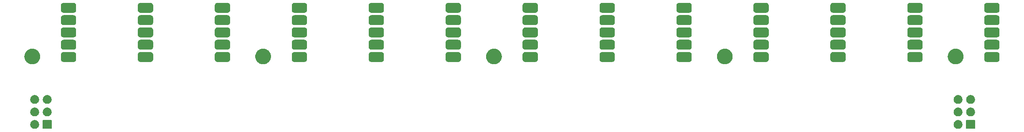
<source format=gbr>
G04 #@! TF.GenerationSoftware,KiCad,Pcbnew,7.0.2-0*
G04 #@! TF.CreationDate,2023-11-08T10:23:17-05:00*
G04 #@! TF.ProjectId,blade13_13-25,626c6164-6531-4335-9f31-332d32352e6b,rev?*
G04 #@! TF.SameCoordinates,Original*
G04 #@! TF.FileFunction,Soldermask,Bot*
G04 #@! TF.FilePolarity,Negative*
%FSLAX46Y46*%
G04 Gerber Fmt 4.6, Leading zero omitted, Abs format (unit mm)*
G04 Created by KiCad (PCBNEW 7.0.2-0) date 2023-11-08 10:23:17*
%MOMM*%
%LPD*%
G01*
G04 APERTURE LIST*
G04 APERTURE END LIST*
G36*
X29094517Y-49927882D02*
G01*
X29111062Y-49938938D01*
X29122118Y-49955483D01*
X29126000Y-49975000D01*
X29126000Y-51675000D01*
X29122118Y-51694517D01*
X29111062Y-51711062D01*
X29094517Y-51722118D01*
X29075000Y-51726000D01*
X27375000Y-51726000D01*
X27355483Y-51722118D01*
X27338938Y-51711062D01*
X27327882Y-51694517D01*
X27324000Y-51675000D01*
X27324000Y-49975000D01*
X27327882Y-49955483D01*
X27338938Y-49938938D01*
X27355483Y-49927882D01*
X27375000Y-49924000D01*
X29075000Y-49924000D01*
X29094517Y-49927882D01*
G37*
G36*
X216294517Y-49927882D02*
G01*
X216311062Y-49938938D01*
X216322118Y-49955483D01*
X216326000Y-49975000D01*
X216326000Y-51675000D01*
X216322118Y-51694517D01*
X216311062Y-51711062D01*
X216294517Y-51722118D01*
X216275000Y-51726000D01*
X214575000Y-51726000D01*
X214555483Y-51722118D01*
X214538938Y-51711062D01*
X214527882Y-51694517D01*
X214524000Y-51675000D01*
X214524000Y-49975000D01*
X214527882Y-49955483D01*
X214538938Y-49938938D01*
X214555483Y-49927882D01*
X214575000Y-49924000D01*
X216275000Y-49924000D01*
X216294517Y-49927882D01*
G37*
G36*
X25728983Y-49928936D02*
G01*
X25779180Y-49928936D01*
X25822524Y-49938149D01*
X25860659Y-49941905D01*
X25908566Y-49956437D01*
X25963424Y-49968098D01*
X25998530Y-49983728D01*
X26029566Y-49993143D01*
X26078884Y-50019504D01*
X26135500Y-50044711D01*
X26161822Y-50063835D01*
X26185232Y-50076348D01*
X26232988Y-50115540D01*
X26287887Y-50155427D01*
X26305711Y-50175223D01*
X26321675Y-50188324D01*
X26364572Y-50240594D01*
X26413924Y-50295405D01*
X26424292Y-50313363D01*
X26433651Y-50324767D01*
X26468273Y-50389542D01*
X26508104Y-50458530D01*
X26512685Y-50472630D01*
X26516856Y-50480433D01*
X26539852Y-50556242D01*
X26566311Y-50637672D01*
X26567242Y-50646532D01*
X26568094Y-50649340D01*
X26576384Y-50733513D01*
X26586000Y-50825000D01*
X26576383Y-50916494D01*
X26568094Y-51000659D01*
X26567242Y-51003466D01*
X26566311Y-51012328D01*
X26539848Y-51093771D01*
X26516856Y-51169566D01*
X26512686Y-51177366D01*
X26508104Y-51191470D01*
X26468266Y-51260470D01*
X26433651Y-51325232D01*
X26424294Y-51336633D01*
X26413924Y-51354595D01*
X26364563Y-51409415D01*
X26321675Y-51461675D01*
X26305714Y-51474773D01*
X26287887Y-51494573D01*
X26232977Y-51534467D01*
X26185232Y-51573651D01*
X26161827Y-51586161D01*
X26135500Y-51605289D01*
X26078873Y-51630500D01*
X26029566Y-51656856D01*
X25998537Y-51666268D01*
X25963424Y-51681902D01*
X25908555Y-51693564D01*
X25860659Y-51708094D01*
X25822533Y-51711849D01*
X25779180Y-51721064D01*
X25728972Y-51721064D01*
X25684999Y-51725395D01*
X25641026Y-51721064D01*
X25590820Y-51721064D01*
X25547467Y-51711849D01*
X25509340Y-51708094D01*
X25461441Y-51693563D01*
X25406576Y-51681902D01*
X25371464Y-51666269D01*
X25340433Y-51656856D01*
X25291120Y-51630498D01*
X25234500Y-51605289D01*
X25208175Y-51586163D01*
X25184767Y-51573651D01*
X25137013Y-51534460D01*
X25082113Y-51494573D01*
X25064287Y-51474776D01*
X25048324Y-51461675D01*
X25005425Y-51409402D01*
X24956076Y-51354595D01*
X24945708Y-51336637D01*
X24936348Y-51325232D01*
X24901719Y-51260447D01*
X24861896Y-51191470D01*
X24857315Y-51177371D01*
X24853143Y-51169566D01*
X24830136Y-51093725D01*
X24803689Y-51012328D01*
X24802758Y-51003471D01*
X24801905Y-51000659D01*
X24793600Y-50916342D01*
X24784000Y-50825000D01*
X24793599Y-50733664D01*
X24801905Y-50649340D01*
X24802758Y-50646527D01*
X24803689Y-50637672D01*
X24830132Y-50556288D01*
X24853143Y-50480433D01*
X24857315Y-50472626D01*
X24861896Y-50458530D01*
X24901712Y-50389565D01*
X24936348Y-50324767D01*
X24945710Y-50313359D01*
X24956076Y-50295405D01*
X25005416Y-50240607D01*
X25048324Y-50188324D01*
X25064291Y-50175219D01*
X25082113Y-50155427D01*
X25137002Y-50115546D01*
X25184767Y-50076348D01*
X25208180Y-50063833D01*
X25234500Y-50044711D01*
X25291109Y-50019506D01*
X25340433Y-49993143D01*
X25371471Y-49983727D01*
X25406576Y-49968098D01*
X25461430Y-49956438D01*
X25509340Y-49941905D01*
X25547476Y-49938148D01*
X25590820Y-49928936D01*
X25641016Y-49928936D01*
X25685000Y-49924604D01*
X25728983Y-49928936D01*
G37*
G36*
X212928983Y-49928936D02*
G01*
X212979180Y-49928936D01*
X213022524Y-49938149D01*
X213060659Y-49941905D01*
X213108566Y-49956437D01*
X213163424Y-49968098D01*
X213198530Y-49983728D01*
X213229566Y-49993143D01*
X213278884Y-50019504D01*
X213335500Y-50044711D01*
X213361822Y-50063835D01*
X213385232Y-50076348D01*
X213432988Y-50115540D01*
X213487887Y-50155427D01*
X213505711Y-50175223D01*
X213521675Y-50188324D01*
X213564572Y-50240594D01*
X213613924Y-50295405D01*
X213624292Y-50313363D01*
X213633651Y-50324767D01*
X213668273Y-50389542D01*
X213708104Y-50458530D01*
X213712685Y-50472630D01*
X213716856Y-50480433D01*
X213739852Y-50556242D01*
X213766311Y-50637672D01*
X213767242Y-50646532D01*
X213768094Y-50649340D01*
X213776385Y-50733520D01*
X213786000Y-50825000D01*
X213776382Y-50916501D01*
X213768094Y-51000659D01*
X213767242Y-51003466D01*
X213766311Y-51012328D01*
X213739848Y-51093771D01*
X213716856Y-51169566D01*
X213712686Y-51177366D01*
X213708104Y-51191470D01*
X213668266Y-51260470D01*
X213633651Y-51325232D01*
X213624294Y-51336633D01*
X213613924Y-51354595D01*
X213564563Y-51409415D01*
X213521675Y-51461675D01*
X213505714Y-51474773D01*
X213487887Y-51494573D01*
X213432977Y-51534467D01*
X213385232Y-51573651D01*
X213361827Y-51586161D01*
X213335500Y-51605289D01*
X213278873Y-51630500D01*
X213229566Y-51656856D01*
X213198537Y-51666268D01*
X213163424Y-51681902D01*
X213108555Y-51693564D01*
X213060659Y-51708094D01*
X213022533Y-51711849D01*
X212979180Y-51721064D01*
X212928972Y-51721064D01*
X212884999Y-51725395D01*
X212841026Y-51721064D01*
X212790820Y-51721064D01*
X212747467Y-51711849D01*
X212709340Y-51708094D01*
X212661441Y-51693563D01*
X212606576Y-51681902D01*
X212571464Y-51666269D01*
X212540433Y-51656856D01*
X212491120Y-51630498D01*
X212434500Y-51605289D01*
X212408175Y-51586163D01*
X212384767Y-51573651D01*
X212337013Y-51534460D01*
X212282113Y-51494573D01*
X212264287Y-51474776D01*
X212248324Y-51461675D01*
X212205425Y-51409402D01*
X212156076Y-51354595D01*
X212145708Y-51336637D01*
X212136348Y-51325232D01*
X212101719Y-51260447D01*
X212061896Y-51191470D01*
X212057315Y-51177371D01*
X212053143Y-51169566D01*
X212030136Y-51093725D01*
X212003689Y-51012328D01*
X212002758Y-51003471D01*
X212001905Y-51000659D01*
X211993601Y-50916349D01*
X211984000Y-50825000D01*
X211993598Y-50733672D01*
X212001905Y-50649340D01*
X212002758Y-50646527D01*
X212003689Y-50637672D01*
X212030132Y-50556288D01*
X212053143Y-50480433D01*
X212057315Y-50472626D01*
X212061896Y-50458530D01*
X212101712Y-50389565D01*
X212136348Y-50324767D01*
X212145710Y-50313359D01*
X212156076Y-50295405D01*
X212205416Y-50240607D01*
X212248324Y-50188324D01*
X212264291Y-50175219D01*
X212282113Y-50155427D01*
X212337002Y-50115546D01*
X212384767Y-50076348D01*
X212408180Y-50063833D01*
X212434500Y-50044711D01*
X212491109Y-50019506D01*
X212540433Y-49993143D01*
X212571471Y-49983727D01*
X212606576Y-49968098D01*
X212661430Y-49956438D01*
X212709340Y-49941905D01*
X212747476Y-49938148D01*
X212790820Y-49928936D01*
X212841016Y-49928936D01*
X212885000Y-49924604D01*
X212928983Y-49928936D01*
G37*
G36*
X25728983Y-47388936D02*
G01*
X25779180Y-47388936D01*
X25822524Y-47398149D01*
X25860659Y-47401905D01*
X25908566Y-47416437D01*
X25963424Y-47428098D01*
X25998530Y-47443728D01*
X26029566Y-47453143D01*
X26078884Y-47479504D01*
X26135500Y-47504711D01*
X26161822Y-47523835D01*
X26185232Y-47536348D01*
X26232988Y-47575540D01*
X26287887Y-47615427D01*
X26305711Y-47635223D01*
X26321675Y-47648324D01*
X26364572Y-47700594D01*
X26413924Y-47755405D01*
X26424292Y-47773363D01*
X26433651Y-47784767D01*
X26468273Y-47849542D01*
X26508104Y-47918530D01*
X26512685Y-47932630D01*
X26516856Y-47940433D01*
X26539852Y-48016242D01*
X26566311Y-48097672D01*
X26567242Y-48106532D01*
X26568094Y-48109340D01*
X26576385Y-48193520D01*
X26586000Y-48285000D01*
X26576382Y-48376501D01*
X26568094Y-48460659D01*
X26567242Y-48463466D01*
X26566311Y-48472328D01*
X26539848Y-48553771D01*
X26516856Y-48629566D01*
X26512686Y-48637366D01*
X26508104Y-48651470D01*
X26468266Y-48720470D01*
X26433651Y-48785232D01*
X26424294Y-48796633D01*
X26413924Y-48814595D01*
X26364563Y-48869415D01*
X26321675Y-48921675D01*
X26305714Y-48934773D01*
X26287887Y-48954573D01*
X26232977Y-48994467D01*
X26185232Y-49033651D01*
X26161827Y-49046161D01*
X26135500Y-49065289D01*
X26078873Y-49090500D01*
X26029566Y-49116856D01*
X25998537Y-49126268D01*
X25963424Y-49141902D01*
X25908555Y-49153564D01*
X25860659Y-49168094D01*
X25822533Y-49171849D01*
X25779180Y-49181064D01*
X25728972Y-49181064D01*
X25684999Y-49185395D01*
X25641026Y-49181064D01*
X25590820Y-49181064D01*
X25547467Y-49171849D01*
X25509340Y-49168094D01*
X25461441Y-49153563D01*
X25406576Y-49141902D01*
X25371464Y-49126269D01*
X25340433Y-49116856D01*
X25291120Y-49090498D01*
X25234500Y-49065289D01*
X25208175Y-49046163D01*
X25184767Y-49033651D01*
X25137013Y-48994460D01*
X25082113Y-48954573D01*
X25064287Y-48934776D01*
X25048324Y-48921675D01*
X25005425Y-48869402D01*
X24956076Y-48814595D01*
X24945708Y-48796637D01*
X24936348Y-48785232D01*
X24901719Y-48720447D01*
X24861896Y-48651470D01*
X24857315Y-48637371D01*
X24853143Y-48629566D01*
X24830136Y-48553725D01*
X24803689Y-48472328D01*
X24802758Y-48463471D01*
X24801905Y-48460659D01*
X24793601Y-48376349D01*
X24784000Y-48285000D01*
X24793598Y-48193672D01*
X24801905Y-48109340D01*
X24802758Y-48106527D01*
X24803689Y-48097672D01*
X24830132Y-48016288D01*
X24853143Y-47940433D01*
X24857315Y-47932626D01*
X24861896Y-47918530D01*
X24901712Y-47849565D01*
X24936348Y-47784767D01*
X24945710Y-47773359D01*
X24956076Y-47755405D01*
X25005416Y-47700607D01*
X25048324Y-47648324D01*
X25064291Y-47635219D01*
X25082113Y-47615427D01*
X25137002Y-47575546D01*
X25184767Y-47536348D01*
X25208180Y-47523833D01*
X25234500Y-47504711D01*
X25291109Y-47479506D01*
X25340433Y-47453143D01*
X25371471Y-47443727D01*
X25406576Y-47428098D01*
X25461430Y-47416438D01*
X25509340Y-47401905D01*
X25547476Y-47398148D01*
X25590820Y-47388936D01*
X25641016Y-47388936D01*
X25684999Y-47384604D01*
X25728983Y-47388936D01*
G37*
G36*
X28268983Y-47388936D02*
G01*
X28319180Y-47388936D01*
X28362524Y-47398149D01*
X28400659Y-47401905D01*
X28448566Y-47416437D01*
X28503424Y-47428098D01*
X28538530Y-47443728D01*
X28569566Y-47453143D01*
X28618884Y-47479504D01*
X28675500Y-47504711D01*
X28701822Y-47523835D01*
X28725232Y-47536348D01*
X28772988Y-47575540D01*
X28827887Y-47615427D01*
X28845711Y-47635223D01*
X28861675Y-47648324D01*
X28904572Y-47700594D01*
X28953924Y-47755405D01*
X28964292Y-47773363D01*
X28973651Y-47784767D01*
X29008273Y-47849542D01*
X29048104Y-47918530D01*
X29052685Y-47932630D01*
X29056856Y-47940433D01*
X29079852Y-48016242D01*
X29106311Y-48097672D01*
X29107242Y-48106532D01*
X29108094Y-48109340D01*
X29116384Y-48193513D01*
X29126000Y-48285000D01*
X29116383Y-48376494D01*
X29108094Y-48460659D01*
X29107242Y-48463466D01*
X29106311Y-48472328D01*
X29079848Y-48553771D01*
X29056856Y-48629566D01*
X29052686Y-48637366D01*
X29048104Y-48651470D01*
X29008266Y-48720470D01*
X28973651Y-48785232D01*
X28964294Y-48796633D01*
X28953924Y-48814595D01*
X28904563Y-48869415D01*
X28861675Y-48921675D01*
X28845714Y-48934773D01*
X28827887Y-48954573D01*
X28772977Y-48994467D01*
X28725232Y-49033651D01*
X28701827Y-49046161D01*
X28675500Y-49065289D01*
X28618873Y-49090500D01*
X28569566Y-49116856D01*
X28538537Y-49126268D01*
X28503424Y-49141902D01*
X28448555Y-49153564D01*
X28400659Y-49168094D01*
X28362533Y-49171849D01*
X28319180Y-49181064D01*
X28268972Y-49181064D01*
X28224999Y-49185395D01*
X28181026Y-49181064D01*
X28130820Y-49181064D01*
X28087467Y-49171849D01*
X28049340Y-49168094D01*
X28001441Y-49153563D01*
X27946576Y-49141902D01*
X27911464Y-49126269D01*
X27880433Y-49116856D01*
X27831120Y-49090498D01*
X27774500Y-49065289D01*
X27748175Y-49046163D01*
X27724767Y-49033651D01*
X27677013Y-48994460D01*
X27622113Y-48954573D01*
X27604287Y-48934776D01*
X27588324Y-48921675D01*
X27545425Y-48869402D01*
X27496076Y-48814595D01*
X27485708Y-48796637D01*
X27476348Y-48785232D01*
X27441719Y-48720447D01*
X27401896Y-48651470D01*
X27397315Y-48637371D01*
X27393143Y-48629566D01*
X27370136Y-48553725D01*
X27343689Y-48472328D01*
X27342758Y-48463471D01*
X27341905Y-48460659D01*
X27333600Y-48376342D01*
X27324000Y-48285000D01*
X27333599Y-48193664D01*
X27341905Y-48109340D01*
X27342758Y-48106527D01*
X27343689Y-48097672D01*
X27370132Y-48016288D01*
X27393143Y-47940433D01*
X27397315Y-47932626D01*
X27401896Y-47918530D01*
X27441712Y-47849565D01*
X27476348Y-47784767D01*
X27485710Y-47773359D01*
X27496076Y-47755405D01*
X27545416Y-47700607D01*
X27588324Y-47648324D01*
X27604291Y-47635219D01*
X27622113Y-47615427D01*
X27677002Y-47575546D01*
X27724767Y-47536348D01*
X27748180Y-47523833D01*
X27774500Y-47504711D01*
X27831109Y-47479506D01*
X27880433Y-47453143D01*
X27911471Y-47443727D01*
X27946576Y-47428098D01*
X28001430Y-47416438D01*
X28049340Y-47401905D01*
X28087476Y-47398148D01*
X28130820Y-47388936D01*
X28181016Y-47388936D01*
X28225000Y-47384604D01*
X28268983Y-47388936D01*
G37*
G36*
X212928983Y-47388936D02*
G01*
X212979180Y-47388936D01*
X213022524Y-47398149D01*
X213060659Y-47401905D01*
X213108566Y-47416437D01*
X213163424Y-47428098D01*
X213198530Y-47443728D01*
X213229566Y-47453143D01*
X213278884Y-47479504D01*
X213335500Y-47504711D01*
X213361822Y-47523835D01*
X213385232Y-47536348D01*
X213432988Y-47575540D01*
X213487887Y-47615427D01*
X213505711Y-47635223D01*
X213521675Y-47648324D01*
X213564572Y-47700594D01*
X213613924Y-47755405D01*
X213624292Y-47773363D01*
X213633651Y-47784767D01*
X213668273Y-47849542D01*
X213708104Y-47918530D01*
X213712685Y-47932630D01*
X213716856Y-47940433D01*
X213739852Y-48016242D01*
X213766311Y-48097672D01*
X213767242Y-48106532D01*
X213768094Y-48109340D01*
X213776385Y-48193520D01*
X213786000Y-48285000D01*
X213776382Y-48376501D01*
X213768094Y-48460659D01*
X213767242Y-48463466D01*
X213766311Y-48472328D01*
X213739848Y-48553771D01*
X213716856Y-48629566D01*
X213712686Y-48637366D01*
X213708104Y-48651470D01*
X213668266Y-48720470D01*
X213633651Y-48785232D01*
X213624294Y-48796633D01*
X213613924Y-48814595D01*
X213564563Y-48869415D01*
X213521675Y-48921675D01*
X213505714Y-48934773D01*
X213487887Y-48954573D01*
X213432977Y-48994467D01*
X213385232Y-49033651D01*
X213361827Y-49046161D01*
X213335500Y-49065289D01*
X213278873Y-49090500D01*
X213229566Y-49116856D01*
X213198537Y-49126268D01*
X213163424Y-49141902D01*
X213108555Y-49153564D01*
X213060659Y-49168094D01*
X213022532Y-49171849D01*
X212979180Y-49181064D01*
X212928973Y-49181064D01*
X212885000Y-49185395D01*
X212841027Y-49181064D01*
X212790820Y-49181064D01*
X212747467Y-49171849D01*
X212709340Y-49168094D01*
X212661441Y-49153563D01*
X212606576Y-49141902D01*
X212571464Y-49126269D01*
X212540433Y-49116856D01*
X212491120Y-49090498D01*
X212434500Y-49065289D01*
X212408175Y-49046163D01*
X212384767Y-49033651D01*
X212337013Y-48994460D01*
X212282113Y-48954573D01*
X212264287Y-48934776D01*
X212248324Y-48921675D01*
X212205425Y-48869402D01*
X212156076Y-48814595D01*
X212145708Y-48796637D01*
X212136348Y-48785232D01*
X212101719Y-48720447D01*
X212061896Y-48651470D01*
X212057315Y-48637371D01*
X212053143Y-48629566D01*
X212030136Y-48553725D01*
X212003689Y-48472328D01*
X212002758Y-48463471D01*
X212001905Y-48460659D01*
X211993601Y-48376349D01*
X211984000Y-48285000D01*
X211993598Y-48193672D01*
X212001905Y-48109340D01*
X212002758Y-48106527D01*
X212003689Y-48097672D01*
X212030132Y-48016288D01*
X212053143Y-47940433D01*
X212057315Y-47932626D01*
X212061896Y-47918530D01*
X212101712Y-47849565D01*
X212136348Y-47784767D01*
X212145710Y-47773359D01*
X212156076Y-47755405D01*
X212205416Y-47700607D01*
X212248324Y-47648324D01*
X212264291Y-47635219D01*
X212282113Y-47615427D01*
X212337002Y-47575546D01*
X212384767Y-47536348D01*
X212408180Y-47523833D01*
X212434500Y-47504711D01*
X212491109Y-47479506D01*
X212540433Y-47453143D01*
X212571471Y-47443727D01*
X212606576Y-47428098D01*
X212661430Y-47416438D01*
X212709340Y-47401905D01*
X212747476Y-47398148D01*
X212790820Y-47388936D01*
X212841016Y-47388936D01*
X212885000Y-47384604D01*
X212928983Y-47388936D01*
G37*
G36*
X215468983Y-47388936D02*
G01*
X215519180Y-47388936D01*
X215562524Y-47398149D01*
X215600659Y-47401905D01*
X215648566Y-47416437D01*
X215703424Y-47428098D01*
X215738530Y-47443728D01*
X215769566Y-47453143D01*
X215818884Y-47479504D01*
X215875500Y-47504711D01*
X215901822Y-47523835D01*
X215925232Y-47536348D01*
X215972988Y-47575540D01*
X216027887Y-47615427D01*
X216045711Y-47635223D01*
X216061675Y-47648324D01*
X216104572Y-47700594D01*
X216153924Y-47755405D01*
X216164292Y-47773363D01*
X216173651Y-47784767D01*
X216208273Y-47849542D01*
X216248104Y-47918530D01*
X216252685Y-47932630D01*
X216256856Y-47940433D01*
X216279852Y-48016242D01*
X216306311Y-48097672D01*
X216307242Y-48106532D01*
X216308094Y-48109340D01*
X216316385Y-48193520D01*
X216326000Y-48285000D01*
X216316382Y-48376501D01*
X216308094Y-48460659D01*
X216307242Y-48463466D01*
X216306311Y-48472328D01*
X216279848Y-48553771D01*
X216256856Y-48629566D01*
X216252686Y-48637366D01*
X216248104Y-48651470D01*
X216208266Y-48720470D01*
X216173651Y-48785232D01*
X216164294Y-48796633D01*
X216153924Y-48814595D01*
X216104563Y-48869415D01*
X216061675Y-48921675D01*
X216045714Y-48934773D01*
X216027887Y-48954573D01*
X215972977Y-48994467D01*
X215925232Y-49033651D01*
X215901827Y-49046161D01*
X215875500Y-49065289D01*
X215818873Y-49090500D01*
X215769566Y-49116856D01*
X215738537Y-49126268D01*
X215703424Y-49141902D01*
X215648555Y-49153564D01*
X215600659Y-49168094D01*
X215562533Y-49171849D01*
X215519180Y-49181064D01*
X215468972Y-49181064D01*
X215424999Y-49185395D01*
X215381026Y-49181064D01*
X215330820Y-49181064D01*
X215287467Y-49171849D01*
X215249340Y-49168094D01*
X215201441Y-49153563D01*
X215146576Y-49141902D01*
X215111464Y-49126269D01*
X215080433Y-49116856D01*
X215031120Y-49090498D01*
X214974500Y-49065289D01*
X214948175Y-49046163D01*
X214924767Y-49033651D01*
X214877013Y-48994460D01*
X214822113Y-48954573D01*
X214804287Y-48934776D01*
X214788324Y-48921675D01*
X214745425Y-48869402D01*
X214696076Y-48814595D01*
X214685708Y-48796637D01*
X214676348Y-48785232D01*
X214641719Y-48720447D01*
X214601896Y-48651470D01*
X214597315Y-48637371D01*
X214593143Y-48629566D01*
X214570136Y-48553725D01*
X214543689Y-48472328D01*
X214542758Y-48463471D01*
X214541905Y-48460659D01*
X214533601Y-48376349D01*
X214524000Y-48285000D01*
X214533598Y-48193672D01*
X214541905Y-48109340D01*
X214542758Y-48106527D01*
X214543689Y-48097672D01*
X214570132Y-48016288D01*
X214593143Y-47940433D01*
X214597315Y-47932626D01*
X214601896Y-47918530D01*
X214641712Y-47849565D01*
X214676348Y-47784767D01*
X214685710Y-47773359D01*
X214696076Y-47755405D01*
X214745416Y-47700607D01*
X214788324Y-47648324D01*
X214804291Y-47635219D01*
X214822113Y-47615427D01*
X214877002Y-47575546D01*
X214924767Y-47536348D01*
X214948180Y-47523833D01*
X214974500Y-47504711D01*
X215031109Y-47479506D01*
X215080433Y-47453143D01*
X215111471Y-47443727D01*
X215146576Y-47428098D01*
X215201430Y-47416438D01*
X215249340Y-47401905D01*
X215287476Y-47398148D01*
X215330820Y-47388936D01*
X215381016Y-47388936D01*
X215424999Y-47384604D01*
X215468983Y-47388936D01*
G37*
G36*
X25728983Y-44848936D02*
G01*
X25779180Y-44848936D01*
X25822524Y-44858149D01*
X25860659Y-44861905D01*
X25908566Y-44876437D01*
X25963424Y-44888098D01*
X25998530Y-44903728D01*
X26029566Y-44913143D01*
X26078884Y-44939504D01*
X26135500Y-44964711D01*
X26161822Y-44983835D01*
X26185232Y-44996348D01*
X26232988Y-45035540D01*
X26287887Y-45075427D01*
X26305711Y-45095223D01*
X26321675Y-45108324D01*
X26364572Y-45160594D01*
X26413924Y-45215405D01*
X26424292Y-45233363D01*
X26433651Y-45244767D01*
X26468273Y-45309542D01*
X26508104Y-45378530D01*
X26512685Y-45392630D01*
X26516856Y-45400433D01*
X26539852Y-45476242D01*
X26566311Y-45557672D01*
X26567242Y-45566532D01*
X26568094Y-45569340D01*
X26576384Y-45653513D01*
X26586000Y-45745000D01*
X26576383Y-45836494D01*
X26568094Y-45920659D01*
X26567242Y-45923466D01*
X26566311Y-45932328D01*
X26539848Y-46013771D01*
X26516856Y-46089566D01*
X26512686Y-46097366D01*
X26508104Y-46111470D01*
X26468266Y-46180470D01*
X26433651Y-46245232D01*
X26424294Y-46256633D01*
X26413924Y-46274595D01*
X26364563Y-46329415D01*
X26321675Y-46381675D01*
X26305714Y-46394773D01*
X26287887Y-46414573D01*
X26232977Y-46454467D01*
X26185232Y-46493651D01*
X26161827Y-46506161D01*
X26135500Y-46525289D01*
X26078873Y-46550500D01*
X26029566Y-46576856D01*
X25998537Y-46586268D01*
X25963424Y-46601902D01*
X25908555Y-46613564D01*
X25860659Y-46628094D01*
X25822533Y-46631849D01*
X25779180Y-46641064D01*
X25728972Y-46641064D01*
X25684999Y-46645395D01*
X25641026Y-46641064D01*
X25590820Y-46641064D01*
X25547467Y-46631849D01*
X25509340Y-46628094D01*
X25461441Y-46613563D01*
X25406576Y-46601902D01*
X25371464Y-46586269D01*
X25340433Y-46576856D01*
X25291120Y-46550498D01*
X25234500Y-46525289D01*
X25208175Y-46506163D01*
X25184767Y-46493651D01*
X25137013Y-46454460D01*
X25082113Y-46414573D01*
X25064287Y-46394776D01*
X25048324Y-46381675D01*
X25005425Y-46329402D01*
X24956076Y-46274595D01*
X24945708Y-46256637D01*
X24936348Y-46245232D01*
X24901719Y-46180447D01*
X24861896Y-46111470D01*
X24857315Y-46097371D01*
X24853143Y-46089566D01*
X24830136Y-46013725D01*
X24803689Y-45932328D01*
X24802758Y-45923471D01*
X24801905Y-45920659D01*
X24793600Y-45836342D01*
X24784000Y-45745000D01*
X24793599Y-45653664D01*
X24801905Y-45569340D01*
X24802758Y-45566527D01*
X24803689Y-45557672D01*
X24830132Y-45476288D01*
X24853143Y-45400433D01*
X24857315Y-45392626D01*
X24861896Y-45378530D01*
X24901712Y-45309565D01*
X24936348Y-45244767D01*
X24945710Y-45233359D01*
X24956076Y-45215405D01*
X25005416Y-45160607D01*
X25048324Y-45108324D01*
X25064291Y-45095219D01*
X25082113Y-45075427D01*
X25137002Y-45035546D01*
X25184767Y-44996348D01*
X25208180Y-44983833D01*
X25234500Y-44964711D01*
X25291109Y-44939506D01*
X25340433Y-44913143D01*
X25371471Y-44903727D01*
X25406576Y-44888098D01*
X25461430Y-44876438D01*
X25509340Y-44861905D01*
X25547476Y-44858148D01*
X25590820Y-44848936D01*
X25641016Y-44848936D01*
X25685000Y-44844604D01*
X25728983Y-44848936D01*
G37*
G36*
X28268983Y-44848936D02*
G01*
X28319180Y-44848936D01*
X28362524Y-44858149D01*
X28400659Y-44861905D01*
X28448566Y-44876437D01*
X28503424Y-44888098D01*
X28538530Y-44903728D01*
X28569566Y-44913143D01*
X28618884Y-44939504D01*
X28675500Y-44964711D01*
X28701822Y-44983835D01*
X28725232Y-44996348D01*
X28772988Y-45035540D01*
X28827887Y-45075427D01*
X28845711Y-45095223D01*
X28861675Y-45108324D01*
X28904572Y-45160594D01*
X28953924Y-45215405D01*
X28964292Y-45233363D01*
X28973651Y-45244767D01*
X29008273Y-45309542D01*
X29048104Y-45378530D01*
X29052685Y-45392630D01*
X29056856Y-45400433D01*
X29079852Y-45476242D01*
X29106311Y-45557672D01*
X29107242Y-45566532D01*
X29108094Y-45569340D01*
X29116385Y-45653520D01*
X29126000Y-45745000D01*
X29116382Y-45836501D01*
X29108094Y-45920659D01*
X29107242Y-45923466D01*
X29106311Y-45932328D01*
X29079848Y-46013771D01*
X29056856Y-46089566D01*
X29052686Y-46097366D01*
X29048104Y-46111470D01*
X29008266Y-46180470D01*
X28973651Y-46245232D01*
X28964294Y-46256633D01*
X28953924Y-46274595D01*
X28904563Y-46329415D01*
X28861675Y-46381675D01*
X28845714Y-46394773D01*
X28827887Y-46414573D01*
X28772977Y-46454467D01*
X28725232Y-46493651D01*
X28701827Y-46506161D01*
X28675500Y-46525289D01*
X28618873Y-46550500D01*
X28569566Y-46576856D01*
X28538537Y-46586268D01*
X28503424Y-46601902D01*
X28448555Y-46613564D01*
X28400659Y-46628094D01*
X28362533Y-46631849D01*
X28319180Y-46641064D01*
X28268972Y-46641064D01*
X28224999Y-46645395D01*
X28181026Y-46641064D01*
X28130820Y-46641064D01*
X28087467Y-46631849D01*
X28049340Y-46628094D01*
X28001441Y-46613563D01*
X27946576Y-46601902D01*
X27911464Y-46586269D01*
X27880433Y-46576856D01*
X27831120Y-46550498D01*
X27774500Y-46525289D01*
X27748175Y-46506163D01*
X27724767Y-46493651D01*
X27677013Y-46454460D01*
X27622113Y-46414573D01*
X27604287Y-46394776D01*
X27588324Y-46381675D01*
X27545425Y-46329402D01*
X27496076Y-46274595D01*
X27485708Y-46256637D01*
X27476348Y-46245232D01*
X27441719Y-46180447D01*
X27401896Y-46111470D01*
X27397315Y-46097371D01*
X27393143Y-46089566D01*
X27370136Y-46013725D01*
X27343689Y-45932328D01*
X27342758Y-45923471D01*
X27341905Y-45920659D01*
X27333601Y-45836349D01*
X27324000Y-45745000D01*
X27333598Y-45653672D01*
X27341905Y-45569340D01*
X27342758Y-45566527D01*
X27343689Y-45557672D01*
X27370132Y-45476288D01*
X27393143Y-45400433D01*
X27397315Y-45392626D01*
X27401896Y-45378530D01*
X27441712Y-45309565D01*
X27476348Y-45244767D01*
X27485710Y-45233359D01*
X27496076Y-45215405D01*
X27545416Y-45160607D01*
X27588324Y-45108324D01*
X27604291Y-45095219D01*
X27622113Y-45075427D01*
X27677002Y-45035546D01*
X27724767Y-44996348D01*
X27748180Y-44983833D01*
X27774500Y-44964711D01*
X27831109Y-44939506D01*
X27880433Y-44913143D01*
X27911471Y-44903727D01*
X27946576Y-44888098D01*
X28001430Y-44876438D01*
X28049340Y-44861905D01*
X28087476Y-44858148D01*
X28130820Y-44848936D01*
X28181016Y-44848936D01*
X28224999Y-44844604D01*
X28268983Y-44848936D01*
G37*
G36*
X212928983Y-44848936D02*
G01*
X212979180Y-44848936D01*
X213022524Y-44858149D01*
X213060659Y-44861905D01*
X213108566Y-44876437D01*
X213163424Y-44888098D01*
X213198530Y-44903728D01*
X213229566Y-44913143D01*
X213278884Y-44939504D01*
X213335500Y-44964711D01*
X213361822Y-44983835D01*
X213385232Y-44996348D01*
X213432988Y-45035540D01*
X213487887Y-45075427D01*
X213505711Y-45095223D01*
X213521675Y-45108324D01*
X213564572Y-45160594D01*
X213613924Y-45215405D01*
X213624292Y-45233363D01*
X213633651Y-45244767D01*
X213668273Y-45309542D01*
X213708104Y-45378530D01*
X213712685Y-45392630D01*
X213716856Y-45400433D01*
X213739852Y-45476242D01*
X213766311Y-45557672D01*
X213767242Y-45566532D01*
X213768094Y-45569340D01*
X213776385Y-45653520D01*
X213786000Y-45745000D01*
X213776382Y-45836501D01*
X213768094Y-45920659D01*
X213767242Y-45923466D01*
X213766311Y-45932328D01*
X213739848Y-46013771D01*
X213716856Y-46089566D01*
X213712686Y-46097366D01*
X213708104Y-46111470D01*
X213668266Y-46180470D01*
X213633651Y-46245232D01*
X213624294Y-46256633D01*
X213613924Y-46274595D01*
X213564563Y-46329415D01*
X213521675Y-46381675D01*
X213505714Y-46394773D01*
X213487887Y-46414573D01*
X213432977Y-46454467D01*
X213385232Y-46493651D01*
X213361827Y-46506161D01*
X213335500Y-46525289D01*
X213278873Y-46550500D01*
X213229566Y-46576856D01*
X213198537Y-46586268D01*
X213163424Y-46601902D01*
X213108555Y-46613564D01*
X213060659Y-46628094D01*
X213022532Y-46631849D01*
X212979180Y-46641064D01*
X212928973Y-46641064D01*
X212885000Y-46645395D01*
X212841027Y-46641064D01*
X212790820Y-46641064D01*
X212747467Y-46631849D01*
X212709340Y-46628094D01*
X212661441Y-46613563D01*
X212606576Y-46601902D01*
X212571464Y-46586269D01*
X212540433Y-46576856D01*
X212491120Y-46550498D01*
X212434500Y-46525289D01*
X212408175Y-46506163D01*
X212384767Y-46493651D01*
X212337013Y-46454460D01*
X212282113Y-46414573D01*
X212264287Y-46394776D01*
X212248324Y-46381675D01*
X212205425Y-46329402D01*
X212156076Y-46274595D01*
X212145708Y-46256637D01*
X212136348Y-46245232D01*
X212101719Y-46180447D01*
X212061896Y-46111470D01*
X212057315Y-46097371D01*
X212053143Y-46089566D01*
X212030136Y-46013725D01*
X212003689Y-45932328D01*
X212002758Y-45923471D01*
X212001905Y-45920659D01*
X211993601Y-45836349D01*
X211984000Y-45745000D01*
X211993598Y-45653672D01*
X212001905Y-45569340D01*
X212002758Y-45566527D01*
X212003689Y-45557672D01*
X212030132Y-45476288D01*
X212053143Y-45400433D01*
X212057315Y-45392626D01*
X212061896Y-45378530D01*
X212101712Y-45309565D01*
X212136348Y-45244767D01*
X212145710Y-45233359D01*
X212156076Y-45215405D01*
X212205416Y-45160607D01*
X212248324Y-45108324D01*
X212264291Y-45095219D01*
X212282113Y-45075427D01*
X212337002Y-45035546D01*
X212384767Y-44996348D01*
X212408180Y-44983833D01*
X212434500Y-44964711D01*
X212491109Y-44939506D01*
X212540433Y-44913143D01*
X212571471Y-44903727D01*
X212606576Y-44888098D01*
X212661430Y-44876438D01*
X212709340Y-44861905D01*
X212747476Y-44858148D01*
X212790820Y-44848936D01*
X212841016Y-44848936D01*
X212885000Y-44844604D01*
X212928983Y-44848936D01*
G37*
G36*
X215468983Y-44848936D02*
G01*
X215519180Y-44848936D01*
X215562524Y-44858149D01*
X215600659Y-44861905D01*
X215648566Y-44876437D01*
X215703424Y-44888098D01*
X215738530Y-44903728D01*
X215769566Y-44913143D01*
X215818884Y-44939504D01*
X215875500Y-44964711D01*
X215901822Y-44983835D01*
X215925232Y-44996348D01*
X215972988Y-45035540D01*
X216027887Y-45075427D01*
X216045711Y-45095223D01*
X216061675Y-45108324D01*
X216104572Y-45160594D01*
X216153924Y-45215405D01*
X216164292Y-45233363D01*
X216173651Y-45244767D01*
X216208273Y-45309542D01*
X216248104Y-45378530D01*
X216252685Y-45392630D01*
X216256856Y-45400433D01*
X216279852Y-45476242D01*
X216306311Y-45557672D01*
X216307242Y-45566532D01*
X216308094Y-45569340D01*
X216316385Y-45653520D01*
X216326000Y-45745000D01*
X216316382Y-45836501D01*
X216308094Y-45920659D01*
X216307242Y-45923466D01*
X216306311Y-45932328D01*
X216279848Y-46013771D01*
X216256856Y-46089566D01*
X216252686Y-46097366D01*
X216248104Y-46111470D01*
X216208266Y-46180470D01*
X216173651Y-46245232D01*
X216164294Y-46256633D01*
X216153924Y-46274595D01*
X216104563Y-46329415D01*
X216061675Y-46381675D01*
X216045714Y-46394773D01*
X216027887Y-46414573D01*
X215972977Y-46454467D01*
X215925232Y-46493651D01*
X215901827Y-46506161D01*
X215875500Y-46525289D01*
X215818873Y-46550500D01*
X215769566Y-46576856D01*
X215738537Y-46586268D01*
X215703424Y-46601902D01*
X215648555Y-46613564D01*
X215600659Y-46628094D01*
X215562532Y-46631849D01*
X215519180Y-46641064D01*
X215468973Y-46641064D01*
X215425000Y-46645395D01*
X215381027Y-46641064D01*
X215330820Y-46641064D01*
X215287467Y-46631849D01*
X215249340Y-46628094D01*
X215201441Y-46613563D01*
X215146576Y-46601902D01*
X215111464Y-46586269D01*
X215080433Y-46576856D01*
X215031120Y-46550498D01*
X214974500Y-46525289D01*
X214948175Y-46506163D01*
X214924767Y-46493651D01*
X214877013Y-46454460D01*
X214822113Y-46414573D01*
X214804287Y-46394776D01*
X214788324Y-46381675D01*
X214745425Y-46329402D01*
X214696076Y-46274595D01*
X214685708Y-46256637D01*
X214676348Y-46245232D01*
X214641719Y-46180447D01*
X214601896Y-46111470D01*
X214597315Y-46097371D01*
X214593143Y-46089566D01*
X214570136Y-46013725D01*
X214543689Y-45932328D01*
X214542758Y-45923471D01*
X214541905Y-45920659D01*
X214533600Y-45836342D01*
X214524000Y-45745000D01*
X214533599Y-45653664D01*
X214541905Y-45569340D01*
X214542758Y-45566527D01*
X214543689Y-45557672D01*
X214570132Y-45476288D01*
X214593143Y-45400433D01*
X214597315Y-45392626D01*
X214601896Y-45378530D01*
X214641712Y-45309565D01*
X214676348Y-45244767D01*
X214685710Y-45233359D01*
X214696076Y-45215405D01*
X214745416Y-45160607D01*
X214788324Y-45108324D01*
X214804291Y-45095219D01*
X214822113Y-45075427D01*
X214877002Y-45035546D01*
X214924767Y-44996348D01*
X214948180Y-44983833D01*
X214974500Y-44964711D01*
X215031109Y-44939506D01*
X215080433Y-44913143D01*
X215111471Y-44903727D01*
X215146576Y-44888098D01*
X215201430Y-44876438D01*
X215249340Y-44861905D01*
X215287476Y-44858148D01*
X215330820Y-44848936D01*
X215381016Y-44848936D01*
X215425000Y-44844604D01*
X215468983Y-44848936D01*
G37*
G36*
X25261281Y-35404823D02*
G01*
X25319541Y-35404823D01*
X25383206Y-35414418D01*
X25450295Y-35419699D01*
X25504369Y-35432681D01*
X25555953Y-35440456D01*
X25623358Y-35461247D01*
X25694427Y-35478310D01*
X25740380Y-35497344D01*
X25784420Y-35510929D01*
X25853560Y-35544225D01*
X25926385Y-35574390D01*
X25963765Y-35597296D01*
X25999825Y-35614662D01*
X26068416Y-35661427D01*
X26140456Y-35705573D01*
X26169303Y-35730210D01*
X26197362Y-35749341D01*
X26262871Y-35810124D01*
X26331371Y-35868629D01*
X26352173Y-35892985D01*
X26372626Y-35911963D01*
X26432427Y-35986951D01*
X26494427Y-36059544D01*
X26508061Y-36081793D01*
X26521694Y-36098888D01*
X26573105Y-36187936D01*
X26625610Y-36273615D01*
X26633322Y-36292234D01*
X26641233Y-36305936D01*
X26681580Y-36408739D01*
X26721690Y-36505573D01*
X26725006Y-36519388D01*
X26728580Y-36528493D01*
X26755343Y-36645748D01*
X26780301Y-36749705D01*
X26780948Y-36757930D01*
X26781783Y-36761587D01*
X26792664Y-36906796D01*
X26800000Y-37000000D01*
X26792663Y-37093211D01*
X26781783Y-37238412D01*
X26780948Y-37242068D01*
X26780301Y-37250295D01*
X26755338Y-37354270D01*
X26728580Y-37471506D01*
X26725007Y-37480608D01*
X26721690Y-37494427D01*
X26681572Y-37591278D01*
X26641233Y-37694063D01*
X26633323Y-37707762D01*
X26625610Y-37726385D01*
X26573095Y-37812080D01*
X26521694Y-37901111D01*
X26508064Y-37918202D01*
X26494427Y-37940456D01*
X26432415Y-38013062D01*
X26372626Y-38088036D01*
X26352177Y-38107009D01*
X26331371Y-38131371D01*
X26262857Y-38189886D01*
X26197362Y-38250658D01*
X26169309Y-38269784D01*
X26140456Y-38294427D01*
X26068402Y-38338581D01*
X25999825Y-38385337D01*
X25963772Y-38402698D01*
X25926385Y-38425610D01*
X25853546Y-38455780D01*
X25784420Y-38489070D01*
X25740390Y-38502651D01*
X25694427Y-38521690D01*
X25623344Y-38538755D01*
X25555953Y-38559543D01*
X25504377Y-38567316D01*
X25450295Y-38580301D01*
X25383202Y-38585581D01*
X25319541Y-38595177D01*
X25261281Y-38595177D01*
X25200000Y-38600000D01*
X25138719Y-38595177D01*
X25080459Y-38595177D01*
X25016796Y-38585581D01*
X24949705Y-38580301D01*
X24895623Y-38567317D01*
X24844046Y-38559543D01*
X24776651Y-38538754D01*
X24705573Y-38521690D01*
X24659612Y-38502652D01*
X24615579Y-38489070D01*
X24546449Y-38455778D01*
X24473615Y-38425610D01*
X24436227Y-38402699D01*
X24400175Y-38385337D01*
X24331594Y-38338579D01*
X24259544Y-38294427D01*
X24230694Y-38269787D01*
X24202637Y-38250658D01*
X24137129Y-38189875D01*
X24068629Y-38131371D01*
X24047826Y-38107013D01*
X24027373Y-38088036D01*
X23967569Y-38013045D01*
X23905573Y-37940456D01*
X23891939Y-37918207D01*
X23878305Y-37901111D01*
X23826886Y-37812052D01*
X23774390Y-37726385D01*
X23766678Y-37707768D01*
X23758766Y-37694063D01*
X23718408Y-37591232D01*
X23678310Y-37494427D01*
X23674994Y-37480615D01*
X23671419Y-37471506D01*
X23644641Y-37354186D01*
X23619699Y-37250295D01*
X23619052Y-37242074D01*
X23618216Y-37238412D01*
X23607315Y-37092946D01*
X23600000Y-37000000D01*
X23607314Y-36907061D01*
X23618216Y-36761587D01*
X23619052Y-36757923D01*
X23619699Y-36749705D01*
X23644636Y-36645833D01*
X23671419Y-36528493D01*
X23674994Y-36519382D01*
X23678310Y-36505573D01*
X23718400Y-36408785D01*
X23758766Y-36305936D01*
X23766680Y-36292228D01*
X23774390Y-36273615D01*
X23826876Y-36187964D01*
X23878305Y-36098888D01*
X23891941Y-36081787D01*
X23905573Y-36059544D01*
X23967557Y-35986969D01*
X24027373Y-35911963D01*
X24047830Y-35892981D01*
X24068629Y-35868629D01*
X24137116Y-35810135D01*
X24202637Y-35749341D01*
X24230699Y-35730208D01*
X24259544Y-35705573D01*
X24331579Y-35661429D01*
X24400175Y-35614662D01*
X24436235Y-35597296D01*
X24473615Y-35574390D01*
X24546434Y-35544227D01*
X24615579Y-35510929D01*
X24659622Y-35497343D01*
X24705573Y-35478310D01*
X24776636Y-35461249D01*
X24844046Y-35440456D01*
X24895632Y-35432680D01*
X24949705Y-35419699D01*
X25016792Y-35414418D01*
X25080459Y-35404823D01*
X25138719Y-35404823D01*
X25200000Y-35400000D01*
X25261281Y-35404823D01*
G37*
G36*
X33584461Y-33613809D02*
G01*
X33654377Y-33619312D01*
X33671356Y-33624244D01*
X33699652Y-33627643D01*
X33746100Y-33645959D01*
X33783619Y-33656860D01*
X33803387Y-33668550D01*
X33832912Y-33680194D01*
X33867764Y-33706623D01*
X33896893Y-33723850D01*
X33917011Y-33743968D01*
X33947052Y-33766749D01*
X33969832Y-33796789D01*
X33989950Y-33816907D01*
X34007175Y-33846033D01*
X34033607Y-33880889D01*
X34045250Y-33910415D01*
X34056940Y-33930181D01*
X34067838Y-33967693D01*
X34086158Y-34014149D01*
X34089556Y-34042448D01*
X34094488Y-34059423D01*
X34099988Y-34129318D01*
X34101114Y-34138687D01*
X34101114Y-35088687D01*
X34099988Y-35098058D01*
X34094488Y-35167950D01*
X34089556Y-35184923D01*
X34086158Y-35213225D01*
X34067837Y-35259683D01*
X34056940Y-35297192D01*
X34045252Y-35316955D01*
X34033607Y-35346485D01*
X34007172Y-35381343D01*
X33989950Y-35410466D01*
X33969835Y-35430580D01*
X33947052Y-35460625D01*
X33917007Y-35483408D01*
X33896893Y-35503523D01*
X33867770Y-35520745D01*
X33832912Y-35547180D01*
X33803382Y-35558825D01*
X33783619Y-35570513D01*
X33746110Y-35581410D01*
X33699652Y-35599731D01*
X33671350Y-35603129D01*
X33654377Y-35608061D01*
X33584484Y-35613561D01*
X33575114Y-35614687D01*
X31525114Y-35614687D01*
X31515744Y-35613561D01*
X31445850Y-35608061D01*
X31428875Y-35603129D01*
X31400576Y-35599731D01*
X31354120Y-35581411D01*
X31316608Y-35570513D01*
X31296842Y-35558823D01*
X31267316Y-35547180D01*
X31232460Y-35520748D01*
X31203334Y-35503523D01*
X31183216Y-35483405D01*
X31153176Y-35460625D01*
X31130395Y-35430584D01*
X31110277Y-35410466D01*
X31093050Y-35381337D01*
X31066621Y-35346485D01*
X31054977Y-35316960D01*
X31043287Y-35297192D01*
X31032386Y-35259673D01*
X31014070Y-35213225D01*
X31010671Y-35184929D01*
X31005739Y-35167950D01*
X31000236Y-35098032D01*
X30999114Y-35088687D01*
X30999114Y-34138687D01*
X31000236Y-34129341D01*
X31005739Y-34059423D01*
X31010672Y-34042442D01*
X31014070Y-34014149D01*
X31032385Y-33967703D01*
X31043287Y-33930181D01*
X31054979Y-33910410D01*
X31066621Y-33880889D01*
X31093047Y-33846039D01*
X31110277Y-33816907D01*
X31130399Y-33796784D01*
X31153176Y-33766749D01*
X31183211Y-33743972D01*
X31203334Y-33723850D01*
X31232466Y-33706620D01*
X31267316Y-33680194D01*
X31296837Y-33668552D01*
X31316608Y-33656860D01*
X31354130Y-33645958D01*
X31400576Y-33627643D01*
X31428869Y-33624245D01*
X31445850Y-33619312D01*
X31515770Y-33613809D01*
X31525114Y-33612687D01*
X33575114Y-33612687D01*
X33584461Y-33613809D01*
G37*
G36*
X49184461Y-33613809D02*
G01*
X49254377Y-33619312D01*
X49271356Y-33624244D01*
X49299652Y-33627643D01*
X49346100Y-33645959D01*
X49383619Y-33656860D01*
X49403387Y-33668550D01*
X49432912Y-33680194D01*
X49467764Y-33706623D01*
X49496893Y-33723850D01*
X49517011Y-33743968D01*
X49547052Y-33766749D01*
X49569832Y-33796789D01*
X49589950Y-33816907D01*
X49607175Y-33846033D01*
X49633607Y-33880889D01*
X49645250Y-33910415D01*
X49656940Y-33930181D01*
X49667838Y-33967693D01*
X49686158Y-34014149D01*
X49689556Y-34042448D01*
X49694488Y-34059423D01*
X49699988Y-34129318D01*
X49701114Y-34138687D01*
X49701114Y-35088687D01*
X49699988Y-35098058D01*
X49694488Y-35167950D01*
X49689556Y-35184923D01*
X49686158Y-35213225D01*
X49667837Y-35259683D01*
X49656940Y-35297192D01*
X49645252Y-35316955D01*
X49633607Y-35346485D01*
X49607172Y-35381343D01*
X49589950Y-35410466D01*
X49569835Y-35430580D01*
X49547052Y-35460625D01*
X49517007Y-35483408D01*
X49496893Y-35503523D01*
X49467770Y-35520745D01*
X49432912Y-35547180D01*
X49403382Y-35558825D01*
X49383619Y-35570513D01*
X49346110Y-35581410D01*
X49299652Y-35599731D01*
X49271350Y-35603129D01*
X49254377Y-35608061D01*
X49184484Y-35613561D01*
X49175114Y-35614687D01*
X47125114Y-35614687D01*
X47115744Y-35613561D01*
X47045850Y-35608061D01*
X47028875Y-35603129D01*
X47000576Y-35599731D01*
X46954120Y-35581411D01*
X46916608Y-35570513D01*
X46896842Y-35558823D01*
X46867316Y-35547180D01*
X46832460Y-35520748D01*
X46803334Y-35503523D01*
X46783216Y-35483405D01*
X46753176Y-35460625D01*
X46730395Y-35430584D01*
X46710277Y-35410466D01*
X46693050Y-35381337D01*
X46666621Y-35346485D01*
X46654977Y-35316960D01*
X46643287Y-35297192D01*
X46632386Y-35259673D01*
X46614070Y-35213225D01*
X46610671Y-35184929D01*
X46605739Y-35167950D01*
X46600236Y-35098032D01*
X46599114Y-35088687D01*
X46599114Y-34138687D01*
X46600236Y-34129341D01*
X46605739Y-34059423D01*
X46610672Y-34042442D01*
X46614070Y-34014149D01*
X46632385Y-33967703D01*
X46643287Y-33930181D01*
X46654979Y-33910410D01*
X46666621Y-33880889D01*
X46693047Y-33846039D01*
X46710277Y-33816907D01*
X46730399Y-33796784D01*
X46753176Y-33766749D01*
X46783211Y-33743972D01*
X46803334Y-33723850D01*
X46832466Y-33706620D01*
X46867316Y-33680194D01*
X46896837Y-33668552D01*
X46916608Y-33656860D01*
X46954130Y-33645958D01*
X47000576Y-33627643D01*
X47028869Y-33624245D01*
X47045850Y-33619312D01*
X47115770Y-33613809D01*
X47125114Y-33612687D01*
X49175114Y-33612687D01*
X49184461Y-33613809D01*
G37*
G36*
X64784461Y-33613809D02*
G01*
X64854377Y-33619312D01*
X64871356Y-33624244D01*
X64899652Y-33627643D01*
X64946100Y-33645959D01*
X64983619Y-33656860D01*
X65003387Y-33668550D01*
X65032912Y-33680194D01*
X65067764Y-33706623D01*
X65096893Y-33723850D01*
X65117011Y-33743968D01*
X65147052Y-33766749D01*
X65169832Y-33796789D01*
X65189950Y-33816907D01*
X65207175Y-33846033D01*
X65233607Y-33880889D01*
X65245250Y-33910415D01*
X65256940Y-33930181D01*
X65267838Y-33967693D01*
X65286158Y-34014149D01*
X65289556Y-34042448D01*
X65294488Y-34059423D01*
X65299988Y-34129318D01*
X65301114Y-34138687D01*
X65301114Y-35088687D01*
X65299988Y-35098058D01*
X65294488Y-35167950D01*
X65289556Y-35184923D01*
X65286158Y-35213225D01*
X65267837Y-35259683D01*
X65256940Y-35297192D01*
X65245252Y-35316955D01*
X65233607Y-35346485D01*
X65207172Y-35381343D01*
X65189950Y-35410466D01*
X65169835Y-35430580D01*
X65147052Y-35460625D01*
X65117007Y-35483408D01*
X65096893Y-35503523D01*
X65067770Y-35520745D01*
X65032912Y-35547180D01*
X65003382Y-35558825D01*
X64983619Y-35570513D01*
X64946110Y-35581410D01*
X64899652Y-35599731D01*
X64871350Y-35603129D01*
X64854377Y-35608061D01*
X64784484Y-35613561D01*
X64775114Y-35614687D01*
X62725114Y-35614687D01*
X62715744Y-35613561D01*
X62645850Y-35608061D01*
X62628875Y-35603129D01*
X62600576Y-35599731D01*
X62554120Y-35581411D01*
X62516608Y-35570513D01*
X62496842Y-35558823D01*
X62467316Y-35547180D01*
X62432460Y-35520748D01*
X62403334Y-35503523D01*
X62383216Y-35483405D01*
X62353176Y-35460625D01*
X62330395Y-35430584D01*
X62310277Y-35410466D01*
X62293050Y-35381337D01*
X62266621Y-35346485D01*
X62254977Y-35316960D01*
X62243287Y-35297192D01*
X62232386Y-35259673D01*
X62214070Y-35213225D01*
X62210671Y-35184929D01*
X62205739Y-35167950D01*
X62200236Y-35098032D01*
X62199114Y-35088687D01*
X62199114Y-34138687D01*
X62200236Y-34129341D01*
X62205739Y-34059423D01*
X62210672Y-34042442D01*
X62214070Y-34014149D01*
X62232385Y-33967703D01*
X62243287Y-33930181D01*
X62254979Y-33910410D01*
X62266621Y-33880889D01*
X62293047Y-33846039D01*
X62310277Y-33816907D01*
X62330399Y-33796784D01*
X62353176Y-33766749D01*
X62383211Y-33743972D01*
X62403334Y-33723850D01*
X62432466Y-33706620D01*
X62467316Y-33680194D01*
X62496837Y-33668552D01*
X62516608Y-33656860D01*
X62554130Y-33645958D01*
X62600576Y-33627643D01*
X62628869Y-33624245D01*
X62645850Y-33619312D01*
X62715770Y-33613809D01*
X62725114Y-33612687D01*
X64775114Y-33612687D01*
X64784461Y-33613809D01*
G37*
G36*
X72061281Y-35404823D02*
G01*
X72119541Y-35404823D01*
X72183206Y-35414418D01*
X72250295Y-35419699D01*
X72304369Y-35432681D01*
X72355953Y-35440456D01*
X72423358Y-35461247D01*
X72494427Y-35478310D01*
X72540380Y-35497344D01*
X72584420Y-35510929D01*
X72653560Y-35544225D01*
X72726385Y-35574390D01*
X72763765Y-35597296D01*
X72799825Y-35614662D01*
X72868416Y-35661427D01*
X72940456Y-35705573D01*
X72969303Y-35730210D01*
X72997362Y-35749341D01*
X73062871Y-35810124D01*
X73131371Y-35868629D01*
X73152173Y-35892985D01*
X73172626Y-35911963D01*
X73232427Y-35986951D01*
X73294427Y-36059544D01*
X73308061Y-36081793D01*
X73321694Y-36098888D01*
X73373105Y-36187936D01*
X73425610Y-36273615D01*
X73433322Y-36292234D01*
X73441233Y-36305936D01*
X73481580Y-36408739D01*
X73521690Y-36505573D01*
X73525006Y-36519388D01*
X73528580Y-36528493D01*
X73555343Y-36645748D01*
X73580301Y-36749705D01*
X73580948Y-36757930D01*
X73581783Y-36761587D01*
X73592665Y-36906808D01*
X73600000Y-37000000D01*
X73592663Y-37093223D01*
X73581783Y-37238412D01*
X73580948Y-37242068D01*
X73580301Y-37250295D01*
X73555338Y-37354270D01*
X73528580Y-37471506D01*
X73525007Y-37480608D01*
X73521690Y-37494427D01*
X73481572Y-37591278D01*
X73441233Y-37694063D01*
X73433323Y-37707762D01*
X73425610Y-37726385D01*
X73373095Y-37812080D01*
X73321694Y-37901111D01*
X73308064Y-37918202D01*
X73294427Y-37940456D01*
X73232415Y-38013062D01*
X73172626Y-38088036D01*
X73152177Y-38107009D01*
X73131371Y-38131371D01*
X73062857Y-38189886D01*
X72997362Y-38250658D01*
X72969309Y-38269784D01*
X72940456Y-38294427D01*
X72868402Y-38338581D01*
X72799825Y-38385337D01*
X72763772Y-38402698D01*
X72726385Y-38425610D01*
X72653546Y-38455780D01*
X72584420Y-38489070D01*
X72540390Y-38502651D01*
X72494427Y-38521690D01*
X72423344Y-38538755D01*
X72355953Y-38559543D01*
X72304377Y-38567316D01*
X72250295Y-38580301D01*
X72183202Y-38585581D01*
X72119541Y-38595177D01*
X72061281Y-38595177D01*
X72000000Y-38600000D01*
X71938719Y-38595177D01*
X71880459Y-38595177D01*
X71816796Y-38585581D01*
X71749705Y-38580301D01*
X71695623Y-38567317D01*
X71644046Y-38559543D01*
X71576651Y-38538754D01*
X71505573Y-38521690D01*
X71459612Y-38502652D01*
X71415579Y-38489070D01*
X71346449Y-38455778D01*
X71273615Y-38425610D01*
X71236227Y-38402699D01*
X71200175Y-38385337D01*
X71131594Y-38338579D01*
X71059544Y-38294427D01*
X71030694Y-38269787D01*
X71002637Y-38250658D01*
X70937129Y-38189875D01*
X70868629Y-38131371D01*
X70847826Y-38107013D01*
X70827373Y-38088036D01*
X70767569Y-38013045D01*
X70705573Y-37940456D01*
X70691939Y-37918207D01*
X70678305Y-37901111D01*
X70626886Y-37812052D01*
X70574390Y-37726385D01*
X70566678Y-37707768D01*
X70558766Y-37694063D01*
X70518408Y-37591232D01*
X70478310Y-37494427D01*
X70474994Y-37480615D01*
X70471419Y-37471506D01*
X70444641Y-37354186D01*
X70419699Y-37250295D01*
X70419052Y-37242074D01*
X70418216Y-37238412D01*
X70407316Y-37092958D01*
X70400000Y-37000000D01*
X70407313Y-36907073D01*
X70418216Y-36761587D01*
X70419052Y-36757923D01*
X70419699Y-36749705D01*
X70444636Y-36645833D01*
X70471419Y-36528493D01*
X70474994Y-36519382D01*
X70478310Y-36505573D01*
X70518400Y-36408785D01*
X70558766Y-36305936D01*
X70566680Y-36292228D01*
X70574390Y-36273615D01*
X70626876Y-36187964D01*
X70678305Y-36098888D01*
X70691941Y-36081787D01*
X70705573Y-36059544D01*
X70767557Y-35986969D01*
X70827373Y-35911963D01*
X70847830Y-35892981D01*
X70868629Y-35868629D01*
X70937116Y-35810135D01*
X71002637Y-35749341D01*
X71030699Y-35730208D01*
X71059544Y-35705573D01*
X71131579Y-35661429D01*
X71200175Y-35614662D01*
X71236235Y-35597296D01*
X71273615Y-35574390D01*
X71346434Y-35544227D01*
X71415579Y-35510929D01*
X71459622Y-35497343D01*
X71505573Y-35478310D01*
X71576636Y-35461249D01*
X71644046Y-35440456D01*
X71695632Y-35432680D01*
X71749705Y-35419699D01*
X71816792Y-35414418D01*
X71880459Y-35404823D01*
X71938719Y-35404823D01*
X72000000Y-35400000D01*
X72061281Y-35404823D01*
G37*
G36*
X80384461Y-33613809D02*
G01*
X80454377Y-33619312D01*
X80471356Y-33624244D01*
X80499652Y-33627643D01*
X80546100Y-33645959D01*
X80583619Y-33656860D01*
X80603387Y-33668550D01*
X80632912Y-33680194D01*
X80667764Y-33706623D01*
X80696893Y-33723850D01*
X80717011Y-33743968D01*
X80747052Y-33766749D01*
X80769832Y-33796789D01*
X80789950Y-33816907D01*
X80807175Y-33846033D01*
X80833607Y-33880889D01*
X80845250Y-33910415D01*
X80856940Y-33930181D01*
X80867838Y-33967693D01*
X80886158Y-34014149D01*
X80889556Y-34042448D01*
X80894488Y-34059423D01*
X80899988Y-34129318D01*
X80901114Y-34138687D01*
X80901114Y-35088687D01*
X80899988Y-35098058D01*
X80894488Y-35167950D01*
X80889556Y-35184923D01*
X80886158Y-35213225D01*
X80867837Y-35259683D01*
X80856940Y-35297192D01*
X80845252Y-35316955D01*
X80833607Y-35346485D01*
X80807172Y-35381343D01*
X80789950Y-35410466D01*
X80769835Y-35430580D01*
X80747052Y-35460625D01*
X80717007Y-35483408D01*
X80696893Y-35503523D01*
X80667770Y-35520745D01*
X80632912Y-35547180D01*
X80603382Y-35558825D01*
X80583619Y-35570513D01*
X80546110Y-35581410D01*
X80499652Y-35599731D01*
X80471350Y-35603129D01*
X80454377Y-35608061D01*
X80384484Y-35613561D01*
X80375114Y-35614687D01*
X78325114Y-35614687D01*
X78315744Y-35613561D01*
X78245850Y-35608061D01*
X78228875Y-35603129D01*
X78200576Y-35599731D01*
X78154120Y-35581411D01*
X78116608Y-35570513D01*
X78096842Y-35558823D01*
X78067316Y-35547180D01*
X78032460Y-35520748D01*
X78003334Y-35503523D01*
X77983216Y-35483405D01*
X77953176Y-35460625D01*
X77930395Y-35430584D01*
X77910277Y-35410466D01*
X77893050Y-35381337D01*
X77866621Y-35346485D01*
X77854977Y-35316960D01*
X77843287Y-35297192D01*
X77832386Y-35259673D01*
X77814070Y-35213225D01*
X77810671Y-35184929D01*
X77805739Y-35167950D01*
X77800236Y-35098032D01*
X77799114Y-35088687D01*
X77799114Y-34138687D01*
X77800236Y-34129341D01*
X77805739Y-34059423D01*
X77810672Y-34042442D01*
X77814070Y-34014149D01*
X77832385Y-33967703D01*
X77843287Y-33930181D01*
X77854979Y-33910410D01*
X77866621Y-33880889D01*
X77893047Y-33846039D01*
X77910277Y-33816907D01*
X77930399Y-33796784D01*
X77953176Y-33766749D01*
X77983211Y-33743972D01*
X78003334Y-33723850D01*
X78032466Y-33706620D01*
X78067316Y-33680194D01*
X78096837Y-33668552D01*
X78116608Y-33656860D01*
X78154130Y-33645958D01*
X78200576Y-33627643D01*
X78228869Y-33624245D01*
X78245850Y-33619312D01*
X78315770Y-33613809D01*
X78325114Y-33612687D01*
X80375114Y-33612687D01*
X80384461Y-33613809D01*
G37*
G36*
X95984461Y-33613809D02*
G01*
X96054377Y-33619312D01*
X96071356Y-33624244D01*
X96099652Y-33627643D01*
X96146100Y-33645959D01*
X96183619Y-33656860D01*
X96203387Y-33668550D01*
X96232912Y-33680194D01*
X96267764Y-33706623D01*
X96296893Y-33723850D01*
X96317011Y-33743968D01*
X96347052Y-33766749D01*
X96369832Y-33796789D01*
X96389950Y-33816907D01*
X96407175Y-33846033D01*
X96433607Y-33880889D01*
X96445250Y-33910415D01*
X96456940Y-33930181D01*
X96467838Y-33967693D01*
X96486158Y-34014149D01*
X96489556Y-34042448D01*
X96494488Y-34059423D01*
X96499988Y-34129318D01*
X96501114Y-34138687D01*
X96501114Y-35088687D01*
X96499988Y-35098058D01*
X96494488Y-35167950D01*
X96489556Y-35184923D01*
X96486158Y-35213225D01*
X96467837Y-35259683D01*
X96456940Y-35297192D01*
X96445252Y-35316955D01*
X96433607Y-35346485D01*
X96407172Y-35381343D01*
X96389950Y-35410466D01*
X96369835Y-35430580D01*
X96347052Y-35460625D01*
X96317007Y-35483408D01*
X96296893Y-35503523D01*
X96267770Y-35520745D01*
X96232912Y-35547180D01*
X96203382Y-35558825D01*
X96183619Y-35570513D01*
X96146110Y-35581410D01*
X96099652Y-35599731D01*
X96071350Y-35603129D01*
X96054377Y-35608061D01*
X95984484Y-35613561D01*
X95975114Y-35614687D01*
X93925114Y-35614687D01*
X93915744Y-35613561D01*
X93845850Y-35608061D01*
X93828875Y-35603129D01*
X93800576Y-35599731D01*
X93754120Y-35581411D01*
X93716608Y-35570513D01*
X93696842Y-35558823D01*
X93667316Y-35547180D01*
X93632460Y-35520748D01*
X93603334Y-35503523D01*
X93583216Y-35483405D01*
X93553176Y-35460625D01*
X93530395Y-35430584D01*
X93510277Y-35410466D01*
X93493050Y-35381337D01*
X93466621Y-35346485D01*
X93454977Y-35316960D01*
X93443287Y-35297192D01*
X93432386Y-35259673D01*
X93414070Y-35213225D01*
X93410671Y-35184929D01*
X93405739Y-35167950D01*
X93400236Y-35098032D01*
X93399114Y-35088687D01*
X93399114Y-34138687D01*
X93400236Y-34129341D01*
X93405739Y-34059423D01*
X93410672Y-34042442D01*
X93414070Y-34014149D01*
X93432385Y-33967703D01*
X93443287Y-33930181D01*
X93454979Y-33910410D01*
X93466621Y-33880889D01*
X93493047Y-33846039D01*
X93510277Y-33816907D01*
X93530399Y-33796784D01*
X93553176Y-33766749D01*
X93583211Y-33743972D01*
X93603334Y-33723850D01*
X93632466Y-33706620D01*
X93667316Y-33680194D01*
X93696837Y-33668552D01*
X93716608Y-33656860D01*
X93754130Y-33645958D01*
X93800576Y-33627643D01*
X93828869Y-33624245D01*
X93845850Y-33619312D01*
X93915770Y-33613809D01*
X93925114Y-33612687D01*
X95975114Y-33612687D01*
X95984461Y-33613809D01*
G37*
G36*
X111584461Y-33613809D02*
G01*
X111654377Y-33619312D01*
X111671356Y-33624244D01*
X111699652Y-33627643D01*
X111746100Y-33645959D01*
X111783619Y-33656860D01*
X111803387Y-33668550D01*
X111832912Y-33680194D01*
X111867764Y-33706623D01*
X111896893Y-33723850D01*
X111917011Y-33743968D01*
X111947052Y-33766749D01*
X111969832Y-33796789D01*
X111989950Y-33816907D01*
X112007175Y-33846033D01*
X112033607Y-33880889D01*
X112045250Y-33910415D01*
X112056940Y-33930181D01*
X112067838Y-33967693D01*
X112086158Y-34014149D01*
X112089556Y-34042448D01*
X112094488Y-34059423D01*
X112099988Y-34129318D01*
X112101114Y-34138687D01*
X112101114Y-35088687D01*
X112099988Y-35098058D01*
X112094488Y-35167950D01*
X112089556Y-35184923D01*
X112086158Y-35213225D01*
X112067837Y-35259683D01*
X112056940Y-35297192D01*
X112045252Y-35316955D01*
X112033607Y-35346485D01*
X112007172Y-35381343D01*
X111989950Y-35410466D01*
X111969835Y-35430580D01*
X111947052Y-35460625D01*
X111917007Y-35483408D01*
X111896893Y-35503523D01*
X111867770Y-35520745D01*
X111832912Y-35547180D01*
X111803382Y-35558825D01*
X111783619Y-35570513D01*
X111746110Y-35581410D01*
X111699652Y-35599731D01*
X111671350Y-35603129D01*
X111654377Y-35608061D01*
X111584484Y-35613561D01*
X111575114Y-35614687D01*
X109525114Y-35614687D01*
X109515744Y-35613561D01*
X109445850Y-35608061D01*
X109428875Y-35603129D01*
X109400576Y-35599731D01*
X109354120Y-35581411D01*
X109316608Y-35570513D01*
X109296842Y-35558823D01*
X109267316Y-35547180D01*
X109232460Y-35520748D01*
X109203334Y-35503523D01*
X109183216Y-35483405D01*
X109153176Y-35460625D01*
X109130395Y-35430584D01*
X109110277Y-35410466D01*
X109093050Y-35381337D01*
X109066621Y-35346485D01*
X109054977Y-35316960D01*
X109043287Y-35297192D01*
X109032386Y-35259673D01*
X109014070Y-35213225D01*
X109010671Y-35184929D01*
X109005739Y-35167950D01*
X109000236Y-35098032D01*
X108999114Y-35088687D01*
X108999114Y-34138687D01*
X109000236Y-34129341D01*
X109005739Y-34059423D01*
X109010672Y-34042442D01*
X109014070Y-34014149D01*
X109032385Y-33967703D01*
X109043287Y-33930181D01*
X109054979Y-33910410D01*
X109066621Y-33880889D01*
X109093047Y-33846039D01*
X109110277Y-33816907D01*
X109130399Y-33796784D01*
X109153176Y-33766749D01*
X109183211Y-33743972D01*
X109203334Y-33723850D01*
X109232466Y-33706620D01*
X109267316Y-33680194D01*
X109296837Y-33668552D01*
X109316608Y-33656860D01*
X109354130Y-33645958D01*
X109400576Y-33627643D01*
X109428869Y-33624245D01*
X109445850Y-33619312D01*
X109515770Y-33613809D01*
X109525114Y-33612687D01*
X111575114Y-33612687D01*
X111584461Y-33613809D01*
G37*
G36*
X118861281Y-35404823D02*
G01*
X118919541Y-35404823D01*
X118983206Y-35414418D01*
X119050295Y-35419699D01*
X119104369Y-35432681D01*
X119155953Y-35440456D01*
X119223358Y-35461247D01*
X119294427Y-35478310D01*
X119340380Y-35497344D01*
X119384420Y-35510929D01*
X119453560Y-35544225D01*
X119526385Y-35574390D01*
X119563765Y-35597296D01*
X119599825Y-35614662D01*
X119668416Y-35661427D01*
X119740456Y-35705573D01*
X119769303Y-35730210D01*
X119797362Y-35749341D01*
X119862871Y-35810124D01*
X119931371Y-35868629D01*
X119952173Y-35892985D01*
X119972626Y-35911963D01*
X120032427Y-35986951D01*
X120094427Y-36059544D01*
X120108061Y-36081793D01*
X120121694Y-36098888D01*
X120173105Y-36187936D01*
X120225610Y-36273615D01*
X120233322Y-36292234D01*
X120241233Y-36305936D01*
X120281580Y-36408739D01*
X120321690Y-36505573D01*
X120325006Y-36519388D01*
X120328580Y-36528493D01*
X120355343Y-36645748D01*
X120380301Y-36749705D01*
X120380948Y-36757930D01*
X120381783Y-36761587D01*
X120392664Y-36906796D01*
X120400000Y-37000000D01*
X120392663Y-37093211D01*
X120381783Y-37238412D01*
X120380948Y-37242068D01*
X120380301Y-37250295D01*
X120355338Y-37354270D01*
X120328580Y-37471506D01*
X120325007Y-37480608D01*
X120321690Y-37494427D01*
X120281572Y-37591278D01*
X120241233Y-37694063D01*
X120233323Y-37707762D01*
X120225610Y-37726385D01*
X120173095Y-37812080D01*
X120121694Y-37901111D01*
X120108064Y-37918202D01*
X120094427Y-37940456D01*
X120032415Y-38013062D01*
X119972626Y-38088036D01*
X119952177Y-38107009D01*
X119931371Y-38131371D01*
X119862857Y-38189886D01*
X119797362Y-38250658D01*
X119769309Y-38269784D01*
X119740456Y-38294427D01*
X119668402Y-38338581D01*
X119599825Y-38385337D01*
X119563772Y-38402698D01*
X119526385Y-38425610D01*
X119453546Y-38455780D01*
X119384420Y-38489070D01*
X119340390Y-38502651D01*
X119294427Y-38521690D01*
X119223344Y-38538755D01*
X119155953Y-38559543D01*
X119104377Y-38567316D01*
X119050295Y-38580301D01*
X118983202Y-38585581D01*
X118919541Y-38595177D01*
X118861281Y-38595177D01*
X118800000Y-38600000D01*
X118738719Y-38595177D01*
X118680459Y-38595177D01*
X118616796Y-38585581D01*
X118549705Y-38580301D01*
X118495623Y-38567317D01*
X118444046Y-38559543D01*
X118376651Y-38538754D01*
X118305573Y-38521690D01*
X118259612Y-38502652D01*
X118215579Y-38489070D01*
X118146449Y-38455778D01*
X118073615Y-38425610D01*
X118036227Y-38402699D01*
X118000175Y-38385337D01*
X117931594Y-38338579D01*
X117859544Y-38294427D01*
X117830694Y-38269787D01*
X117802637Y-38250658D01*
X117737129Y-38189875D01*
X117668629Y-38131371D01*
X117647826Y-38107013D01*
X117627373Y-38088036D01*
X117567569Y-38013045D01*
X117505573Y-37940456D01*
X117491939Y-37918207D01*
X117478305Y-37901111D01*
X117426886Y-37812052D01*
X117374390Y-37726385D01*
X117366678Y-37707768D01*
X117358766Y-37694063D01*
X117318408Y-37591232D01*
X117278310Y-37494427D01*
X117274994Y-37480615D01*
X117271419Y-37471506D01*
X117244641Y-37354186D01*
X117219699Y-37250295D01*
X117219052Y-37242074D01*
X117218216Y-37238412D01*
X117207315Y-37092946D01*
X117200000Y-37000000D01*
X117207314Y-36907061D01*
X117218216Y-36761587D01*
X117219052Y-36757923D01*
X117219699Y-36749705D01*
X117244636Y-36645833D01*
X117271419Y-36528493D01*
X117274994Y-36519382D01*
X117278310Y-36505573D01*
X117318400Y-36408785D01*
X117358766Y-36305936D01*
X117366680Y-36292228D01*
X117374390Y-36273615D01*
X117426876Y-36187964D01*
X117478305Y-36098888D01*
X117491941Y-36081787D01*
X117505573Y-36059544D01*
X117567557Y-35986969D01*
X117627373Y-35911963D01*
X117647830Y-35892981D01*
X117668629Y-35868629D01*
X117737116Y-35810135D01*
X117802637Y-35749341D01*
X117830699Y-35730208D01*
X117859544Y-35705573D01*
X117931579Y-35661429D01*
X118000175Y-35614662D01*
X118036235Y-35597296D01*
X118073615Y-35574390D01*
X118146434Y-35544227D01*
X118215579Y-35510929D01*
X118259622Y-35497343D01*
X118305573Y-35478310D01*
X118376636Y-35461249D01*
X118444046Y-35440456D01*
X118495632Y-35432680D01*
X118549705Y-35419699D01*
X118616792Y-35414418D01*
X118680459Y-35404823D01*
X118738719Y-35404823D01*
X118800000Y-35400000D01*
X118861281Y-35404823D01*
G37*
G36*
X127184461Y-33613809D02*
G01*
X127254377Y-33619312D01*
X127271356Y-33624244D01*
X127299652Y-33627643D01*
X127346100Y-33645959D01*
X127383619Y-33656860D01*
X127403387Y-33668550D01*
X127432912Y-33680194D01*
X127467764Y-33706623D01*
X127496893Y-33723850D01*
X127517011Y-33743968D01*
X127547052Y-33766749D01*
X127569832Y-33796789D01*
X127589950Y-33816907D01*
X127607175Y-33846033D01*
X127633607Y-33880889D01*
X127645250Y-33910415D01*
X127656940Y-33930181D01*
X127667838Y-33967693D01*
X127686158Y-34014149D01*
X127689556Y-34042448D01*
X127694488Y-34059423D01*
X127699988Y-34129318D01*
X127701114Y-34138687D01*
X127701114Y-35088687D01*
X127699988Y-35098058D01*
X127694488Y-35167950D01*
X127689556Y-35184923D01*
X127686158Y-35213225D01*
X127667837Y-35259683D01*
X127656940Y-35297192D01*
X127645252Y-35316955D01*
X127633607Y-35346485D01*
X127607172Y-35381343D01*
X127589950Y-35410466D01*
X127569835Y-35430580D01*
X127547052Y-35460625D01*
X127517007Y-35483408D01*
X127496893Y-35503523D01*
X127467770Y-35520745D01*
X127432912Y-35547180D01*
X127403382Y-35558825D01*
X127383619Y-35570513D01*
X127346110Y-35581410D01*
X127299652Y-35599731D01*
X127271350Y-35603129D01*
X127254377Y-35608061D01*
X127184484Y-35613561D01*
X127175114Y-35614687D01*
X125125114Y-35614687D01*
X125115744Y-35613561D01*
X125045850Y-35608061D01*
X125028875Y-35603129D01*
X125000576Y-35599731D01*
X124954120Y-35581411D01*
X124916608Y-35570513D01*
X124896842Y-35558823D01*
X124867316Y-35547180D01*
X124832460Y-35520748D01*
X124803334Y-35503523D01*
X124783216Y-35483405D01*
X124753176Y-35460625D01*
X124730395Y-35430584D01*
X124710277Y-35410466D01*
X124693050Y-35381337D01*
X124666621Y-35346485D01*
X124654977Y-35316960D01*
X124643287Y-35297192D01*
X124632386Y-35259673D01*
X124614070Y-35213225D01*
X124610671Y-35184929D01*
X124605739Y-35167950D01*
X124600236Y-35098032D01*
X124599114Y-35088687D01*
X124599114Y-34138687D01*
X124600236Y-34129341D01*
X124605739Y-34059423D01*
X124610672Y-34042442D01*
X124614070Y-34014149D01*
X124632385Y-33967703D01*
X124643287Y-33930181D01*
X124654979Y-33910410D01*
X124666621Y-33880889D01*
X124693047Y-33846039D01*
X124710277Y-33816907D01*
X124730399Y-33796784D01*
X124753176Y-33766749D01*
X124783211Y-33743972D01*
X124803334Y-33723850D01*
X124832466Y-33706620D01*
X124867316Y-33680194D01*
X124896837Y-33668552D01*
X124916608Y-33656860D01*
X124954130Y-33645958D01*
X125000576Y-33627643D01*
X125028869Y-33624245D01*
X125045850Y-33619312D01*
X125115770Y-33613809D01*
X125125114Y-33612687D01*
X127175114Y-33612687D01*
X127184461Y-33613809D01*
G37*
G36*
X142784461Y-33613809D02*
G01*
X142854377Y-33619312D01*
X142871356Y-33624244D01*
X142899652Y-33627643D01*
X142946100Y-33645959D01*
X142983619Y-33656860D01*
X143003387Y-33668550D01*
X143032912Y-33680194D01*
X143067764Y-33706623D01*
X143096893Y-33723850D01*
X143117011Y-33743968D01*
X143147052Y-33766749D01*
X143169832Y-33796789D01*
X143189950Y-33816907D01*
X143207175Y-33846033D01*
X143233607Y-33880889D01*
X143245250Y-33910415D01*
X143256940Y-33930181D01*
X143267838Y-33967693D01*
X143286158Y-34014149D01*
X143289556Y-34042448D01*
X143294488Y-34059423D01*
X143299988Y-34129318D01*
X143301114Y-34138687D01*
X143301114Y-35088687D01*
X143299988Y-35098058D01*
X143294488Y-35167950D01*
X143289556Y-35184923D01*
X143286158Y-35213225D01*
X143267837Y-35259683D01*
X143256940Y-35297192D01*
X143245252Y-35316955D01*
X143233607Y-35346485D01*
X143207172Y-35381343D01*
X143189950Y-35410466D01*
X143169835Y-35430580D01*
X143147052Y-35460625D01*
X143117007Y-35483408D01*
X143096893Y-35503523D01*
X143067770Y-35520745D01*
X143032912Y-35547180D01*
X143003382Y-35558825D01*
X142983619Y-35570513D01*
X142946110Y-35581410D01*
X142899652Y-35599731D01*
X142871350Y-35603129D01*
X142854377Y-35608061D01*
X142784484Y-35613561D01*
X142775114Y-35614687D01*
X140725114Y-35614687D01*
X140715744Y-35613561D01*
X140645850Y-35608061D01*
X140628875Y-35603129D01*
X140600576Y-35599731D01*
X140554120Y-35581411D01*
X140516608Y-35570513D01*
X140496842Y-35558823D01*
X140467316Y-35547180D01*
X140432460Y-35520748D01*
X140403334Y-35503523D01*
X140383216Y-35483405D01*
X140353176Y-35460625D01*
X140330395Y-35430584D01*
X140310277Y-35410466D01*
X140293050Y-35381337D01*
X140266621Y-35346485D01*
X140254977Y-35316960D01*
X140243287Y-35297192D01*
X140232386Y-35259673D01*
X140214070Y-35213225D01*
X140210671Y-35184929D01*
X140205739Y-35167950D01*
X140200236Y-35098032D01*
X140199114Y-35088687D01*
X140199114Y-34138687D01*
X140200236Y-34129341D01*
X140205739Y-34059423D01*
X140210672Y-34042442D01*
X140214070Y-34014149D01*
X140232385Y-33967703D01*
X140243287Y-33930181D01*
X140254979Y-33910410D01*
X140266621Y-33880889D01*
X140293047Y-33846039D01*
X140310277Y-33816907D01*
X140330399Y-33796784D01*
X140353176Y-33766749D01*
X140383211Y-33743972D01*
X140403334Y-33723850D01*
X140432466Y-33706620D01*
X140467316Y-33680194D01*
X140496837Y-33668552D01*
X140516608Y-33656860D01*
X140554130Y-33645958D01*
X140600576Y-33627643D01*
X140628869Y-33624245D01*
X140645850Y-33619312D01*
X140715770Y-33613809D01*
X140725114Y-33612687D01*
X142775114Y-33612687D01*
X142784461Y-33613809D01*
G37*
G36*
X158384461Y-33613809D02*
G01*
X158454377Y-33619312D01*
X158471356Y-33624244D01*
X158499652Y-33627643D01*
X158546100Y-33645959D01*
X158583619Y-33656860D01*
X158603387Y-33668550D01*
X158632912Y-33680194D01*
X158667764Y-33706623D01*
X158696893Y-33723850D01*
X158717011Y-33743968D01*
X158747052Y-33766749D01*
X158769832Y-33796789D01*
X158789950Y-33816907D01*
X158807175Y-33846033D01*
X158833607Y-33880889D01*
X158845250Y-33910415D01*
X158856940Y-33930181D01*
X158867838Y-33967693D01*
X158886158Y-34014149D01*
X158889556Y-34042448D01*
X158894488Y-34059423D01*
X158899988Y-34129318D01*
X158901114Y-34138687D01*
X158901114Y-35088687D01*
X158899988Y-35098058D01*
X158894488Y-35167950D01*
X158889556Y-35184923D01*
X158886158Y-35213225D01*
X158867837Y-35259683D01*
X158856940Y-35297192D01*
X158845252Y-35316955D01*
X158833607Y-35346485D01*
X158807172Y-35381343D01*
X158789950Y-35410466D01*
X158769835Y-35430580D01*
X158747052Y-35460625D01*
X158717007Y-35483408D01*
X158696893Y-35503523D01*
X158667770Y-35520745D01*
X158632912Y-35547180D01*
X158603382Y-35558825D01*
X158583619Y-35570513D01*
X158546110Y-35581410D01*
X158499652Y-35599731D01*
X158471350Y-35603129D01*
X158454377Y-35608061D01*
X158384484Y-35613561D01*
X158375114Y-35614687D01*
X156325114Y-35614687D01*
X156315744Y-35613561D01*
X156245850Y-35608061D01*
X156228875Y-35603129D01*
X156200576Y-35599731D01*
X156154120Y-35581411D01*
X156116608Y-35570513D01*
X156096842Y-35558823D01*
X156067316Y-35547180D01*
X156032460Y-35520748D01*
X156003334Y-35503523D01*
X155983216Y-35483405D01*
X155953176Y-35460625D01*
X155930395Y-35430584D01*
X155910277Y-35410466D01*
X155893050Y-35381337D01*
X155866621Y-35346485D01*
X155854977Y-35316960D01*
X155843287Y-35297192D01*
X155832386Y-35259673D01*
X155814070Y-35213225D01*
X155810671Y-35184929D01*
X155805739Y-35167950D01*
X155800236Y-35098032D01*
X155799114Y-35088687D01*
X155799114Y-34138687D01*
X155800236Y-34129341D01*
X155805739Y-34059423D01*
X155810672Y-34042442D01*
X155814070Y-34014149D01*
X155832385Y-33967703D01*
X155843287Y-33930181D01*
X155854979Y-33910410D01*
X155866621Y-33880889D01*
X155893047Y-33846039D01*
X155910277Y-33816907D01*
X155930399Y-33796784D01*
X155953176Y-33766749D01*
X155983211Y-33743972D01*
X156003334Y-33723850D01*
X156032466Y-33706620D01*
X156067316Y-33680194D01*
X156096837Y-33668552D01*
X156116608Y-33656860D01*
X156154130Y-33645958D01*
X156200576Y-33627643D01*
X156228869Y-33624245D01*
X156245850Y-33619312D01*
X156315770Y-33613809D01*
X156325114Y-33612687D01*
X158375114Y-33612687D01*
X158384461Y-33613809D01*
G37*
G36*
X165661281Y-35404823D02*
G01*
X165719541Y-35404823D01*
X165783206Y-35414418D01*
X165850295Y-35419699D01*
X165904369Y-35432681D01*
X165955953Y-35440456D01*
X166023358Y-35461247D01*
X166094427Y-35478310D01*
X166140380Y-35497344D01*
X166184420Y-35510929D01*
X166253560Y-35544225D01*
X166326385Y-35574390D01*
X166363765Y-35597296D01*
X166399825Y-35614662D01*
X166468416Y-35661427D01*
X166540456Y-35705573D01*
X166569303Y-35730210D01*
X166597362Y-35749341D01*
X166662871Y-35810124D01*
X166731371Y-35868629D01*
X166752173Y-35892985D01*
X166772626Y-35911963D01*
X166832427Y-35986951D01*
X166894427Y-36059544D01*
X166908061Y-36081793D01*
X166921694Y-36098888D01*
X166973105Y-36187936D01*
X167025610Y-36273615D01*
X167033322Y-36292234D01*
X167041233Y-36305936D01*
X167081580Y-36408739D01*
X167121690Y-36505573D01*
X167125006Y-36519388D01*
X167128580Y-36528493D01*
X167155343Y-36645748D01*
X167180301Y-36749705D01*
X167180948Y-36757930D01*
X167181783Y-36761587D01*
X167192664Y-36906796D01*
X167200000Y-37000000D01*
X167192663Y-37093211D01*
X167181783Y-37238412D01*
X167180948Y-37242068D01*
X167180301Y-37250295D01*
X167155338Y-37354270D01*
X167128580Y-37471506D01*
X167125007Y-37480608D01*
X167121690Y-37494427D01*
X167081572Y-37591278D01*
X167041233Y-37694063D01*
X167033323Y-37707762D01*
X167025610Y-37726385D01*
X166973095Y-37812080D01*
X166921694Y-37901111D01*
X166908064Y-37918202D01*
X166894427Y-37940456D01*
X166832415Y-38013062D01*
X166772626Y-38088036D01*
X166752177Y-38107009D01*
X166731371Y-38131371D01*
X166662857Y-38189886D01*
X166597362Y-38250658D01*
X166569309Y-38269784D01*
X166540456Y-38294427D01*
X166468402Y-38338581D01*
X166399825Y-38385337D01*
X166363772Y-38402698D01*
X166326385Y-38425610D01*
X166253546Y-38455780D01*
X166184420Y-38489070D01*
X166140390Y-38502651D01*
X166094427Y-38521690D01*
X166023344Y-38538755D01*
X165955953Y-38559543D01*
X165904377Y-38567316D01*
X165850295Y-38580301D01*
X165783202Y-38585581D01*
X165719541Y-38595177D01*
X165661281Y-38595177D01*
X165600000Y-38600000D01*
X165538719Y-38595177D01*
X165480459Y-38595177D01*
X165416796Y-38585581D01*
X165349705Y-38580301D01*
X165295623Y-38567317D01*
X165244046Y-38559543D01*
X165176651Y-38538754D01*
X165105573Y-38521690D01*
X165059612Y-38502652D01*
X165015579Y-38489070D01*
X164946449Y-38455778D01*
X164873615Y-38425610D01*
X164836227Y-38402699D01*
X164800175Y-38385337D01*
X164731594Y-38338579D01*
X164659544Y-38294427D01*
X164630694Y-38269787D01*
X164602637Y-38250658D01*
X164537129Y-38189875D01*
X164468629Y-38131371D01*
X164447826Y-38107013D01*
X164427373Y-38088036D01*
X164367569Y-38013045D01*
X164305573Y-37940456D01*
X164291939Y-37918207D01*
X164278305Y-37901111D01*
X164226886Y-37812052D01*
X164174390Y-37726385D01*
X164166678Y-37707768D01*
X164158766Y-37694063D01*
X164118408Y-37591232D01*
X164078310Y-37494427D01*
X164074994Y-37480615D01*
X164071419Y-37471506D01*
X164044641Y-37354186D01*
X164019699Y-37250295D01*
X164019052Y-37242074D01*
X164018216Y-37238412D01*
X164007315Y-37092946D01*
X164000000Y-37000000D01*
X164007314Y-36907061D01*
X164018216Y-36761587D01*
X164019052Y-36757923D01*
X164019699Y-36749705D01*
X164044636Y-36645833D01*
X164071419Y-36528493D01*
X164074994Y-36519382D01*
X164078310Y-36505573D01*
X164118400Y-36408785D01*
X164158766Y-36305936D01*
X164166680Y-36292228D01*
X164174390Y-36273615D01*
X164226876Y-36187964D01*
X164278305Y-36098888D01*
X164291941Y-36081787D01*
X164305573Y-36059544D01*
X164367557Y-35986969D01*
X164427373Y-35911963D01*
X164447830Y-35892981D01*
X164468629Y-35868629D01*
X164537116Y-35810135D01*
X164602637Y-35749341D01*
X164630699Y-35730208D01*
X164659544Y-35705573D01*
X164731579Y-35661429D01*
X164800175Y-35614662D01*
X164836235Y-35597296D01*
X164873615Y-35574390D01*
X164946434Y-35544227D01*
X165015579Y-35510929D01*
X165059622Y-35497343D01*
X165105573Y-35478310D01*
X165176636Y-35461249D01*
X165244046Y-35440456D01*
X165295632Y-35432680D01*
X165349705Y-35419699D01*
X165416792Y-35414418D01*
X165480459Y-35404823D01*
X165538719Y-35404823D01*
X165600000Y-35400000D01*
X165661281Y-35404823D01*
G37*
G36*
X173984461Y-33613809D02*
G01*
X174054377Y-33619312D01*
X174071356Y-33624244D01*
X174099652Y-33627643D01*
X174146100Y-33645959D01*
X174183619Y-33656860D01*
X174203387Y-33668550D01*
X174232912Y-33680194D01*
X174267764Y-33706623D01*
X174296893Y-33723850D01*
X174317011Y-33743968D01*
X174347052Y-33766749D01*
X174369832Y-33796789D01*
X174389950Y-33816907D01*
X174407175Y-33846033D01*
X174433607Y-33880889D01*
X174445250Y-33910415D01*
X174456940Y-33930181D01*
X174467838Y-33967693D01*
X174486158Y-34014149D01*
X174489556Y-34042448D01*
X174494488Y-34059423D01*
X174499988Y-34129318D01*
X174501114Y-34138687D01*
X174501114Y-35088687D01*
X174499988Y-35098058D01*
X174494488Y-35167950D01*
X174489556Y-35184923D01*
X174486158Y-35213225D01*
X174467837Y-35259683D01*
X174456940Y-35297192D01*
X174445252Y-35316955D01*
X174433607Y-35346485D01*
X174407172Y-35381343D01*
X174389950Y-35410466D01*
X174369835Y-35430580D01*
X174347052Y-35460625D01*
X174317007Y-35483408D01*
X174296893Y-35503523D01*
X174267770Y-35520745D01*
X174232912Y-35547180D01*
X174203382Y-35558825D01*
X174183619Y-35570513D01*
X174146110Y-35581410D01*
X174099652Y-35599731D01*
X174071350Y-35603129D01*
X174054377Y-35608061D01*
X173984484Y-35613561D01*
X173975114Y-35614687D01*
X171925114Y-35614687D01*
X171915744Y-35613561D01*
X171845850Y-35608061D01*
X171828875Y-35603129D01*
X171800576Y-35599731D01*
X171754120Y-35581411D01*
X171716608Y-35570513D01*
X171696842Y-35558823D01*
X171667316Y-35547180D01*
X171632460Y-35520748D01*
X171603334Y-35503523D01*
X171583216Y-35483405D01*
X171553176Y-35460625D01*
X171530395Y-35430584D01*
X171510277Y-35410466D01*
X171493050Y-35381337D01*
X171466621Y-35346485D01*
X171454977Y-35316960D01*
X171443287Y-35297192D01*
X171432386Y-35259673D01*
X171414070Y-35213225D01*
X171410671Y-35184929D01*
X171405739Y-35167950D01*
X171400236Y-35098032D01*
X171399114Y-35088687D01*
X171399114Y-34138687D01*
X171400236Y-34129341D01*
X171405739Y-34059423D01*
X171410672Y-34042442D01*
X171414070Y-34014149D01*
X171432385Y-33967703D01*
X171443287Y-33930181D01*
X171454979Y-33910410D01*
X171466621Y-33880889D01*
X171493047Y-33846039D01*
X171510277Y-33816907D01*
X171530399Y-33796784D01*
X171553176Y-33766749D01*
X171583211Y-33743972D01*
X171603334Y-33723850D01*
X171632466Y-33706620D01*
X171667316Y-33680194D01*
X171696837Y-33668552D01*
X171716608Y-33656860D01*
X171754130Y-33645958D01*
X171800576Y-33627643D01*
X171828869Y-33624245D01*
X171845850Y-33619312D01*
X171915770Y-33613809D01*
X171925114Y-33612687D01*
X173975114Y-33612687D01*
X173984461Y-33613809D01*
G37*
G36*
X189584461Y-33613809D02*
G01*
X189654377Y-33619312D01*
X189671356Y-33624244D01*
X189699652Y-33627643D01*
X189746100Y-33645959D01*
X189783619Y-33656860D01*
X189803387Y-33668550D01*
X189832912Y-33680194D01*
X189867764Y-33706623D01*
X189896893Y-33723850D01*
X189917011Y-33743968D01*
X189947052Y-33766749D01*
X189969832Y-33796789D01*
X189989950Y-33816907D01*
X190007175Y-33846033D01*
X190033607Y-33880889D01*
X190045250Y-33910415D01*
X190056940Y-33930181D01*
X190067838Y-33967693D01*
X190086158Y-34014149D01*
X190089556Y-34042448D01*
X190094488Y-34059423D01*
X190099988Y-34129318D01*
X190101114Y-34138687D01*
X190101114Y-35088687D01*
X190099988Y-35098058D01*
X190094488Y-35167950D01*
X190089556Y-35184923D01*
X190086158Y-35213225D01*
X190067837Y-35259683D01*
X190056940Y-35297192D01*
X190045252Y-35316955D01*
X190033607Y-35346485D01*
X190007172Y-35381343D01*
X189989950Y-35410466D01*
X189969835Y-35430580D01*
X189947052Y-35460625D01*
X189917007Y-35483408D01*
X189896893Y-35503523D01*
X189867770Y-35520745D01*
X189832912Y-35547180D01*
X189803382Y-35558825D01*
X189783619Y-35570513D01*
X189746110Y-35581410D01*
X189699652Y-35599731D01*
X189671350Y-35603129D01*
X189654377Y-35608061D01*
X189584484Y-35613561D01*
X189575114Y-35614687D01*
X187525114Y-35614687D01*
X187515744Y-35613561D01*
X187445850Y-35608061D01*
X187428875Y-35603129D01*
X187400576Y-35599731D01*
X187354120Y-35581411D01*
X187316608Y-35570513D01*
X187296842Y-35558823D01*
X187267316Y-35547180D01*
X187232460Y-35520748D01*
X187203334Y-35503523D01*
X187183216Y-35483405D01*
X187153176Y-35460625D01*
X187130395Y-35430584D01*
X187110277Y-35410466D01*
X187093050Y-35381337D01*
X187066621Y-35346485D01*
X187054977Y-35316960D01*
X187043287Y-35297192D01*
X187032386Y-35259673D01*
X187014070Y-35213225D01*
X187010671Y-35184929D01*
X187005739Y-35167950D01*
X187000236Y-35098032D01*
X186999114Y-35088687D01*
X186999114Y-34138687D01*
X187000236Y-34129341D01*
X187005739Y-34059423D01*
X187010672Y-34042442D01*
X187014070Y-34014149D01*
X187032385Y-33967703D01*
X187043287Y-33930181D01*
X187054979Y-33910410D01*
X187066621Y-33880889D01*
X187093047Y-33846039D01*
X187110277Y-33816907D01*
X187130399Y-33796784D01*
X187153176Y-33766749D01*
X187183211Y-33743972D01*
X187203334Y-33723850D01*
X187232466Y-33706620D01*
X187267316Y-33680194D01*
X187296837Y-33668552D01*
X187316608Y-33656860D01*
X187354130Y-33645958D01*
X187400576Y-33627643D01*
X187428869Y-33624245D01*
X187445850Y-33619312D01*
X187515770Y-33613809D01*
X187525114Y-33612687D01*
X189575114Y-33612687D01*
X189584461Y-33613809D01*
G37*
G36*
X205184461Y-33613809D02*
G01*
X205254377Y-33619312D01*
X205271356Y-33624244D01*
X205299652Y-33627643D01*
X205346100Y-33645959D01*
X205383619Y-33656860D01*
X205403387Y-33668550D01*
X205432912Y-33680194D01*
X205467764Y-33706623D01*
X205496893Y-33723850D01*
X205517011Y-33743968D01*
X205547052Y-33766749D01*
X205569832Y-33796789D01*
X205589950Y-33816907D01*
X205607175Y-33846033D01*
X205633607Y-33880889D01*
X205645250Y-33910415D01*
X205656940Y-33930181D01*
X205667838Y-33967693D01*
X205686158Y-34014149D01*
X205689556Y-34042448D01*
X205694488Y-34059423D01*
X205699988Y-34129318D01*
X205701114Y-34138687D01*
X205701114Y-35088687D01*
X205699988Y-35098058D01*
X205694488Y-35167950D01*
X205689556Y-35184923D01*
X205686158Y-35213225D01*
X205667837Y-35259683D01*
X205656940Y-35297192D01*
X205645252Y-35316955D01*
X205633607Y-35346485D01*
X205607172Y-35381343D01*
X205589950Y-35410466D01*
X205569835Y-35430580D01*
X205547052Y-35460625D01*
X205517007Y-35483408D01*
X205496893Y-35503523D01*
X205467770Y-35520745D01*
X205432912Y-35547180D01*
X205403382Y-35558825D01*
X205383619Y-35570513D01*
X205346110Y-35581410D01*
X205299652Y-35599731D01*
X205271350Y-35603129D01*
X205254377Y-35608061D01*
X205184484Y-35613561D01*
X205175114Y-35614687D01*
X203125114Y-35614687D01*
X203115744Y-35613561D01*
X203045850Y-35608061D01*
X203028875Y-35603129D01*
X203000576Y-35599731D01*
X202954120Y-35581411D01*
X202916608Y-35570513D01*
X202896842Y-35558823D01*
X202867316Y-35547180D01*
X202832460Y-35520748D01*
X202803334Y-35503523D01*
X202783216Y-35483405D01*
X202753176Y-35460625D01*
X202730395Y-35430584D01*
X202710277Y-35410466D01*
X202693050Y-35381337D01*
X202666621Y-35346485D01*
X202654977Y-35316960D01*
X202643287Y-35297192D01*
X202632386Y-35259673D01*
X202614070Y-35213225D01*
X202610671Y-35184929D01*
X202605739Y-35167950D01*
X202600236Y-35098032D01*
X202599114Y-35088687D01*
X202599114Y-34138687D01*
X202600236Y-34129341D01*
X202605739Y-34059423D01*
X202610672Y-34042442D01*
X202614070Y-34014149D01*
X202632385Y-33967703D01*
X202643287Y-33930181D01*
X202654979Y-33910410D01*
X202666621Y-33880889D01*
X202693047Y-33846039D01*
X202710277Y-33816907D01*
X202730399Y-33796784D01*
X202753176Y-33766749D01*
X202783211Y-33743972D01*
X202803334Y-33723850D01*
X202832466Y-33706620D01*
X202867316Y-33680194D01*
X202896837Y-33668552D01*
X202916608Y-33656860D01*
X202954130Y-33645958D01*
X203000576Y-33627643D01*
X203028869Y-33624245D01*
X203045850Y-33619312D01*
X203115770Y-33613809D01*
X203125114Y-33612687D01*
X205175114Y-33612687D01*
X205184461Y-33613809D01*
G37*
G36*
X212461281Y-35404823D02*
G01*
X212519541Y-35404823D01*
X212583206Y-35414418D01*
X212650295Y-35419699D01*
X212704369Y-35432681D01*
X212755953Y-35440456D01*
X212823358Y-35461247D01*
X212894427Y-35478310D01*
X212940380Y-35497344D01*
X212984420Y-35510929D01*
X213053560Y-35544225D01*
X213126385Y-35574390D01*
X213163765Y-35597296D01*
X213199825Y-35614662D01*
X213268416Y-35661427D01*
X213340456Y-35705573D01*
X213369303Y-35730210D01*
X213397362Y-35749341D01*
X213462871Y-35810124D01*
X213531371Y-35868629D01*
X213552173Y-35892985D01*
X213572626Y-35911963D01*
X213632427Y-35986951D01*
X213694427Y-36059544D01*
X213708061Y-36081793D01*
X213721694Y-36098888D01*
X213773105Y-36187936D01*
X213825610Y-36273615D01*
X213833322Y-36292234D01*
X213841233Y-36305936D01*
X213881580Y-36408739D01*
X213921690Y-36505573D01*
X213925006Y-36519388D01*
X213928580Y-36528493D01*
X213955343Y-36645748D01*
X213980301Y-36749705D01*
X213980948Y-36757930D01*
X213981783Y-36761587D01*
X213992665Y-36906808D01*
X214000000Y-37000000D01*
X213992663Y-37093223D01*
X213981783Y-37238412D01*
X213980948Y-37242068D01*
X213980301Y-37250295D01*
X213955338Y-37354270D01*
X213928580Y-37471506D01*
X213925007Y-37480608D01*
X213921690Y-37494427D01*
X213881572Y-37591278D01*
X213841233Y-37694063D01*
X213833323Y-37707762D01*
X213825610Y-37726385D01*
X213773095Y-37812080D01*
X213721694Y-37901111D01*
X213708064Y-37918202D01*
X213694427Y-37940456D01*
X213632415Y-38013062D01*
X213572626Y-38088036D01*
X213552177Y-38107009D01*
X213531371Y-38131371D01*
X213462857Y-38189886D01*
X213397362Y-38250658D01*
X213369309Y-38269784D01*
X213340456Y-38294427D01*
X213268402Y-38338581D01*
X213199825Y-38385337D01*
X213163772Y-38402698D01*
X213126385Y-38425610D01*
X213053546Y-38455780D01*
X212984420Y-38489070D01*
X212940390Y-38502651D01*
X212894427Y-38521690D01*
X212823344Y-38538755D01*
X212755953Y-38559543D01*
X212704377Y-38567316D01*
X212650295Y-38580301D01*
X212583202Y-38585581D01*
X212519541Y-38595177D01*
X212461281Y-38595177D01*
X212400000Y-38600000D01*
X212338719Y-38595177D01*
X212280459Y-38595177D01*
X212216796Y-38585581D01*
X212149705Y-38580301D01*
X212095623Y-38567317D01*
X212044046Y-38559543D01*
X211976651Y-38538754D01*
X211905573Y-38521690D01*
X211859612Y-38502652D01*
X211815579Y-38489070D01*
X211746449Y-38455778D01*
X211673615Y-38425610D01*
X211636227Y-38402699D01*
X211600175Y-38385337D01*
X211531594Y-38338579D01*
X211459544Y-38294427D01*
X211430694Y-38269787D01*
X211402637Y-38250658D01*
X211337129Y-38189875D01*
X211268629Y-38131371D01*
X211247826Y-38107013D01*
X211227373Y-38088036D01*
X211167569Y-38013045D01*
X211105573Y-37940456D01*
X211091939Y-37918207D01*
X211078305Y-37901111D01*
X211026886Y-37812052D01*
X210974390Y-37726385D01*
X210966678Y-37707768D01*
X210958766Y-37694063D01*
X210918408Y-37591232D01*
X210878310Y-37494427D01*
X210874994Y-37480615D01*
X210871419Y-37471506D01*
X210844641Y-37354186D01*
X210819699Y-37250295D01*
X210819052Y-37242074D01*
X210818216Y-37238412D01*
X210807316Y-37092958D01*
X210800000Y-37000000D01*
X210807313Y-36907073D01*
X210818216Y-36761587D01*
X210819052Y-36757923D01*
X210819699Y-36749705D01*
X210844636Y-36645833D01*
X210871419Y-36528493D01*
X210874994Y-36519382D01*
X210878310Y-36505573D01*
X210918400Y-36408785D01*
X210958766Y-36305936D01*
X210966680Y-36292228D01*
X210974390Y-36273615D01*
X211026876Y-36187964D01*
X211078305Y-36098888D01*
X211091941Y-36081787D01*
X211105573Y-36059544D01*
X211167557Y-35986969D01*
X211227373Y-35911963D01*
X211247830Y-35892981D01*
X211268629Y-35868629D01*
X211337116Y-35810135D01*
X211402637Y-35749341D01*
X211430699Y-35730208D01*
X211459544Y-35705573D01*
X211531579Y-35661429D01*
X211600175Y-35614662D01*
X211636235Y-35597296D01*
X211673615Y-35574390D01*
X211746434Y-35544227D01*
X211815579Y-35510929D01*
X211859622Y-35497343D01*
X211905573Y-35478310D01*
X211976636Y-35461249D01*
X212044046Y-35440456D01*
X212095632Y-35432680D01*
X212149705Y-35419699D01*
X212216792Y-35414418D01*
X212280459Y-35404823D01*
X212338719Y-35404823D01*
X212400000Y-35400000D01*
X212461281Y-35404823D01*
G37*
G36*
X33584461Y-36113809D02*
G01*
X33654377Y-36119312D01*
X33671356Y-36124244D01*
X33699652Y-36127643D01*
X33746100Y-36145959D01*
X33783619Y-36156860D01*
X33803387Y-36168550D01*
X33832912Y-36180194D01*
X33867764Y-36206623D01*
X33896893Y-36223850D01*
X33917011Y-36243968D01*
X33947052Y-36266749D01*
X33969832Y-36296789D01*
X33989950Y-36316907D01*
X34007175Y-36346033D01*
X34033607Y-36380889D01*
X34045250Y-36410415D01*
X34056940Y-36430181D01*
X34067838Y-36467693D01*
X34086158Y-36514149D01*
X34089556Y-36542448D01*
X34094488Y-36559423D01*
X34099988Y-36629318D01*
X34101114Y-36638687D01*
X34101114Y-37588687D01*
X34099988Y-37598058D01*
X34094488Y-37667950D01*
X34089556Y-37684923D01*
X34086158Y-37713225D01*
X34067837Y-37759683D01*
X34056940Y-37797192D01*
X34045252Y-37816955D01*
X34033607Y-37846485D01*
X34007172Y-37881343D01*
X33989950Y-37910466D01*
X33969835Y-37930580D01*
X33947052Y-37960625D01*
X33917007Y-37983408D01*
X33896893Y-38003523D01*
X33867770Y-38020745D01*
X33832912Y-38047180D01*
X33803382Y-38058825D01*
X33783619Y-38070513D01*
X33746110Y-38081410D01*
X33699652Y-38099731D01*
X33671350Y-38103129D01*
X33654377Y-38108061D01*
X33584484Y-38113561D01*
X33575114Y-38114687D01*
X31525114Y-38114687D01*
X31515744Y-38113561D01*
X31445850Y-38108061D01*
X31428875Y-38103129D01*
X31400576Y-38099731D01*
X31354120Y-38081411D01*
X31316608Y-38070513D01*
X31296842Y-38058823D01*
X31267316Y-38047180D01*
X31232460Y-38020748D01*
X31203334Y-38003523D01*
X31183216Y-37983405D01*
X31153176Y-37960625D01*
X31130395Y-37930584D01*
X31110277Y-37910466D01*
X31093050Y-37881337D01*
X31066621Y-37846485D01*
X31054977Y-37816960D01*
X31043287Y-37797192D01*
X31032386Y-37759673D01*
X31014070Y-37713225D01*
X31010671Y-37684929D01*
X31005739Y-37667950D01*
X31000236Y-37598032D01*
X30999114Y-37588687D01*
X30999114Y-36638687D01*
X31000236Y-36629341D01*
X31005739Y-36559423D01*
X31010672Y-36542442D01*
X31014070Y-36514149D01*
X31032385Y-36467703D01*
X31043287Y-36430181D01*
X31054979Y-36410410D01*
X31066621Y-36380889D01*
X31093047Y-36346039D01*
X31110277Y-36316907D01*
X31130399Y-36296784D01*
X31153176Y-36266749D01*
X31183211Y-36243972D01*
X31203334Y-36223850D01*
X31232466Y-36206620D01*
X31267316Y-36180194D01*
X31296837Y-36168552D01*
X31316608Y-36156860D01*
X31354130Y-36145958D01*
X31400576Y-36127643D01*
X31428869Y-36124245D01*
X31445850Y-36119312D01*
X31515770Y-36113809D01*
X31525114Y-36112687D01*
X33575114Y-36112687D01*
X33584461Y-36113809D01*
G37*
G36*
X49184461Y-36113809D02*
G01*
X49254377Y-36119312D01*
X49271356Y-36124244D01*
X49299652Y-36127643D01*
X49346100Y-36145959D01*
X49383619Y-36156860D01*
X49403387Y-36168550D01*
X49432912Y-36180194D01*
X49467764Y-36206623D01*
X49496893Y-36223850D01*
X49517011Y-36243968D01*
X49547052Y-36266749D01*
X49569832Y-36296789D01*
X49589950Y-36316907D01*
X49607175Y-36346033D01*
X49633607Y-36380889D01*
X49645250Y-36410415D01*
X49656940Y-36430181D01*
X49667838Y-36467693D01*
X49686158Y-36514149D01*
X49689556Y-36542448D01*
X49694488Y-36559423D01*
X49699988Y-36629318D01*
X49701114Y-36638687D01*
X49701114Y-37588687D01*
X49699988Y-37598058D01*
X49694488Y-37667950D01*
X49689556Y-37684923D01*
X49686158Y-37713225D01*
X49667837Y-37759683D01*
X49656940Y-37797192D01*
X49645252Y-37816955D01*
X49633607Y-37846485D01*
X49607172Y-37881343D01*
X49589950Y-37910466D01*
X49569835Y-37930580D01*
X49547052Y-37960625D01*
X49517007Y-37983408D01*
X49496893Y-38003523D01*
X49467770Y-38020745D01*
X49432912Y-38047180D01*
X49403382Y-38058825D01*
X49383619Y-38070513D01*
X49346110Y-38081410D01*
X49299652Y-38099731D01*
X49271350Y-38103129D01*
X49254377Y-38108061D01*
X49184484Y-38113561D01*
X49175114Y-38114687D01*
X47125114Y-38114687D01*
X47115744Y-38113561D01*
X47045850Y-38108061D01*
X47028875Y-38103129D01*
X47000576Y-38099731D01*
X46954120Y-38081411D01*
X46916608Y-38070513D01*
X46896842Y-38058823D01*
X46867316Y-38047180D01*
X46832460Y-38020748D01*
X46803334Y-38003523D01*
X46783216Y-37983405D01*
X46753176Y-37960625D01*
X46730395Y-37930584D01*
X46710277Y-37910466D01*
X46693050Y-37881337D01*
X46666621Y-37846485D01*
X46654977Y-37816960D01*
X46643287Y-37797192D01*
X46632386Y-37759673D01*
X46614070Y-37713225D01*
X46610671Y-37684929D01*
X46605739Y-37667950D01*
X46600236Y-37598032D01*
X46599114Y-37588687D01*
X46599114Y-36638687D01*
X46600236Y-36629341D01*
X46605739Y-36559423D01*
X46610672Y-36542442D01*
X46614070Y-36514149D01*
X46632385Y-36467703D01*
X46643287Y-36430181D01*
X46654979Y-36410410D01*
X46666621Y-36380889D01*
X46693047Y-36346039D01*
X46710277Y-36316907D01*
X46730399Y-36296784D01*
X46753176Y-36266749D01*
X46783211Y-36243972D01*
X46803334Y-36223850D01*
X46832466Y-36206620D01*
X46867316Y-36180194D01*
X46896837Y-36168552D01*
X46916608Y-36156860D01*
X46954130Y-36145958D01*
X47000576Y-36127643D01*
X47028869Y-36124245D01*
X47045850Y-36119312D01*
X47115770Y-36113809D01*
X47125114Y-36112687D01*
X49175114Y-36112687D01*
X49184461Y-36113809D01*
G37*
G36*
X64784461Y-36113809D02*
G01*
X64854377Y-36119312D01*
X64871356Y-36124244D01*
X64899652Y-36127643D01*
X64946100Y-36145959D01*
X64983619Y-36156860D01*
X65003387Y-36168550D01*
X65032912Y-36180194D01*
X65067764Y-36206623D01*
X65096893Y-36223850D01*
X65117011Y-36243968D01*
X65147052Y-36266749D01*
X65169832Y-36296789D01*
X65189950Y-36316907D01*
X65207175Y-36346033D01*
X65233607Y-36380889D01*
X65245250Y-36410415D01*
X65256940Y-36430181D01*
X65267838Y-36467693D01*
X65286158Y-36514149D01*
X65289556Y-36542448D01*
X65294488Y-36559423D01*
X65299988Y-36629318D01*
X65301114Y-36638687D01*
X65301114Y-37588687D01*
X65299988Y-37598058D01*
X65294488Y-37667950D01*
X65289556Y-37684923D01*
X65286158Y-37713225D01*
X65267837Y-37759683D01*
X65256940Y-37797192D01*
X65245252Y-37816955D01*
X65233607Y-37846485D01*
X65207172Y-37881343D01*
X65189950Y-37910466D01*
X65169835Y-37930580D01*
X65147052Y-37960625D01*
X65117007Y-37983408D01*
X65096893Y-38003523D01*
X65067770Y-38020745D01*
X65032912Y-38047180D01*
X65003382Y-38058825D01*
X64983619Y-38070513D01*
X64946110Y-38081410D01*
X64899652Y-38099731D01*
X64871350Y-38103129D01*
X64854377Y-38108061D01*
X64784484Y-38113561D01*
X64775114Y-38114687D01*
X62725114Y-38114687D01*
X62715744Y-38113561D01*
X62645850Y-38108061D01*
X62628875Y-38103129D01*
X62600576Y-38099731D01*
X62554120Y-38081411D01*
X62516608Y-38070513D01*
X62496842Y-38058823D01*
X62467316Y-38047180D01*
X62432460Y-38020748D01*
X62403334Y-38003523D01*
X62383216Y-37983405D01*
X62353176Y-37960625D01*
X62330395Y-37930584D01*
X62310277Y-37910466D01*
X62293050Y-37881337D01*
X62266621Y-37846485D01*
X62254977Y-37816960D01*
X62243287Y-37797192D01*
X62232386Y-37759673D01*
X62214070Y-37713225D01*
X62210671Y-37684929D01*
X62205739Y-37667950D01*
X62200236Y-37598032D01*
X62199114Y-37588687D01*
X62199114Y-36638687D01*
X62200236Y-36629341D01*
X62205739Y-36559423D01*
X62210672Y-36542442D01*
X62214070Y-36514149D01*
X62232385Y-36467703D01*
X62243287Y-36430181D01*
X62254979Y-36410410D01*
X62266621Y-36380889D01*
X62293047Y-36346039D01*
X62310277Y-36316907D01*
X62330399Y-36296784D01*
X62353176Y-36266749D01*
X62383211Y-36243972D01*
X62403334Y-36223850D01*
X62432466Y-36206620D01*
X62467316Y-36180194D01*
X62496837Y-36168552D01*
X62516608Y-36156860D01*
X62554130Y-36145958D01*
X62600576Y-36127643D01*
X62628869Y-36124245D01*
X62645850Y-36119312D01*
X62715770Y-36113809D01*
X62725114Y-36112687D01*
X64775114Y-36112687D01*
X64784461Y-36113809D01*
G37*
G36*
X80384461Y-36113809D02*
G01*
X80454377Y-36119312D01*
X80471356Y-36124244D01*
X80499652Y-36127643D01*
X80546100Y-36145959D01*
X80583619Y-36156860D01*
X80603387Y-36168550D01*
X80632912Y-36180194D01*
X80667764Y-36206623D01*
X80696893Y-36223850D01*
X80717011Y-36243968D01*
X80747052Y-36266749D01*
X80769832Y-36296789D01*
X80789950Y-36316907D01*
X80807175Y-36346033D01*
X80833607Y-36380889D01*
X80845250Y-36410415D01*
X80856940Y-36430181D01*
X80867838Y-36467693D01*
X80886158Y-36514149D01*
X80889556Y-36542448D01*
X80894488Y-36559423D01*
X80899988Y-36629318D01*
X80901114Y-36638687D01*
X80901114Y-37588687D01*
X80899988Y-37598058D01*
X80894488Y-37667950D01*
X80889556Y-37684923D01*
X80886158Y-37713225D01*
X80867837Y-37759683D01*
X80856940Y-37797192D01*
X80845252Y-37816955D01*
X80833607Y-37846485D01*
X80807172Y-37881343D01*
X80789950Y-37910466D01*
X80769835Y-37930580D01*
X80747052Y-37960625D01*
X80717007Y-37983408D01*
X80696893Y-38003523D01*
X80667770Y-38020745D01*
X80632912Y-38047180D01*
X80603382Y-38058825D01*
X80583619Y-38070513D01*
X80546110Y-38081410D01*
X80499652Y-38099731D01*
X80471350Y-38103129D01*
X80454377Y-38108061D01*
X80384484Y-38113561D01*
X80375114Y-38114687D01*
X78325114Y-38114687D01*
X78315744Y-38113561D01*
X78245850Y-38108061D01*
X78228875Y-38103129D01*
X78200576Y-38099731D01*
X78154120Y-38081411D01*
X78116608Y-38070513D01*
X78096842Y-38058823D01*
X78067316Y-38047180D01*
X78032460Y-38020748D01*
X78003334Y-38003523D01*
X77983216Y-37983405D01*
X77953176Y-37960625D01*
X77930395Y-37930584D01*
X77910277Y-37910466D01*
X77893050Y-37881337D01*
X77866621Y-37846485D01*
X77854977Y-37816960D01*
X77843287Y-37797192D01*
X77832386Y-37759673D01*
X77814070Y-37713225D01*
X77810671Y-37684929D01*
X77805739Y-37667950D01*
X77800236Y-37598032D01*
X77799114Y-37588687D01*
X77799114Y-36638687D01*
X77800236Y-36629341D01*
X77805739Y-36559423D01*
X77810672Y-36542442D01*
X77814070Y-36514149D01*
X77832385Y-36467703D01*
X77843287Y-36430181D01*
X77854979Y-36410410D01*
X77866621Y-36380889D01*
X77893047Y-36346039D01*
X77910277Y-36316907D01*
X77930399Y-36296784D01*
X77953176Y-36266749D01*
X77983211Y-36243972D01*
X78003334Y-36223850D01*
X78032466Y-36206620D01*
X78067316Y-36180194D01*
X78096837Y-36168552D01*
X78116608Y-36156860D01*
X78154130Y-36145958D01*
X78200576Y-36127643D01*
X78228869Y-36124245D01*
X78245850Y-36119312D01*
X78315770Y-36113809D01*
X78325114Y-36112687D01*
X80375114Y-36112687D01*
X80384461Y-36113809D01*
G37*
G36*
X95984461Y-36113809D02*
G01*
X96054377Y-36119312D01*
X96071356Y-36124244D01*
X96099652Y-36127643D01*
X96146100Y-36145959D01*
X96183619Y-36156860D01*
X96203387Y-36168550D01*
X96232912Y-36180194D01*
X96267764Y-36206623D01*
X96296893Y-36223850D01*
X96317011Y-36243968D01*
X96347052Y-36266749D01*
X96369832Y-36296789D01*
X96389950Y-36316907D01*
X96407175Y-36346033D01*
X96433607Y-36380889D01*
X96445250Y-36410415D01*
X96456940Y-36430181D01*
X96467838Y-36467693D01*
X96486158Y-36514149D01*
X96489556Y-36542448D01*
X96494488Y-36559423D01*
X96499988Y-36629318D01*
X96501114Y-36638687D01*
X96501114Y-37588687D01*
X96499988Y-37598058D01*
X96494488Y-37667950D01*
X96489556Y-37684923D01*
X96486158Y-37713225D01*
X96467837Y-37759683D01*
X96456940Y-37797192D01*
X96445252Y-37816955D01*
X96433607Y-37846485D01*
X96407172Y-37881343D01*
X96389950Y-37910466D01*
X96369835Y-37930580D01*
X96347052Y-37960625D01*
X96317007Y-37983408D01*
X96296893Y-38003523D01*
X96267770Y-38020745D01*
X96232912Y-38047180D01*
X96203382Y-38058825D01*
X96183619Y-38070513D01*
X96146110Y-38081410D01*
X96099652Y-38099731D01*
X96071350Y-38103129D01*
X96054377Y-38108061D01*
X95984484Y-38113561D01*
X95975114Y-38114687D01*
X93925114Y-38114687D01*
X93915744Y-38113561D01*
X93845850Y-38108061D01*
X93828875Y-38103129D01*
X93800576Y-38099731D01*
X93754120Y-38081411D01*
X93716608Y-38070513D01*
X93696842Y-38058823D01*
X93667316Y-38047180D01*
X93632460Y-38020748D01*
X93603334Y-38003523D01*
X93583216Y-37983405D01*
X93553176Y-37960625D01*
X93530395Y-37930584D01*
X93510277Y-37910466D01*
X93493050Y-37881337D01*
X93466621Y-37846485D01*
X93454977Y-37816960D01*
X93443287Y-37797192D01*
X93432386Y-37759673D01*
X93414070Y-37713225D01*
X93410671Y-37684929D01*
X93405739Y-37667950D01*
X93400236Y-37598032D01*
X93399114Y-37588687D01*
X93399114Y-36638687D01*
X93400236Y-36629341D01*
X93405739Y-36559423D01*
X93410672Y-36542442D01*
X93414070Y-36514149D01*
X93432385Y-36467703D01*
X93443287Y-36430181D01*
X93454979Y-36410410D01*
X93466621Y-36380889D01*
X93493047Y-36346039D01*
X93510277Y-36316907D01*
X93530399Y-36296784D01*
X93553176Y-36266749D01*
X93583211Y-36243972D01*
X93603334Y-36223850D01*
X93632466Y-36206620D01*
X93667316Y-36180194D01*
X93696837Y-36168552D01*
X93716608Y-36156860D01*
X93754130Y-36145958D01*
X93800576Y-36127643D01*
X93828869Y-36124245D01*
X93845850Y-36119312D01*
X93915770Y-36113809D01*
X93925114Y-36112687D01*
X95975114Y-36112687D01*
X95984461Y-36113809D01*
G37*
G36*
X111584461Y-36113809D02*
G01*
X111654377Y-36119312D01*
X111671356Y-36124244D01*
X111699652Y-36127643D01*
X111746100Y-36145959D01*
X111783619Y-36156860D01*
X111803387Y-36168550D01*
X111832912Y-36180194D01*
X111867764Y-36206623D01*
X111896893Y-36223850D01*
X111917011Y-36243968D01*
X111947052Y-36266749D01*
X111969832Y-36296789D01*
X111989950Y-36316907D01*
X112007175Y-36346033D01*
X112033607Y-36380889D01*
X112045250Y-36410415D01*
X112056940Y-36430181D01*
X112067838Y-36467693D01*
X112086158Y-36514149D01*
X112089556Y-36542448D01*
X112094488Y-36559423D01*
X112099988Y-36629318D01*
X112101114Y-36638687D01*
X112101114Y-37588687D01*
X112099988Y-37598058D01*
X112094488Y-37667950D01*
X112089556Y-37684923D01*
X112086158Y-37713225D01*
X112067837Y-37759683D01*
X112056940Y-37797192D01*
X112045252Y-37816955D01*
X112033607Y-37846485D01*
X112007172Y-37881343D01*
X111989950Y-37910466D01*
X111969835Y-37930580D01*
X111947052Y-37960625D01*
X111917007Y-37983408D01*
X111896893Y-38003523D01*
X111867770Y-38020745D01*
X111832912Y-38047180D01*
X111803382Y-38058825D01*
X111783619Y-38070513D01*
X111746110Y-38081410D01*
X111699652Y-38099731D01*
X111671350Y-38103129D01*
X111654377Y-38108061D01*
X111584484Y-38113561D01*
X111575114Y-38114687D01*
X109525114Y-38114687D01*
X109515744Y-38113561D01*
X109445850Y-38108061D01*
X109428875Y-38103129D01*
X109400576Y-38099731D01*
X109354120Y-38081411D01*
X109316608Y-38070513D01*
X109296842Y-38058823D01*
X109267316Y-38047180D01*
X109232460Y-38020748D01*
X109203334Y-38003523D01*
X109183216Y-37983405D01*
X109153176Y-37960625D01*
X109130395Y-37930584D01*
X109110277Y-37910466D01*
X109093050Y-37881337D01*
X109066621Y-37846485D01*
X109054977Y-37816960D01*
X109043287Y-37797192D01*
X109032386Y-37759673D01*
X109014070Y-37713225D01*
X109010671Y-37684929D01*
X109005739Y-37667950D01*
X109000236Y-37598032D01*
X108999114Y-37588687D01*
X108999114Y-36638687D01*
X109000236Y-36629341D01*
X109005739Y-36559423D01*
X109010672Y-36542442D01*
X109014070Y-36514149D01*
X109032385Y-36467703D01*
X109043287Y-36430181D01*
X109054979Y-36410410D01*
X109066621Y-36380889D01*
X109093047Y-36346039D01*
X109110277Y-36316907D01*
X109130399Y-36296784D01*
X109153176Y-36266749D01*
X109183211Y-36243972D01*
X109203334Y-36223850D01*
X109232466Y-36206620D01*
X109267316Y-36180194D01*
X109296837Y-36168552D01*
X109316608Y-36156860D01*
X109354130Y-36145958D01*
X109400576Y-36127643D01*
X109428869Y-36124245D01*
X109445850Y-36119312D01*
X109515770Y-36113809D01*
X109525114Y-36112687D01*
X111575114Y-36112687D01*
X111584461Y-36113809D01*
G37*
G36*
X127184461Y-36113809D02*
G01*
X127254377Y-36119312D01*
X127271356Y-36124244D01*
X127299652Y-36127643D01*
X127346100Y-36145959D01*
X127383619Y-36156860D01*
X127403387Y-36168550D01*
X127432912Y-36180194D01*
X127467764Y-36206623D01*
X127496893Y-36223850D01*
X127517011Y-36243968D01*
X127547052Y-36266749D01*
X127569832Y-36296789D01*
X127589950Y-36316907D01*
X127607175Y-36346033D01*
X127633607Y-36380889D01*
X127645250Y-36410415D01*
X127656940Y-36430181D01*
X127667838Y-36467693D01*
X127686158Y-36514149D01*
X127689556Y-36542448D01*
X127694488Y-36559423D01*
X127699988Y-36629318D01*
X127701114Y-36638687D01*
X127701114Y-37588687D01*
X127699988Y-37598058D01*
X127694488Y-37667950D01*
X127689556Y-37684923D01*
X127686158Y-37713225D01*
X127667837Y-37759683D01*
X127656940Y-37797192D01*
X127645252Y-37816955D01*
X127633607Y-37846485D01*
X127607172Y-37881343D01*
X127589950Y-37910466D01*
X127569835Y-37930580D01*
X127547052Y-37960625D01*
X127517007Y-37983408D01*
X127496893Y-38003523D01*
X127467770Y-38020745D01*
X127432912Y-38047180D01*
X127403382Y-38058825D01*
X127383619Y-38070513D01*
X127346110Y-38081410D01*
X127299652Y-38099731D01*
X127271350Y-38103129D01*
X127254377Y-38108061D01*
X127184484Y-38113561D01*
X127175114Y-38114687D01*
X125125114Y-38114687D01*
X125115744Y-38113561D01*
X125045850Y-38108061D01*
X125028875Y-38103129D01*
X125000576Y-38099731D01*
X124954120Y-38081411D01*
X124916608Y-38070513D01*
X124896842Y-38058823D01*
X124867316Y-38047180D01*
X124832460Y-38020748D01*
X124803334Y-38003523D01*
X124783216Y-37983405D01*
X124753176Y-37960625D01*
X124730395Y-37930584D01*
X124710277Y-37910466D01*
X124693050Y-37881337D01*
X124666621Y-37846485D01*
X124654977Y-37816960D01*
X124643287Y-37797192D01*
X124632386Y-37759673D01*
X124614070Y-37713225D01*
X124610671Y-37684929D01*
X124605739Y-37667950D01*
X124600236Y-37598032D01*
X124599114Y-37588687D01*
X124599114Y-36638687D01*
X124600236Y-36629341D01*
X124605739Y-36559423D01*
X124610672Y-36542442D01*
X124614070Y-36514149D01*
X124632385Y-36467703D01*
X124643287Y-36430181D01*
X124654979Y-36410410D01*
X124666621Y-36380889D01*
X124693047Y-36346039D01*
X124710277Y-36316907D01*
X124730399Y-36296784D01*
X124753176Y-36266749D01*
X124783211Y-36243972D01*
X124803334Y-36223850D01*
X124832466Y-36206620D01*
X124867316Y-36180194D01*
X124896837Y-36168552D01*
X124916608Y-36156860D01*
X124954130Y-36145958D01*
X125000576Y-36127643D01*
X125028869Y-36124245D01*
X125045850Y-36119312D01*
X125115770Y-36113809D01*
X125125114Y-36112687D01*
X127175114Y-36112687D01*
X127184461Y-36113809D01*
G37*
G36*
X142784461Y-36113809D02*
G01*
X142854377Y-36119312D01*
X142871356Y-36124244D01*
X142899652Y-36127643D01*
X142946100Y-36145959D01*
X142983619Y-36156860D01*
X143003387Y-36168550D01*
X143032912Y-36180194D01*
X143067764Y-36206623D01*
X143096893Y-36223850D01*
X143117011Y-36243968D01*
X143147052Y-36266749D01*
X143169832Y-36296789D01*
X143189950Y-36316907D01*
X143207175Y-36346033D01*
X143233607Y-36380889D01*
X143245250Y-36410415D01*
X143256940Y-36430181D01*
X143267838Y-36467693D01*
X143286158Y-36514149D01*
X143289556Y-36542448D01*
X143294488Y-36559423D01*
X143299988Y-36629318D01*
X143301114Y-36638687D01*
X143301114Y-37588687D01*
X143299988Y-37598058D01*
X143294488Y-37667950D01*
X143289556Y-37684923D01*
X143286158Y-37713225D01*
X143267837Y-37759683D01*
X143256940Y-37797192D01*
X143245252Y-37816955D01*
X143233607Y-37846485D01*
X143207172Y-37881343D01*
X143189950Y-37910466D01*
X143169835Y-37930580D01*
X143147052Y-37960625D01*
X143117007Y-37983408D01*
X143096893Y-38003523D01*
X143067770Y-38020745D01*
X143032912Y-38047180D01*
X143003382Y-38058825D01*
X142983619Y-38070513D01*
X142946110Y-38081410D01*
X142899652Y-38099731D01*
X142871350Y-38103129D01*
X142854377Y-38108061D01*
X142784484Y-38113561D01*
X142775114Y-38114687D01*
X140725114Y-38114687D01*
X140715744Y-38113561D01*
X140645850Y-38108061D01*
X140628875Y-38103129D01*
X140600576Y-38099731D01*
X140554120Y-38081411D01*
X140516608Y-38070513D01*
X140496842Y-38058823D01*
X140467316Y-38047180D01*
X140432460Y-38020748D01*
X140403334Y-38003523D01*
X140383216Y-37983405D01*
X140353176Y-37960625D01*
X140330395Y-37930584D01*
X140310277Y-37910466D01*
X140293050Y-37881337D01*
X140266621Y-37846485D01*
X140254977Y-37816960D01*
X140243287Y-37797192D01*
X140232386Y-37759673D01*
X140214070Y-37713225D01*
X140210671Y-37684929D01*
X140205739Y-37667950D01*
X140200236Y-37598032D01*
X140199114Y-37588687D01*
X140199114Y-36638687D01*
X140200236Y-36629341D01*
X140205739Y-36559423D01*
X140210672Y-36542442D01*
X140214070Y-36514149D01*
X140232385Y-36467703D01*
X140243287Y-36430181D01*
X140254979Y-36410410D01*
X140266621Y-36380889D01*
X140293047Y-36346039D01*
X140310277Y-36316907D01*
X140330399Y-36296784D01*
X140353176Y-36266749D01*
X140383211Y-36243972D01*
X140403334Y-36223850D01*
X140432466Y-36206620D01*
X140467316Y-36180194D01*
X140496837Y-36168552D01*
X140516608Y-36156860D01*
X140554130Y-36145958D01*
X140600576Y-36127643D01*
X140628869Y-36124245D01*
X140645850Y-36119312D01*
X140715770Y-36113809D01*
X140725114Y-36112687D01*
X142775114Y-36112687D01*
X142784461Y-36113809D01*
G37*
G36*
X158384461Y-36113809D02*
G01*
X158454377Y-36119312D01*
X158471356Y-36124244D01*
X158499652Y-36127643D01*
X158546100Y-36145959D01*
X158583619Y-36156860D01*
X158603387Y-36168550D01*
X158632912Y-36180194D01*
X158667764Y-36206623D01*
X158696893Y-36223850D01*
X158717011Y-36243968D01*
X158747052Y-36266749D01*
X158769832Y-36296789D01*
X158789950Y-36316907D01*
X158807175Y-36346033D01*
X158833607Y-36380889D01*
X158845250Y-36410415D01*
X158856940Y-36430181D01*
X158867838Y-36467693D01*
X158886158Y-36514149D01*
X158889556Y-36542448D01*
X158894488Y-36559423D01*
X158899988Y-36629318D01*
X158901114Y-36638687D01*
X158901114Y-37588687D01*
X158899988Y-37598058D01*
X158894488Y-37667950D01*
X158889556Y-37684923D01*
X158886158Y-37713225D01*
X158867837Y-37759683D01*
X158856940Y-37797192D01*
X158845252Y-37816955D01*
X158833607Y-37846485D01*
X158807172Y-37881343D01*
X158789950Y-37910466D01*
X158769835Y-37930580D01*
X158747052Y-37960625D01*
X158717007Y-37983408D01*
X158696893Y-38003523D01*
X158667770Y-38020745D01*
X158632912Y-38047180D01*
X158603382Y-38058825D01*
X158583619Y-38070513D01*
X158546110Y-38081410D01*
X158499652Y-38099731D01*
X158471350Y-38103129D01*
X158454377Y-38108061D01*
X158384484Y-38113561D01*
X158375114Y-38114687D01*
X156325114Y-38114687D01*
X156315744Y-38113561D01*
X156245850Y-38108061D01*
X156228875Y-38103129D01*
X156200576Y-38099731D01*
X156154120Y-38081411D01*
X156116608Y-38070513D01*
X156096842Y-38058823D01*
X156067316Y-38047180D01*
X156032460Y-38020748D01*
X156003334Y-38003523D01*
X155983216Y-37983405D01*
X155953176Y-37960625D01*
X155930395Y-37930584D01*
X155910277Y-37910466D01*
X155893050Y-37881337D01*
X155866621Y-37846485D01*
X155854977Y-37816960D01*
X155843287Y-37797192D01*
X155832386Y-37759673D01*
X155814070Y-37713225D01*
X155810671Y-37684929D01*
X155805739Y-37667950D01*
X155800236Y-37598032D01*
X155799114Y-37588687D01*
X155799114Y-36638687D01*
X155800236Y-36629341D01*
X155805739Y-36559423D01*
X155810672Y-36542442D01*
X155814070Y-36514149D01*
X155832385Y-36467703D01*
X155843287Y-36430181D01*
X155854979Y-36410410D01*
X155866621Y-36380889D01*
X155893047Y-36346039D01*
X155910277Y-36316907D01*
X155930399Y-36296784D01*
X155953176Y-36266749D01*
X155983211Y-36243972D01*
X156003334Y-36223850D01*
X156032466Y-36206620D01*
X156067316Y-36180194D01*
X156096837Y-36168552D01*
X156116608Y-36156860D01*
X156154130Y-36145958D01*
X156200576Y-36127643D01*
X156228869Y-36124245D01*
X156245850Y-36119312D01*
X156315770Y-36113809D01*
X156325114Y-36112687D01*
X158375114Y-36112687D01*
X158384461Y-36113809D01*
G37*
G36*
X173984461Y-36113809D02*
G01*
X174054377Y-36119312D01*
X174071356Y-36124244D01*
X174099652Y-36127643D01*
X174146100Y-36145959D01*
X174183619Y-36156860D01*
X174203387Y-36168550D01*
X174232912Y-36180194D01*
X174267764Y-36206623D01*
X174296893Y-36223850D01*
X174317011Y-36243968D01*
X174347052Y-36266749D01*
X174369832Y-36296789D01*
X174389950Y-36316907D01*
X174407175Y-36346033D01*
X174433607Y-36380889D01*
X174445250Y-36410415D01*
X174456940Y-36430181D01*
X174467838Y-36467693D01*
X174486158Y-36514149D01*
X174489556Y-36542448D01*
X174494488Y-36559423D01*
X174499988Y-36629318D01*
X174501114Y-36638687D01*
X174501114Y-37588687D01*
X174499988Y-37598058D01*
X174494488Y-37667950D01*
X174489556Y-37684923D01*
X174486158Y-37713225D01*
X174467837Y-37759683D01*
X174456940Y-37797192D01*
X174445252Y-37816955D01*
X174433607Y-37846485D01*
X174407172Y-37881343D01*
X174389950Y-37910466D01*
X174369835Y-37930580D01*
X174347052Y-37960625D01*
X174317007Y-37983408D01*
X174296893Y-38003523D01*
X174267770Y-38020745D01*
X174232912Y-38047180D01*
X174203382Y-38058825D01*
X174183619Y-38070513D01*
X174146110Y-38081410D01*
X174099652Y-38099731D01*
X174071350Y-38103129D01*
X174054377Y-38108061D01*
X173984484Y-38113561D01*
X173975114Y-38114687D01*
X171925114Y-38114687D01*
X171915744Y-38113561D01*
X171845850Y-38108061D01*
X171828875Y-38103129D01*
X171800576Y-38099731D01*
X171754120Y-38081411D01*
X171716608Y-38070513D01*
X171696842Y-38058823D01*
X171667316Y-38047180D01*
X171632460Y-38020748D01*
X171603334Y-38003523D01*
X171583216Y-37983405D01*
X171553176Y-37960625D01*
X171530395Y-37930584D01*
X171510277Y-37910466D01*
X171493050Y-37881337D01*
X171466621Y-37846485D01*
X171454977Y-37816960D01*
X171443287Y-37797192D01*
X171432386Y-37759673D01*
X171414070Y-37713225D01*
X171410671Y-37684929D01*
X171405739Y-37667950D01*
X171400236Y-37598032D01*
X171399114Y-37588687D01*
X171399114Y-36638687D01*
X171400236Y-36629341D01*
X171405739Y-36559423D01*
X171410672Y-36542442D01*
X171414070Y-36514149D01*
X171432385Y-36467703D01*
X171443287Y-36430181D01*
X171454979Y-36410410D01*
X171466621Y-36380889D01*
X171493047Y-36346039D01*
X171510277Y-36316907D01*
X171530399Y-36296784D01*
X171553176Y-36266749D01*
X171583211Y-36243972D01*
X171603334Y-36223850D01*
X171632466Y-36206620D01*
X171667316Y-36180194D01*
X171696837Y-36168552D01*
X171716608Y-36156860D01*
X171754130Y-36145958D01*
X171800576Y-36127643D01*
X171828869Y-36124245D01*
X171845850Y-36119312D01*
X171915770Y-36113809D01*
X171925114Y-36112687D01*
X173975114Y-36112687D01*
X173984461Y-36113809D01*
G37*
G36*
X189584461Y-36113809D02*
G01*
X189654377Y-36119312D01*
X189671356Y-36124244D01*
X189699652Y-36127643D01*
X189746100Y-36145959D01*
X189783619Y-36156860D01*
X189803387Y-36168550D01*
X189832912Y-36180194D01*
X189867764Y-36206623D01*
X189896893Y-36223850D01*
X189917011Y-36243968D01*
X189947052Y-36266749D01*
X189969832Y-36296789D01*
X189989950Y-36316907D01*
X190007175Y-36346033D01*
X190033607Y-36380889D01*
X190045250Y-36410415D01*
X190056940Y-36430181D01*
X190067838Y-36467693D01*
X190086158Y-36514149D01*
X190089556Y-36542448D01*
X190094488Y-36559423D01*
X190099988Y-36629318D01*
X190101114Y-36638687D01*
X190101114Y-37588687D01*
X190099988Y-37598058D01*
X190094488Y-37667950D01*
X190089556Y-37684923D01*
X190086158Y-37713225D01*
X190067837Y-37759683D01*
X190056940Y-37797192D01*
X190045252Y-37816955D01*
X190033607Y-37846485D01*
X190007172Y-37881343D01*
X189989950Y-37910466D01*
X189969835Y-37930580D01*
X189947052Y-37960625D01*
X189917007Y-37983408D01*
X189896893Y-38003523D01*
X189867770Y-38020745D01*
X189832912Y-38047180D01*
X189803382Y-38058825D01*
X189783619Y-38070513D01*
X189746110Y-38081410D01*
X189699652Y-38099731D01*
X189671350Y-38103129D01*
X189654377Y-38108061D01*
X189584484Y-38113561D01*
X189575114Y-38114687D01*
X187525114Y-38114687D01*
X187515744Y-38113561D01*
X187445850Y-38108061D01*
X187428875Y-38103129D01*
X187400576Y-38099731D01*
X187354120Y-38081411D01*
X187316608Y-38070513D01*
X187296842Y-38058823D01*
X187267316Y-38047180D01*
X187232460Y-38020748D01*
X187203334Y-38003523D01*
X187183216Y-37983405D01*
X187153176Y-37960625D01*
X187130395Y-37930584D01*
X187110277Y-37910466D01*
X187093050Y-37881337D01*
X187066621Y-37846485D01*
X187054977Y-37816960D01*
X187043287Y-37797192D01*
X187032386Y-37759673D01*
X187014070Y-37713225D01*
X187010671Y-37684929D01*
X187005739Y-37667950D01*
X187000236Y-37598032D01*
X186999114Y-37588687D01*
X186999114Y-36638687D01*
X187000236Y-36629341D01*
X187005739Y-36559423D01*
X187010672Y-36542442D01*
X187014070Y-36514149D01*
X187032385Y-36467703D01*
X187043287Y-36430181D01*
X187054979Y-36410410D01*
X187066621Y-36380889D01*
X187093047Y-36346039D01*
X187110277Y-36316907D01*
X187130399Y-36296784D01*
X187153176Y-36266749D01*
X187183211Y-36243972D01*
X187203334Y-36223850D01*
X187232466Y-36206620D01*
X187267316Y-36180194D01*
X187296837Y-36168552D01*
X187316608Y-36156860D01*
X187354130Y-36145958D01*
X187400576Y-36127643D01*
X187428869Y-36124245D01*
X187445850Y-36119312D01*
X187515770Y-36113809D01*
X187525114Y-36112687D01*
X189575114Y-36112687D01*
X189584461Y-36113809D01*
G37*
G36*
X205184461Y-36113809D02*
G01*
X205254377Y-36119312D01*
X205271356Y-36124244D01*
X205299652Y-36127643D01*
X205346100Y-36145959D01*
X205383619Y-36156860D01*
X205403387Y-36168550D01*
X205432912Y-36180194D01*
X205467764Y-36206623D01*
X205496893Y-36223850D01*
X205517011Y-36243968D01*
X205547052Y-36266749D01*
X205569832Y-36296789D01*
X205589950Y-36316907D01*
X205607175Y-36346033D01*
X205633607Y-36380889D01*
X205645250Y-36410415D01*
X205656940Y-36430181D01*
X205667838Y-36467693D01*
X205686158Y-36514149D01*
X205689556Y-36542448D01*
X205694488Y-36559423D01*
X205699988Y-36629318D01*
X205701114Y-36638687D01*
X205701114Y-37588687D01*
X205699988Y-37598058D01*
X205694488Y-37667950D01*
X205689556Y-37684923D01*
X205686158Y-37713225D01*
X205667837Y-37759683D01*
X205656940Y-37797192D01*
X205645252Y-37816955D01*
X205633607Y-37846485D01*
X205607172Y-37881343D01*
X205589950Y-37910466D01*
X205569835Y-37930580D01*
X205547052Y-37960625D01*
X205517007Y-37983408D01*
X205496893Y-38003523D01*
X205467770Y-38020745D01*
X205432912Y-38047180D01*
X205403382Y-38058825D01*
X205383619Y-38070513D01*
X205346110Y-38081410D01*
X205299652Y-38099731D01*
X205271350Y-38103129D01*
X205254377Y-38108061D01*
X205184484Y-38113561D01*
X205175114Y-38114687D01*
X203125114Y-38114687D01*
X203115744Y-38113561D01*
X203045850Y-38108061D01*
X203028875Y-38103129D01*
X203000576Y-38099731D01*
X202954120Y-38081411D01*
X202916608Y-38070513D01*
X202896842Y-38058823D01*
X202867316Y-38047180D01*
X202832460Y-38020748D01*
X202803334Y-38003523D01*
X202783216Y-37983405D01*
X202753176Y-37960625D01*
X202730395Y-37930584D01*
X202710277Y-37910466D01*
X202693050Y-37881337D01*
X202666621Y-37846485D01*
X202654977Y-37816960D01*
X202643287Y-37797192D01*
X202632386Y-37759673D01*
X202614070Y-37713225D01*
X202610671Y-37684929D01*
X202605739Y-37667950D01*
X202600236Y-37598032D01*
X202599114Y-37588687D01*
X202599114Y-36638687D01*
X202600236Y-36629341D01*
X202605739Y-36559423D01*
X202610672Y-36542442D01*
X202614070Y-36514149D01*
X202632385Y-36467703D01*
X202643287Y-36430181D01*
X202654979Y-36410410D01*
X202666621Y-36380889D01*
X202693047Y-36346039D01*
X202710277Y-36316907D01*
X202730399Y-36296784D01*
X202753176Y-36266749D01*
X202783211Y-36243972D01*
X202803334Y-36223850D01*
X202832466Y-36206620D01*
X202867316Y-36180194D01*
X202896837Y-36168552D01*
X202916608Y-36156860D01*
X202954130Y-36145958D01*
X203000576Y-36127643D01*
X203028869Y-36124245D01*
X203045850Y-36119312D01*
X203115770Y-36113809D01*
X203125114Y-36112687D01*
X205175114Y-36112687D01*
X205184461Y-36113809D01*
G37*
G36*
X220784461Y-36113809D02*
G01*
X220854377Y-36119312D01*
X220871356Y-36124244D01*
X220899652Y-36127643D01*
X220946100Y-36145959D01*
X220983619Y-36156860D01*
X221003387Y-36168550D01*
X221032912Y-36180194D01*
X221067764Y-36206623D01*
X221096893Y-36223850D01*
X221117011Y-36243968D01*
X221147052Y-36266749D01*
X221169832Y-36296789D01*
X221189950Y-36316907D01*
X221207175Y-36346033D01*
X221233607Y-36380889D01*
X221245250Y-36410415D01*
X221256940Y-36430181D01*
X221267838Y-36467693D01*
X221286158Y-36514149D01*
X221289556Y-36542448D01*
X221294488Y-36559423D01*
X221299988Y-36629318D01*
X221301114Y-36638687D01*
X221301114Y-37588687D01*
X221299988Y-37598058D01*
X221294488Y-37667950D01*
X221289556Y-37684923D01*
X221286158Y-37713225D01*
X221267837Y-37759683D01*
X221256940Y-37797192D01*
X221245252Y-37816955D01*
X221233607Y-37846485D01*
X221207172Y-37881343D01*
X221189950Y-37910466D01*
X221169835Y-37930580D01*
X221147052Y-37960625D01*
X221117007Y-37983408D01*
X221096893Y-38003523D01*
X221067770Y-38020745D01*
X221032912Y-38047180D01*
X221003382Y-38058825D01*
X220983619Y-38070513D01*
X220946110Y-38081410D01*
X220899652Y-38099731D01*
X220871350Y-38103129D01*
X220854377Y-38108061D01*
X220784484Y-38113561D01*
X220775114Y-38114687D01*
X218725114Y-38114687D01*
X218715744Y-38113561D01*
X218645850Y-38108061D01*
X218628875Y-38103129D01*
X218600576Y-38099731D01*
X218554120Y-38081411D01*
X218516608Y-38070513D01*
X218496842Y-38058823D01*
X218467316Y-38047180D01*
X218432460Y-38020748D01*
X218403334Y-38003523D01*
X218383216Y-37983405D01*
X218353176Y-37960625D01*
X218330395Y-37930584D01*
X218310277Y-37910466D01*
X218293050Y-37881337D01*
X218266621Y-37846485D01*
X218254977Y-37816960D01*
X218243287Y-37797192D01*
X218232386Y-37759673D01*
X218214070Y-37713225D01*
X218210671Y-37684929D01*
X218205739Y-37667950D01*
X218200236Y-37598032D01*
X218199114Y-37588687D01*
X218199114Y-36638687D01*
X218200236Y-36629341D01*
X218205739Y-36559423D01*
X218210672Y-36542442D01*
X218214070Y-36514149D01*
X218232385Y-36467703D01*
X218243287Y-36430181D01*
X218254979Y-36410410D01*
X218266621Y-36380889D01*
X218293047Y-36346039D01*
X218310277Y-36316907D01*
X218330399Y-36296784D01*
X218353176Y-36266749D01*
X218383211Y-36243972D01*
X218403334Y-36223850D01*
X218432466Y-36206620D01*
X218467316Y-36180194D01*
X218496837Y-36168552D01*
X218516608Y-36156860D01*
X218554130Y-36145958D01*
X218600576Y-36127643D01*
X218628869Y-36124245D01*
X218645850Y-36119312D01*
X218715770Y-36113809D01*
X218725114Y-36112687D01*
X220775114Y-36112687D01*
X220784461Y-36113809D01*
G37*
G36*
X220784461Y-33613809D02*
G01*
X220854377Y-33619312D01*
X220871356Y-33624244D01*
X220899652Y-33627643D01*
X220946100Y-33645959D01*
X220983619Y-33656860D01*
X221003387Y-33668550D01*
X221032912Y-33680194D01*
X221067764Y-33706623D01*
X221096893Y-33723850D01*
X221117011Y-33743968D01*
X221147052Y-33766749D01*
X221169832Y-33796789D01*
X221189950Y-33816907D01*
X221207175Y-33846033D01*
X221233607Y-33880889D01*
X221245250Y-33910415D01*
X221256940Y-33930181D01*
X221267838Y-33967693D01*
X221286158Y-34014149D01*
X221289556Y-34042448D01*
X221294488Y-34059423D01*
X221299988Y-34129318D01*
X221301114Y-34138687D01*
X221301114Y-35088687D01*
X221299988Y-35098058D01*
X221294488Y-35167950D01*
X221289556Y-35184923D01*
X221286158Y-35213225D01*
X221267837Y-35259683D01*
X221256940Y-35297192D01*
X221245252Y-35316955D01*
X221233607Y-35346485D01*
X221207172Y-35381343D01*
X221189950Y-35410466D01*
X221169835Y-35430580D01*
X221147052Y-35460625D01*
X221117007Y-35483408D01*
X221096893Y-35503523D01*
X221067770Y-35520745D01*
X221032912Y-35547180D01*
X221003382Y-35558825D01*
X220983619Y-35570513D01*
X220946110Y-35581410D01*
X220899652Y-35599731D01*
X220871350Y-35603129D01*
X220854377Y-35608061D01*
X220784484Y-35613561D01*
X220775114Y-35614687D01*
X218725114Y-35614687D01*
X218715744Y-35613561D01*
X218645850Y-35608061D01*
X218628875Y-35603129D01*
X218600576Y-35599731D01*
X218554120Y-35581411D01*
X218516608Y-35570513D01*
X218496842Y-35558823D01*
X218467316Y-35547180D01*
X218432460Y-35520748D01*
X218403334Y-35503523D01*
X218383216Y-35483405D01*
X218353176Y-35460625D01*
X218330395Y-35430584D01*
X218310277Y-35410466D01*
X218293050Y-35381337D01*
X218266621Y-35346485D01*
X218254977Y-35316960D01*
X218243287Y-35297192D01*
X218232386Y-35259673D01*
X218214070Y-35213225D01*
X218210671Y-35184929D01*
X218205739Y-35167950D01*
X218200236Y-35098032D01*
X218199114Y-35088687D01*
X218199114Y-34138687D01*
X218200236Y-34129341D01*
X218205739Y-34059423D01*
X218210672Y-34042442D01*
X218214070Y-34014149D01*
X218232385Y-33967703D01*
X218243287Y-33930181D01*
X218254979Y-33910410D01*
X218266621Y-33880889D01*
X218293047Y-33846039D01*
X218310277Y-33816907D01*
X218330399Y-33796784D01*
X218353176Y-33766749D01*
X218383211Y-33743972D01*
X218403334Y-33723850D01*
X218432466Y-33706620D01*
X218467316Y-33680194D01*
X218496837Y-33668552D01*
X218516608Y-33656860D01*
X218554130Y-33645958D01*
X218600576Y-33627643D01*
X218628869Y-33624245D01*
X218645850Y-33619312D01*
X218715770Y-33613809D01*
X218725114Y-33612687D01*
X220775114Y-33612687D01*
X220784461Y-33613809D01*
G37*
G36*
X33584461Y-31113809D02*
G01*
X33654377Y-31119312D01*
X33671356Y-31124244D01*
X33699652Y-31127643D01*
X33746100Y-31145959D01*
X33783619Y-31156860D01*
X33803387Y-31168550D01*
X33832912Y-31180194D01*
X33867764Y-31206623D01*
X33896893Y-31223850D01*
X33917011Y-31243968D01*
X33947052Y-31266749D01*
X33969832Y-31296789D01*
X33989950Y-31316907D01*
X34007175Y-31346033D01*
X34033607Y-31380889D01*
X34045250Y-31410415D01*
X34056940Y-31430181D01*
X34067838Y-31467693D01*
X34086158Y-31514149D01*
X34089556Y-31542448D01*
X34094488Y-31559423D01*
X34099988Y-31629318D01*
X34101114Y-31638687D01*
X34101114Y-32588687D01*
X34099988Y-32598058D01*
X34094488Y-32667950D01*
X34089556Y-32684923D01*
X34086158Y-32713225D01*
X34067837Y-32759683D01*
X34056940Y-32797192D01*
X34045252Y-32816955D01*
X34033607Y-32846485D01*
X34007172Y-32881343D01*
X33989950Y-32910466D01*
X33969835Y-32930580D01*
X33947052Y-32960625D01*
X33917007Y-32983408D01*
X33896893Y-33003523D01*
X33867770Y-33020745D01*
X33832912Y-33047180D01*
X33803382Y-33058825D01*
X33783619Y-33070513D01*
X33746110Y-33081410D01*
X33699652Y-33099731D01*
X33671350Y-33103129D01*
X33654377Y-33108061D01*
X33584484Y-33113561D01*
X33575114Y-33114687D01*
X31525114Y-33114687D01*
X31515744Y-33113561D01*
X31445850Y-33108061D01*
X31428875Y-33103129D01*
X31400576Y-33099731D01*
X31354120Y-33081411D01*
X31316608Y-33070513D01*
X31296842Y-33058823D01*
X31267316Y-33047180D01*
X31232460Y-33020748D01*
X31203334Y-33003523D01*
X31183216Y-32983405D01*
X31153176Y-32960625D01*
X31130395Y-32930584D01*
X31110277Y-32910466D01*
X31093050Y-32881337D01*
X31066621Y-32846485D01*
X31054977Y-32816960D01*
X31043287Y-32797192D01*
X31032386Y-32759673D01*
X31014070Y-32713225D01*
X31010671Y-32684929D01*
X31005739Y-32667950D01*
X31000236Y-32598032D01*
X30999114Y-32588687D01*
X30999114Y-31638687D01*
X31000236Y-31629341D01*
X31005739Y-31559423D01*
X31010672Y-31542442D01*
X31014070Y-31514149D01*
X31032385Y-31467703D01*
X31043287Y-31430181D01*
X31054979Y-31410410D01*
X31066621Y-31380889D01*
X31093047Y-31346039D01*
X31110277Y-31316907D01*
X31130399Y-31296784D01*
X31153176Y-31266749D01*
X31183211Y-31243972D01*
X31203334Y-31223850D01*
X31232466Y-31206620D01*
X31267316Y-31180194D01*
X31296837Y-31168552D01*
X31316608Y-31156860D01*
X31354130Y-31145958D01*
X31400576Y-31127643D01*
X31428869Y-31124245D01*
X31445850Y-31119312D01*
X31515770Y-31113809D01*
X31525114Y-31112687D01*
X33575114Y-31112687D01*
X33584461Y-31113809D01*
G37*
G36*
X49184461Y-31113809D02*
G01*
X49254377Y-31119312D01*
X49271356Y-31124244D01*
X49299652Y-31127643D01*
X49346100Y-31145959D01*
X49383619Y-31156860D01*
X49403387Y-31168550D01*
X49432912Y-31180194D01*
X49467764Y-31206623D01*
X49496893Y-31223850D01*
X49517011Y-31243968D01*
X49547052Y-31266749D01*
X49569832Y-31296789D01*
X49589950Y-31316907D01*
X49607175Y-31346033D01*
X49633607Y-31380889D01*
X49645250Y-31410415D01*
X49656940Y-31430181D01*
X49667838Y-31467693D01*
X49686158Y-31514149D01*
X49689556Y-31542448D01*
X49694488Y-31559423D01*
X49699988Y-31629318D01*
X49701114Y-31638687D01*
X49701114Y-32588687D01*
X49699988Y-32598058D01*
X49694488Y-32667950D01*
X49689556Y-32684923D01*
X49686158Y-32713225D01*
X49667837Y-32759683D01*
X49656940Y-32797192D01*
X49645252Y-32816955D01*
X49633607Y-32846485D01*
X49607172Y-32881343D01*
X49589950Y-32910466D01*
X49569835Y-32930580D01*
X49547052Y-32960625D01*
X49517007Y-32983408D01*
X49496893Y-33003523D01*
X49467770Y-33020745D01*
X49432912Y-33047180D01*
X49403382Y-33058825D01*
X49383619Y-33070513D01*
X49346110Y-33081410D01*
X49299652Y-33099731D01*
X49271350Y-33103129D01*
X49254377Y-33108061D01*
X49184484Y-33113561D01*
X49175114Y-33114687D01*
X47125114Y-33114687D01*
X47115744Y-33113561D01*
X47045850Y-33108061D01*
X47028875Y-33103129D01*
X47000576Y-33099731D01*
X46954120Y-33081411D01*
X46916608Y-33070513D01*
X46896842Y-33058823D01*
X46867316Y-33047180D01*
X46832460Y-33020748D01*
X46803334Y-33003523D01*
X46783216Y-32983405D01*
X46753176Y-32960625D01*
X46730395Y-32930584D01*
X46710277Y-32910466D01*
X46693050Y-32881337D01*
X46666621Y-32846485D01*
X46654977Y-32816960D01*
X46643287Y-32797192D01*
X46632386Y-32759673D01*
X46614070Y-32713225D01*
X46610671Y-32684929D01*
X46605739Y-32667950D01*
X46600236Y-32598032D01*
X46599114Y-32588687D01*
X46599114Y-31638687D01*
X46600236Y-31629341D01*
X46605739Y-31559423D01*
X46610672Y-31542442D01*
X46614070Y-31514149D01*
X46632385Y-31467703D01*
X46643287Y-31430181D01*
X46654979Y-31410410D01*
X46666621Y-31380889D01*
X46693047Y-31346039D01*
X46710277Y-31316907D01*
X46730399Y-31296784D01*
X46753176Y-31266749D01*
X46783211Y-31243972D01*
X46803334Y-31223850D01*
X46832466Y-31206620D01*
X46867316Y-31180194D01*
X46896837Y-31168552D01*
X46916608Y-31156860D01*
X46954130Y-31145958D01*
X47000576Y-31127643D01*
X47028869Y-31124245D01*
X47045850Y-31119312D01*
X47115770Y-31113809D01*
X47125114Y-31112687D01*
X49175114Y-31112687D01*
X49184461Y-31113809D01*
G37*
G36*
X64784461Y-31113809D02*
G01*
X64854377Y-31119312D01*
X64871356Y-31124244D01*
X64899652Y-31127643D01*
X64946100Y-31145959D01*
X64983619Y-31156860D01*
X65003387Y-31168550D01*
X65032912Y-31180194D01*
X65067764Y-31206623D01*
X65096893Y-31223850D01*
X65117011Y-31243968D01*
X65147052Y-31266749D01*
X65169832Y-31296789D01*
X65189950Y-31316907D01*
X65207175Y-31346033D01*
X65233607Y-31380889D01*
X65245250Y-31410415D01*
X65256940Y-31430181D01*
X65267838Y-31467693D01*
X65286158Y-31514149D01*
X65289556Y-31542448D01*
X65294488Y-31559423D01*
X65299988Y-31629318D01*
X65301114Y-31638687D01*
X65301114Y-32588687D01*
X65299988Y-32598058D01*
X65294488Y-32667950D01*
X65289556Y-32684923D01*
X65286158Y-32713225D01*
X65267837Y-32759683D01*
X65256940Y-32797192D01*
X65245252Y-32816955D01*
X65233607Y-32846485D01*
X65207172Y-32881343D01*
X65189950Y-32910466D01*
X65169835Y-32930580D01*
X65147052Y-32960625D01*
X65117007Y-32983408D01*
X65096893Y-33003523D01*
X65067770Y-33020745D01*
X65032912Y-33047180D01*
X65003382Y-33058825D01*
X64983619Y-33070513D01*
X64946110Y-33081410D01*
X64899652Y-33099731D01*
X64871350Y-33103129D01*
X64854377Y-33108061D01*
X64784484Y-33113561D01*
X64775114Y-33114687D01*
X62725114Y-33114687D01*
X62715744Y-33113561D01*
X62645850Y-33108061D01*
X62628875Y-33103129D01*
X62600576Y-33099731D01*
X62554120Y-33081411D01*
X62516608Y-33070513D01*
X62496842Y-33058823D01*
X62467316Y-33047180D01*
X62432460Y-33020748D01*
X62403334Y-33003523D01*
X62383216Y-32983405D01*
X62353176Y-32960625D01*
X62330395Y-32930584D01*
X62310277Y-32910466D01*
X62293050Y-32881337D01*
X62266621Y-32846485D01*
X62254977Y-32816960D01*
X62243287Y-32797192D01*
X62232386Y-32759673D01*
X62214070Y-32713225D01*
X62210671Y-32684929D01*
X62205739Y-32667950D01*
X62200236Y-32598032D01*
X62199114Y-32588687D01*
X62199114Y-31638687D01*
X62200236Y-31629341D01*
X62205739Y-31559423D01*
X62210672Y-31542442D01*
X62214070Y-31514149D01*
X62232385Y-31467703D01*
X62243287Y-31430181D01*
X62254979Y-31410410D01*
X62266621Y-31380889D01*
X62293047Y-31346039D01*
X62310277Y-31316907D01*
X62330399Y-31296784D01*
X62353176Y-31266749D01*
X62383211Y-31243972D01*
X62403334Y-31223850D01*
X62432466Y-31206620D01*
X62467316Y-31180194D01*
X62496837Y-31168552D01*
X62516608Y-31156860D01*
X62554130Y-31145958D01*
X62600576Y-31127643D01*
X62628869Y-31124245D01*
X62645850Y-31119312D01*
X62715770Y-31113809D01*
X62725114Y-31112687D01*
X64775114Y-31112687D01*
X64784461Y-31113809D01*
G37*
G36*
X80384461Y-31113809D02*
G01*
X80454377Y-31119312D01*
X80471356Y-31124244D01*
X80499652Y-31127643D01*
X80546100Y-31145959D01*
X80583619Y-31156860D01*
X80603387Y-31168550D01*
X80632912Y-31180194D01*
X80667764Y-31206623D01*
X80696893Y-31223850D01*
X80717011Y-31243968D01*
X80747052Y-31266749D01*
X80769832Y-31296789D01*
X80789950Y-31316907D01*
X80807175Y-31346033D01*
X80833607Y-31380889D01*
X80845250Y-31410415D01*
X80856940Y-31430181D01*
X80867838Y-31467693D01*
X80886158Y-31514149D01*
X80889556Y-31542448D01*
X80894488Y-31559423D01*
X80899988Y-31629318D01*
X80901114Y-31638687D01*
X80901114Y-32588687D01*
X80899988Y-32598058D01*
X80894488Y-32667950D01*
X80889556Y-32684923D01*
X80886158Y-32713225D01*
X80867837Y-32759683D01*
X80856940Y-32797192D01*
X80845252Y-32816955D01*
X80833607Y-32846485D01*
X80807172Y-32881343D01*
X80789950Y-32910466D01*
X80769835Y-32930580D01*
X80747052Y-32960625D01*
X80717007Y-32983408D01*
X80696893Y-33003523D01*
X80667770Y-33020745D01*
X80632912Y-33047180D01*
X80603382Y-33058825D01*
X80583619Y-33070513D01*
X80546110Y-33081410D01*
X80499652Y-33099731D01*
X80471350Y-33103129D01*
X80454377Y-33108061D01*
X80384484Y-33113561D01*
X80375114Y-33114687D01*
X78325114Y-33114687D01*
X78315744Y-33113561D01*
X78245850Y-33108061D01*
X78228875Y-33103129D01*
X78200576Y-33099731D01*
X78154120Y-33081411D01*
X78116608Y-33070513D01*
X78096842Y-33058823D01*
X78067316Y-33047180D01*
X78032460Y-33020748D01*
X78003334Y-33003523D01*
X77983216Y-32983405D01*
X77953176Y-32960625D01*
X77930395Y-32930584D01*
X77910277Y-32910466D01*
X77893050Y-32881337D01*
X77866621Y-32846485D01*
X77854977Y-32816960D01*
X77843287Y-32797192D01*
X77832386Y-32759673D01*
X77814070Y-32713225D01*
X77810671Y-32684929D01*
X77805739Y-32667950D01*
X77800236Y-32598032D01*
X77799114Y-32588687D01*
X77799114Y-31638687D01*
X77800236Y-31629341D01*
X77805739Y-31559423D01*
X77810672Y-31542442D01*
X77814070Y-31514149D01*
X77832385Y-31467703D01*
X77843287Y-31430181D01*
X77854979Y-31410410D01*
X77866621Y-31380889D01*
X77893047Y-31346039D01*
X77910277Y-31316907D01*
X77930399Y-31296784D01*
X77953176Y-31266749D01*
X77983211Y-31243972D01*
X78003334Y-31223850D01*
X78032466Y-31206620D01*
X78067316Y-31180194D01*
X78096837Y-31168552D01*
X78116608Y-31156860D01*
X78154130Y-31145958D01*
X78200576Y-31127643D01*
X78228869Y-31124245D01*
X78245850Y-31119312D01*
X78315770Y-31113809D01*
X78325114Y-31112687D01*
X80375114Y-31112687D01*
X80384461Y-31113809D01*
G37*
G36*
X95984461Y-31113809D02*
G01*
X96054377Y-31119312D01*
X96071356Y-31124244D01*
X96099652Y-31127643D01*
X96146100Y-31145959D01*
X96183619Y-31156860D01*
X96203387Y-31168550D01*
X96232912Y-31180194D01*
X96267764Y-31206623D01*
X96296893Y-31223850D01*
X96317011Y-31243968D01*
X96347052Y-31266749D01*
X96369832Y-31296789D01*
X96389950Y-31316907D01*
X96407175Y-31346033D01*
X96433607Y-31380889D01*
X96445250Y-31410415D01*
X96456940Y-31430181D01*
X96467838Y-31467693D01*
X96486158Y-31514149D01*
X96489556Y-31542448D01*
X96494488Y-31559423D01*
X96499988Y-31629318D01*
X96501114Y-31638687D01*
X96501114Y-32588687D01*
X96499988Y-32598058D01*
X96494488Y-32667950D01*
X96489556Y-32684923D01*
X96486158Y-32713225D01*
X96467837Y-32759683D01*
X96456940Y-32797192D01*
X96445252Y-32816955D01*
X96433607Y-32846485D01*
X96407172Y-32881343D01*
X96389950Y-32910466D01*
X96369835Y-32930580D01*
X96347052Y-32960625D01*
X96317007Y-32983408D01*
X96296893Y-33003523D01*
X96267770Y-33020745D01*
X96232912Y-33047180D01*
X96203382Y-33058825D01*
X96183619Y-33070513D01*
X96146110Y-33081410D01*
X96099652Y-33099731D01*
X96071350Y-33103129D01*
X96054377Y-33108061D01*
X95984484Y-33113561D01*
X95975114Y-33114687D01*
X93925114Y-33114687D01*
X93915744Y-33113561D01*
X93845850Y-33108061D01*
X93828875Y-33103129D01*
X93800576Y-33099731D01*
X93754120Y-33081411D01*
X93716608Y-33070513D01*
X93696842Y-33058823D01*
X93667316Y-33047180D01*
X93632460Y-33020748D01*
X93603334Y-33003523D01*
X93583216Y-32983405D01*
X93553176Y-32960625D01*
X93530395Y-32930584D01*
X93510277Y-32910466D01*
X93493050Y-32881337D01*
X93466621Y-32846485D01*
X93454977Y-32816960D01*
X93443287Y-32797192D01*
X93432386Y-32759673D01*
X93414070Y-32713225D01*
X93410671Y-32684929D01*
X93405739Y-32667950D01*
X93400236Y-32598032D01*
X93399114Y-32588687D01*
X93399114Y-31638687D01*
X93400236Y-31629341D01*
X93405739Y-31559423D01*
X93410672Y-31542442D01*
X93414070Y-31514149D01*
X93432385Y-31467703D01*
X93443287Y-31430181D01*
X93454979Y-31410410D01*
X93466621Y-31380889D01*
X93493047Y-31346039D01*
X93510277Y-31316907D01*
X93530399Y-31296784D01*
X93553176Y-31266749D01*
X93583211Y-31243972D01*
X93603334Y-31223850D01*
X93632466Y-31206620D01*
X93667316Y-31180194D01*
X93696837Y-31168552D01*
X93716608Y-31156860D01*
X93754130Y-31145958D01*
X93800576Y-31127643D01*
X93828869Y-31124245D01*
X93845850Y-31119312D01*
X93915770Y-31113809D01*
X93925114Y-31112687D01*
X95975114Y-31112687D01*
X95984461Y-31113809D01*
G37*
G36*
X111584461Y-31113809D02*
G01*
X111654377Y-31119312D01*
X111671356Y-31124244D01*
X111699652Y-31127643D01*
X111746100Y-31145959D01*
X111783619Y-31156860D01*
X111803387Y-31168550D01*
X111832912Y-31180194D01*
X111867764Y-31206623D01*
X111896893Y-31223850D01*
X111917011Y-31243968D01*
X111947052Y-31266749D01*
X111969832Y-31296789D01*
X111989950Y-31316907D01*
X112007175Y-31346033D01*
X112033607Y-31380889D01*
X112045250Y-31410415D01*
X112056940Y-31430181D01*
X112067838Y-31467693D01*
X112086158Y-31514149D01*
X112089556Y-31542448D01*
X112094488Y-31559423D01*
X112099988Y-31629318D01*
X112101114Y-31638687D01*
X112101114Y-32588687D01*
X112099988Y-32598058D01*
X112094488Y-32667950D01*
X112089556Y-32684923D01*
X112086158Y-32713225D01*
X112067837Y-32759683D01*
X112056940Y-32797192D01*
X112045252Y-32816955D01*
X112033607Y-32846485D01*
X112007172Y-32881343D01*
X111989950Y-32910466D01*
X111969835Y-32930580D01*
X111947052Y-32960625D01*
X111917007Y-32983408D01*
X111896893Y-33003523D01*
X111867770Y-33020745D01*
X111832912Y-33047180D01*
X111803382Y-33058825D01*
X111783619Y-33070513D01*
X111746110Y-33081410D01*
X111699652Y-33099731D01*
X111671350Y-33103129D01*
X111654377Y-33108061D01*
X111584484Y-33113561D01*
X111575114Y-33114687D01*
X109525114Y-33114687D01*
X109515744Y-33113561D01*
X109445850Y-33108061D01*
X109428875Y-33103129D01*
X109400576Y-33099731D01*
X109354120Y-33081411D01*
X109316608Y-33070513D01*
X109296842Y-33058823D01*
X109267316Y-33047180D01*
X109232460Y-33020748D01*
X109203334Y-33003523D01*
X109183216Y-32983405D01*
X109153176Y-32960625D01*
X109130395Y-32930584D01*
X109110277Y-32910466D01*
X109093050Y-32881337D01*
X109066621Y-32846485D01*
X109054977Y-32816960D01*
X109043287Y-32797192D01*
X109032386Y-32759673D01*
X109014070Y-32713225D01*
X109010671Y-32684929D01*
X109005739Y-32667950D01*
X109000236Y-32598032D01*
X108999114Y-32588687D01*
X108999114Y-31638687D01*
X109000236Y-31629341D01*
X109005739Y-31559423D01*
X109010672Y-31542442D01*
X109014070Y-31514149D01*
X109032385Y-31467703D01*
X109043287Y-31430181D01*
X109054979Y-31410410D01*
X109066621Y-31380889D01*
X109093047Y-31346039D01*
X109110277Y-31316907D01*
X109130399Y-31296784D01*
X109153176Y-31266749D01*
X109183211Y-31243972D01*
X109203334Y-31223850D01*
X109232466Y-31206620D01*
X109267316Y-31180194D01*
X109296837Y-31168552D01*
X109316608Y-31156860D01*
X109354130Y-31145958D01*
X109400576Y-31127643D01*
X109428869Y-31124245D01*
X109445850Y-31119312D01*
X109515770Y-31113809D01*
X109525114Y-31112687D01*
X111575114Y-31112687D01*
X111584461Y-31113809D01*
G37*
G36*
X127184461Y-31113809D02*
G01*
X127254377Y-31119312D01*
X127271356Y-31124244D01*
X127299652Y-31127643D01*
X127346100Y-31145959D01*
X127383619Y-31156860D01*
X127403387Y-31168550D01*
X127432912Y-31180194D01*
X127467764Y-31206623D01*
X127496893Y-31223850D01*
X127517011Y-31243968D01*
X127547052Y-31266749D01*
X127569832Y-31296789D01*
X127589950Y-31316907D01*
X127607175Y-31346033D01*
X127633607Y-31380889D01*
X127645250Y-31410415D01*
X127656940Y-31430181D01*
X127667838Y-31467693D01*
X127686158Y-31514149D01*
X127689556Y-31542448D01*
X127694488Y-31559423D01*
X127699988Y-31629318D01*
X127701114Y-31638687D01*
X127701114Y-32588687D01*
X127699988Y-32598058D01*
X127694488Y-32667950D01*
X127689556Y-32684923D01*
X127686158Y-32713225D01*
X127667837Y-32759683D01*
X127656940Y-32797192D01*
X127645252Y-32816955D01*
X127633607Y-32846485D01*
X127607172Y-32881343D01*
X127589950Y-32910466D01*
X127569835Y-32930580D01*
X127547052Y-32960625D01*
X127517007Y-32983408D01*
X127496893Y-33003523D01*
X127467770Y-33020745D01*
X127432912Y-33047180D01*
X127403382Y-33058825D01*
X127383619Y-33070513D01*
X127346110Y-33081410D01*
X127299652Y-33099731D01*
X127271350Y-33103129D01*
X127254377Y-33108061D01*
X127184484Y-33113561D01*
X127175114Y-33114687D01*
X125125114Y-33114687D01*
X125115744Y-33113561D01*
X125045850Y-33108061D01*
X125028875Y-33103129D01*
X125000576Y-33099731D01*
X124954120Y-33081411D01*
X124916608Y-33070513D01*
X124896842Y-33058823D01*
X124867316Y-33047180D01*
X124832460Y-33020748D01*
X124803334Y-33003523D01*
X124783216Y-32983405D01*
X124753176Y-32960625D01*
X124730395Y-32930584D01*
X124710277Y-32910466D01*
X124693050Y-32881337D01*
X124666621Y-32846485D01*
X124654977Y-32816960D01*
X124643287Y-32797192D01*
X124632386Y-32759673D01*
X124614070Y-32713225D01*
X124610671Y-32684929D01*
X124605739Y-32667950D01*
X124600236Y-32598032D01*
X124599114Y-32588687D01*
X124599114Y-31638687D01*
X124600236Y-31629341D01*
X124605739Y-31559423D01*
X124610672Y-31542442D01*
X124614070Y-31514149D01*
X124632385Y-31467703D01*
X124643287Y-31430181D01*
X124654979Y-31410410D01*
X124666621Y-31380889D01*
X124693047Y-31346039D01*
X124710277Y-31316907D01*
X124730399Y-31296784D01*
X124753176Y-31266749D01*
X124783211Y-31243972D01*
X124803334Y-31223850D01*
X124832466Y-31206620D01*
X124867316Y-31180194D01*
X124896837Y-31168552D01*
X124916608Y-31156860D01*
X124954130Y-31145958D01*
X125000576Y-31127643D01*
X125028869Y-31124245D01*
X125045850Y-31119312D01*
X125115770Y-31113809D01*
X125125114Y-31112687D01*
X127175114Y-31112687D01*
X127184461Y-31113809D01*
G37*
G36*
X142784461Y-31113809D02*
G01*
X142854377Y-31119312D01*
X142871356Y-31124244D01*
X142899652Y-31127643D01*
X142946100Y-31145959D01*
X142983619Y-31156860D01*
X143003387Y-31168550D01*
X143032912Y-31180194D01*
X143067764Y-31206623D01*
X143096893Y-31223850D01*
X143117011Y-31243968D01*
X143147052Y-31266749D01*
X143169832Y-31296789D01*
X143189950Y-31316907D01*
X143207175Y-31346033D01*
X143233607Y-31380889D01*
X143245250Y-31410415D01*
X143256940Y-31430181D01*
X143267838Y-31467693D01*
X143286158Y-31514149D01*
X143289556Y-31542448D01*
X143294488Y-31559423D01*
X143299988Y-31629318D01*
X143301114Y-31638687D01*
X143301114Y-32588687D01*
X143299988Y-32598058D01*
X143294488Y-32667950D01*
X143289556Y-32684923D01*
X143286158Y-32713225D01*
X143267837Y-32759683D01*
X143256940Y-32797192D01*
X143245252Y-32816955D01*
X143233607Y-32846485D01*
X143207172Y-32881343D01*
X143189950Y-32910466D01*
X143169835Y-32930580D01*
X143147052Y-32960625D01*
X143117007Y-32983408D01*
X143096893Y-33003523D01*
X143067770Y-33020745D01*
X143032912Y-33047180D01*
X143003382Y-33058825D01*
X142983619Y-33070513D01*
X142946110Y-33081410D01*
X142899652Y-33099731D01*
X142871350Y-33103129D01*
X142854377Y-33108061D01*
X142784484Y-33113561D01*
X142775114Y-33114687D01*
X140725114Y-33114687D01*
X140715744Y-33113561D01*
X140645850Y-33108061D01*
X140628875Y-33103129D01*
X140600576Y-33099731D01*
X140554120Y-33081411D01*
X140516608Y-33070513D01*
X140496842Y-33058823D01*
X140467316Y-33047180D01*
X140432460Y-33020748D01*
X140403334Y-33003523D01*
X140383216Y-32983405D01*
X140353176Y-32960625D01*
X140330395Y-32930584D01*
X140310277Y-32910466D01*
X140293050Y-32881337D01*
X140266621Y-32846485D01*
X140254977Y-32816960D01*
X140243287Y-32797192D01*
X140232386Y-32759673D01*
X140214070Y-32713225D01*
X140210671Y-32684929D01*
X140205739Y-32667950D01*
X140200236Y-32598032D01*
X140199114Y-32588687D01*
X140199114Y-31638687D01*
X140200236Y-31629341D01*
X140205739Y-31559423D01*
X140210672Y-31542442D01*
X140214070Y-31514149D01*
X140232385Y-31467703D01*
X140243287Y-31430181D01*
X140254979Y-31410410D01*
X140266621Y-31380889D01*
X140293047Y-31346039D01*
X140310277Y-31316907D01*
X140330399Y-31296784D01*
X140353176Y-31266749D01*
X140383211Y-31243972D01*
X140403334Y-31223850D01*
X140432466Y-31206620D01*
X140467316Y-31180194D01*
X140496837Y-31168552D01*
X140516608Y-31156860D01*
X140554130Y-31145958D01*
X140600576Y-31127643D01*
X140628869Y-31124245D01*
X140645850Y-31119312D01*
X140715770Y-31113809D01*
X140725114Y-31112687D01*
X142775114Y-31112687D01*
X142784461Y-31113809D01*
G37*
G36*
X158384461Y-31113809D02*
G01*
X158454377Y-31119312D01*
X158471356Y-31124244D01*
X158499652Y-31127643D01*
X158546100Y-31145959D01*
X158583619Y-31156860D01*
X158603387Y-31168550D01*
X158632912Y-31180194D01*
X158667764Y-31206623D01*
X158696893Y-31223850D01*
X158717011Y-31243968D01*
X158747052Y-31266749D01*
X158769832Y-31296789D01*
X158789950Y-31316907D01*
X158807175Y-31346033D01*
X158833607Y-31380889D01*
X158845250Y-31410415D01*
X158856940Y-31430181D01*
X158867838Y-31467693D01*
X158886158Y-31514149D01*
X158889556Y-31542448D01*
X158894488Y-31559423D01*
X158899988Y-31629318D01*
X158901114Y-31638687D01*
X158901114Y-32588687D01*
X158899988Y-32598058D01*
X158894488Y-32667950D01*
X158889556Y-32684923D01*
X158886158Y-32713225D01*
X158867837Y-32759683D01*
X158856940Y-32797192D01*
X158845252Y-32816955D01*
X158833607Y-32846485D01*
X158807172Y-32881343D01*
X158789950Y-32910466D01*
X158769835Y-32930580D01*
X158747052Y-32960625D01*
X158717007Y-32983408D01*
X158696893Y-33003523D01*
X158667770Y-33020745D01*
X158632912Y-33047180D01*
X158603382Y-33058825D01*
X158583619Y-33070513D01*
X158546110Y-33081410D01*
X158499652Y-33099731D01*
X158471350Y-33103129D01*
X158454377Y-33108061D01*
X158384484Y-33113561D01*
X158375114Y-33114687D01*
X156325114Y-33114687D01*
X156315744Y-33113561D01*
X156245850Y-33108061D01*
X156228875Y-33103129D01*
X156200576Y-33099731D01*
X156154120Y-33081411D01*
X156116608Y-33070513D01*
X156096842Y-33058823D01*
X156067316Y-33047180D01*
X156032460Y-33020748D01*
X156003334Y-33003523D01*
X155983216Y-32983405D01*
X155953176Y-32960625D01*
X155930395Y-32930584D01*
X155910277Y-32910466D01*
X155893050Y-32881337D01*
X155866621Y-32846485D01*
X155854977Y-32816960D01*
X155843287Y-32797192D01*
X155832386Y-32759673D01*
X155814070Y-32713225D01*
X155810671Y-32684929D01*
X155805739Y-32667950D01*
X155800236Y-32598032D01*
X155799114Y-32588687D01*
X155799114Y-31638687D01*
X155800236Y-31629341D01*
X155805739Y-31559423D01*
X155810672Y-31542442D01*
X155814070Y-31514149D01*
X155832385Y-31467703D01*
X155843287Y-31430181D01*
X155854979Y-31410410D01*
X155866621Y-31380889D01*
X155893047Y-31346039D01*
X155910277Y-31316907D01*
X155930399Y-31296784D01*
X155953176Y-31266749D01*
X155983211Y-31243972D01*
X156003334Y-31223850D01*
X156032466Y-31206620D01*
X156067316Y-31180194D01*
X156096837Y-31168552D01*
X156116608Y-31156860D01*
X156154130Y-31145958D01*
X156200576Y-31127643D01*
X156228869Y-31124245D01*
X156245850Y-31119312D01*
X156315770Y-31113809D01*
X156325114Y-31112687D01*
X158375114Y-31112687D01*
X158384461Y-31113809D01*
G37*
G36*
X173984461Y-31113809D02*
G01*
X174054377Y-31119312D01*
X174071356Y-31124244D01*
X174099652Y-31127643D01*
X174146100Y-31145959D01*
X174183619Y-31156860D01*
X174203387Y-31168550D01*
X174232912Y-31180194D01*
X174267764Y-31206623D01*
X174296893Y-31223850D01*
X174317011Y-31243968D01*
X174347052Y-31266749D01*
X174369832Y-31296789D01*
X174389950Y-31316907D01*
X174407175Y-31346033D01*
X174433607Y-31380889D01*
X174445250Y-31410415D01*
X174456940Y-31430181D01*
X174467838Y-31467693D01*
X174486158Y-31514149D01*
X174489556Y-31542448D01*
X174494488Y-31559423D01*
X174499988Y-31629318D01*
X174501114Y-31638687D01*
X174501114Y-32588687D01*
X174499988Y-32598058D01*
X174494488Y-32667950D01*
X174489556Y-32684923D01*
X174486158Y-32713225D01*
X174467837Y-32759683D01*
X174456940Y-32797192D01*
X174445252Y-32816955D01*
X174433607Y-32846485D01*
X174407172Y-32881343D01*
X174389950Y-32910466D01*
X174369835Y-32930580D01*
X174347052Y-32960625D01*
X174317007Y-32983408D01*
X174296893Y-33003523D01*
X174267770Y-33020745D01*
X174232912Y-33047180D01*
X174203382Y-33058825D01*
X174183619Y-33070513D01*
X174146110Y-33081410D01*
X174099652Y-33099731D01*
X174071350Y-33103129D01*
X174054377Y-33108061D01*
X173984484Y-33113561D01*
X173975114Y-33114687D01*
X171925114Y-33114687D01*
X171915744Y-33113561D01*
X171845850Y-33108061D01*
X171828875Y-33103129D01*
X171800576Y-33099731D01*
X171754120Y-33081411D01*
X171716608Y-33070513D01*
X171696842Y-33058823D01*
X171667316Y-33047180D01*
X171632460Y-33020748D01*
X171603334Y-33003523D01*
X171583216Y-32983405D01*
X171553176Y-32960625D01*
X171530395Y-32930584D01*
X171510277Y-32910466D01*
X171493050Y-32881337D01*
X171466621Y-32846485D01*
X171454977Y-32816960D01*
X171443287Y-32797192D01*
X171432386Y-32759673D01*
X171414070Y-32713225D01*
X171410671Y-32684929D01*
X171405739Y-32667950D01*
X171400236Y-32598032D01*
X171399114Y-32588687D01*
X171399114Y-31638687D01*
X171400236Y-31629341D01*
X171405739Y-31559423D01*
X171410672Y-31542442D01*
X171414070Y-31514149D01*
X171432385Y-31467703D01*
X171443287Y-31430181D01*
X171454979Y-31410410D01*
X171466621Y-31380889D01*
X171493047Y-31346039D01*
X171510277Y-31316907D01*
X171530399Y-31296784D01*
X171553176Y-31266749D01*
X171583211Y-31243972D01*
X171603334Y-31223850D01*
X171632466Y-31206620D01*
X171667316Y-31180194D01*
X171696837Y-31168552D01*
X171716608Y-31156860D01*
X171754130Y-31145958D01*
X171800576Y-31127643D01*
X171828869Y-31124245D01*
X171845850Y-31119312D01*
X171915770Y-31113809D01*
X171925114Y-31112687D01*
X173975114Y-31112687D01*
X173984461Y-31113809D01*
G37*
G36*
X189584461Y-31113809D02*
G01*
X189654377Y-31119312D01*
X189671356Y-31124244D01*
X189699652Y-31127643D01*
X189746100Y-31145959D01*
X189783619Y-31156860D01*
X189803387Y-31168550D01*
X189832912Y-31180194D01*
X189867764Y-31206623D01*
X189896893Y-31223850D01*
X189917011Y-31243968D01*
X189947052Y-31266749D01*
X189969832Y-31296789D01*
X189989950Y-31316907D01*
X190007175Y-31346033D01*
X190033607Y-31380889D01*
X190045250Y-31410415D01*
X190056940Y-31430181D01*
X190067838Y-31467693D01*
X190086158Y-31514149D01*
X190089556Y-31542448D01*
X190094488Y-31559423D01*
X190099988Y-31629318D01*
X190101114Y-31638687D01*
X190101114Y-32588687D01*
X190099988Y-32598058D01*
X190094488Y-32667950D01*
X190089556Y-32684923D01*
X190086158Y-32713225D01*
X190067837Y-32759683D01*
X190056940Y-32797192D01*
X190045252Y-32816955D01*
X190033607Y-32846485D01*
X190007172Y-32881343D01*
X189989950Y-32910466D01*
X189969835Y-32930580D01*
X189947052Y-32960625D01*
X189917007Y-32983408D01*
X189896893Y-33003523D01*
X189867770Y-33020745D01*
X189832912Y-33047180D01*
X189803382Y-33058825D01*
X189783619Y-33070513D01*
X189746110Y-33081410D01*
X189699652Y-33099731D01*
X189671350Y-33103129D01*
X189654377Y-33108061D01*
X189584484Y-33113561D01*
X189575114Y-33114687D01*
X187525114Y-33114687D01*
X187515744Y-33113561D01*
X187445850Y-33108061D01*
X187428875Y-33103129D01*
X187400576Y-33099731D01*
X187354120Y-33081411D01*
X187316608Y-33070513D01*
X187296842Y-33058823D01*
X187267316Y-33047180D01*
X187232460Y-33020748D01*
X187203334Y-33003523D01*
X187183216Y-32983405D01*
X187153176Y-32960625D01*
X187130395Y-32930584D01*
X187110277Y-32910466D01*
X187093050Y-32881337D01*
X187066621Y-32846485D01*
X187054977Y-32816960D01*
X187043287Y-32797192D01*
X187032386Y-32759673D01*
X187014070Y-32713225D01*
X187010671Y-32684929D01*
X187005739Y-32667950D01*
X187000236Y-32598032D01*
X186999114Y-32588687D01*
X186999114Y-31638687D01*
X187000236Y-31629341D01*
X187005739Y-31559423D01*
X187010672Y-31542442D01*
X187014070Y-31514149D01*
X187032385Y-31467703D01*
X187043287Y-31430181D01*
X187054979Y-31410410D01*
X187066621Y-31380889D01*
X187093047Y-31346039D01*
X187110277Y-31316907D01*
X187130399Y-31296784D01*
X187153176Y-31266749D01*
X187183211Y-31243972D01*
X187203334Y-31223850D01*
X187232466Y-31206620D01*
X187267316Y-31180194D01*
X187296837Y-31168552D01*
X187316608Y-31156860D01*
X187354130Y-31145958D01*
X187400576Y-31127643D01*
X187428869Y-31124245D01*
X187445850Y-31119312D01*
X187515770Y-31113809D01*
X187525114Y-31112687D01*
X189575114Y-31112687D01*
X189584461Y-31113809D01*
G37*
G36*
X205184461Y-31113809D02*
G01*
X205254377Y-31119312D01*
X205271356Y-31124244D01*
X205299652Y-31127643D01*
X205346100Y-31145959D01*
X205383619Y-31156860D01*
X205403387Y-31168550D01*
X205432912Y-31180194D01*
X205467764Y-31206623D01*
X205496893Y-31223850D01*
X205517011Y-31243968D01*
X205547052Y-31266749D01*
X205569832Y-31296789D01*
X205589950Y-31316907D01*
X205607175Y-31346033D01*
X205633607Y-31380889D01*
X205645250Y-31410415D01*
X205656940Y-31430181D01*
X205667838Y-31467693D01*
X205686158Y-31514149D01*
X205689556Y-31542448D01*
X205694488Y-31559423D01*
X205699988Y-31629318D01*
X205701114Y-31638687D01*
X205701114Y-32588687D01*
X205699988Y-32598058D01*
X205694488Y-32667950D01*
X205689556Y-32684923D01*
X205686158Y-32713225D01*
X205667837Y-32759683D01*
X205656940Y-32797192D01*
X205645252Y-32816955D01*
X205633607Y-32846485D01*
X205607172Y-32881343D01*
X205589950Y-32910466D01*
X205569835Y-32930580D01*
X205547052Y-32960625D01*
X205517007Y-32983408D01*
X205496893Y-33003523D01*
X205467770Y-33020745D01*
X205432912Y-33047180D01*
X205403382Y-33058825D01*
X205383619Y-33070513D01*
X205346110Y-33081410D01*
X205299652Y-33099731D01*
X205271350Y-33103129D01*
X205254377Y-33108061D01*
X205184484Y-33113561D01*
X205175114Y-33114687D01*
X203125114Y-33114687D01*
X203115744Y-33113561D01*
X203045850Y-33108061D01*
X203028875Y-33103129D01*
X203000576Y-33099731D01*
X202954120Y-33081411D01*
X202916608Y-33070513D01*
X202896842Y-33058823D01*
X202867316Y-33047180D01*
X202832460Y-33020748D01*
X202803334Y-33003523D01*
X202783216Y-32983405D01*
X202753176Y-32960625D01*
X202730395Y-32930584D01*
X202710277Y-32910466D01*
X202693050Y-32881337D01*
X202666621Y-32846485D01*
X202654977Y-32816960D01*
X202643287Y-32797192D01*
X202632386Y-32759673D01*
X202614070Y-32713225D01*
X202610671Y-32684929D01*
X202605739Y-32667950D01*
X202600236Y-32598032D01*
X202599114Y-32588687D01*
X202599114Y-31638687D01*
X202600236Y-31629341D01*
X202605739Y-31559423D01*
X202610672Y-31542442D01*
X202614070Y-31514149D01*
X202632385Y-31467703D01*
X202643287Y-31430181D01*
X202654979Y-31410410D01*
X202666621Y-31380889D01*
X202693047Y-31346039D01*
X202710277Y-31316907D01*
X202730399Y-31296784D01*
X202753176Y-31266749D01*
X202783211Y-31243972D01*
X202803334Y-31223850D01*
X202832466Y-31206620D01*
X202867316Y-31180194D01*
X202896837Y-31168552D01*
X202916608Y-31156860D01*
X202954130Y-31145958D01*
X203000576Y-31127643D01*
X203028869Y-31124245D01*
X203045850Y-31119312D01*
X203115770Y-31113809D01*
X203125114Y-31112687D01*
X205175114Y-31112687D01*
X205184461Y-31113809D01*
G37*
G36*
X220784461Y-31113809D02*
G01*
X220854377Y-31119312D01*
X220871356Y-31124244D01*
X220899652Y-31127643D01*
X220946100Y-31145959D01*
X220983619Y-31156860D01*
X221003387Y-31168550D01*
X221032912Y-31180194D01*
X221067764Y-31206623D01*
X221096893Y-31223850D01*
X221117011Y-31243968D01*
X221147052Y-31266749D01*
X221169832Y-31296789D01*
X221189950Y-31316907D01*
X221207175Y-31346033D01*
X221233607Y-31380889D01*
X221245250Y-31410415D01*
X221256940Y-31430181D01*
X221267838Y-31467693D01*
X221286158Y-31514149D01*
X221289556Y-31542448D01*
X221294488Y-31559423D01*
X221299988Y-31629318D01*
X221301114Y-31638687D01*
X221301114Y-32588687D01*
X221299988Y-32598058D01*
X221294488Y-32667950D01*
X221289556Y-32684923D01*
X221286158Y-32713225D01*
X221267837Y-32759683D01*
X221256940Y-32797192D01*
X221245252Y-32816955D01*
X221233607Y-32846485D01*
X221207172Y-32881343D01*
X221189950Y-32910466D01*
X221169835Y-32930580D01*
X221147052Y-32960625D01*
X221117007Y-32983408D01*
X221096893Y-33003523D01*
X221067770Y-33020745D01*
X221032912Y-33047180D01*
X221003382Y-33058825D01*
X220983619Y-33070513D01*
X220946110Y-33081410D01*
X220899652Y-33099731D01*
X220871350Y-33103129D01*
X220854377Y-33108061D01*
X220784484Y-33113561D01*
X220775114Y-33114687D01*
X218725114Y-33114687D01*
X218715744Y-33113561D01*
X218645850Y-33108061D01*
X218628875Y-33103129D01*
X218600576Y-33099731D01*
X218554120Y-33081411D01*
X218516608Y-33070513D01*
X218496842Y-33058823D01*
X218467316Y-33047180D01*
X218432460Y-33020748D01*
X218403334Y-33003523D01*
X218383216Y-32983405D01*
X218353176Y-32960625D01*
X218330395Y-32930584D01*
X218310277Y-32910466D01*
X218293050Y-32881337D01*
X218266621Y-32846485D01*
X218254977Y-32816960D01*
X218243287Y-32797192D01*
X218232386Y-32759673D01*
X218214070Y-32713225D01*
X218210671Y-32684929D01*
X218205739Y-32667950D01*
X218200236Y-32598032D01*
X218199114Y-32588687D01*
X218199114Y-31638687D01*
X218200236Y-31629341D01*
X218205739Y-31559423D01*
X218210672Y-31542442D01*
X218214070Y-31514149D01*
X218232385Y-31467703D01*
X218243287Y-31430181D01*
X218254979Y-31410410D01*
X218266621Y-31380889D01*
X218293047Y-31346039D01*
X218310277Y-31316907D01*
X218330399Y-31296784D01*
X218353176Y-31266749D01*
X218383211Y-31243972D01*
X218403334Y-31223850D01*
X218432466Y-31206620D01*
X218467316Y-31180194D01*
X218496837Y-31168552D01*
X218516608Y-31156860D01*
X218554130Y-31145958D01*
X218600576Y-31127643D01*
X218628869Y-31124245D01*
X218645850Y-31119312D01*
X218715770Y-31113809D01*
X218725114Y-31112687D01*
X220775114Y-31112687D01*
X220784461Y-31113809D01*
G37*
G36*
X33584461Y-28613809D02*
G01*
X33654377Y-28619312D01*
X33671356Y-28624244D01*
X33699652Y-28627643D01*
X33746100Y-28645959D01*
X33783619Y-28656860D01*
X33803387Y-28668550D01*
X33832912Y-28680194D01*
X33867764Y-28706623D01*
X33896893Y-28723850D01*
X33917011Y-28743968D01*
X33947052Y-28766749D01*
X33969832Y-28796789D01*
X33989950Y-28816907D01*
X34007175Y-28846033D01*
X34033607Y-28880889D01*
X34045250Y-28910415D01*
X34056940Y-28930181D01*
X34067838Y-28967693D01*
X34086158Y-29014149D01*
X34089556Y-29042448D01*
X34094488Y-29059423D01*
X34099988Y-29129318D01*
X34101114Y-29138687D01*
X34101114Y-30088687D01*
X34099988Y-30098058D01*
X34094488Y-30167950D01*
X34089556Y-30184923D01*
X34086158Y-30213225D01*
X34067837Y-30259683D01*
X34056940Y-30297192D01*
X34045252Y-30316955D01*
X34033607Y-30346485D01*
X34007172Y-30381343D01*
X33989950Y-30410466D01*
X33969835Y-30430580D01*
X33947052Y-30460625D01*
X33917007Y-30483408D01*
X33896893Y-30503523D01*
X33867770Y-30520745D01*
X33832912Y-30547180D01*
X33803382Y-30558825D01*
X33783619Y-30570513D01*
X33746110Y-30581410D01*
X33699652Y-30599731D01*
X33671350Y-30603129D01*
X33654377Y-30608061D01*
X33584484Y-30613561D01*
X33575114Y-30614687D01*
X31525114Y-30614687D01*
X31515744Y-30613561D01*
X31445850Y-30608061D01*
X31428875Y-30603129D01*
X31400576Y-30599731D01*
X31354120Y-30581411D01*
X31316608Y-30570513D01*
X31296842Y-30558823D01*
X31267316Y-30547180D01*
X31232460Y-30520748D01*
X31203334Y-30503523D01*
X31183216Y-30483405D01*
X31153176Y-30460625D01*
X31130395Y-30430584D01*
X31110277Y-30410466D01*
X31093050Y-30381337D01*
X31066621Y-30346485D01*
X31054977Y-30316960D01*
X31043287Y-30297192D01*
X31032386Y-30259673D01*
X31014070Y-30213225D01*
X31010671Y-30184929D01*
X31005739Y-30167950D01*
X31000236Y-30098032D01*
X30999114Y-30088687D01*
X30999114Y-29138687D01*
X31000236Y-29129341D01*
X31005739Y-29059423D01*
X31010672Y-29042442D01*
X31014070Y-29014149D01*
X31032385Y-28967703D01*
X31043287Y-28930181D01*
X31054979Y-28910410D01*
X31066621Y-28880889D01*
X31093047Y-28846039D01*
X31110277Y-28816907D01*
X31130399Y-28796784D01*
X31153176Y-28766749D01*
X31183211Y-28743972D01*
X31203334Y-28723850D01*
X31232466Y-28706620D01*
X31267316Y-28680194D01*
X31296837Y-28668552D01*
X31316608Y-28656860D01*
X31354130Y-28645958D01*
X31400576Y-28627643D01*
X31428869Y-28624245D01*
X31445850Y-28619312D01*
X31515770Y-28613809D01*
X31525114Y-28612687D01*
X33575114Y-28612687D01*
X33584461Y-28613809D01*
G37*
G36*
X49184461Y-28613809D02*
G01*
X49254377Y-28619312D01*
X49271356Y-28624244D01*
X49299652Y-28627643D01*
X49346100Y-28645959D01*
X49383619Y-28656860D01*
X49403387Y-28668550D01*
X49432912Y-28680194D01*
X49467764Y-28706623D01*
X49496893Y-28723850D01*
X49517011Y-28743968D01*
X49547052Y-28766749D01*
X49569832Y-28796789D01*
X49589950Y-28816907D01*
X49607175Y-28846033D01*
X49633607Y-28880889D01*
X49645250Y-28910415D01*
X49656940Y-28930181D01*
X49667838Y-28967693D01*
X49686158Y-29014149D01*
X49689556Y-29042448D01*
X49694488Y-29059423D01*
X49699988Y-29129318D01*
X49701114Y-29138687D01*
X49701114Y-30088687D01*
X49699988Y-30098058D01*
X49694488Y-30167950D01*
X49689556Y-30184923D01*
X49686158Y-30213225D01*
X49667837Y-30259683D01*
X49656940Y-30297192D01*
X49645252Y-30316955D01*
X49633607Y-30346485D01*
X49607172Y-30381343D01*
X49589950Y-30410466D01*
X49569835Y-30430580D01*
X49547052Y-30460625D01*
X49517007Y-30483408D01*
X49496893Y-30503523D01*
X49467770Y-30520745D01*
X49432912Y-30547180D01*
X49403382Y-30558825D01*
X49383619Y-30570513D01*
X49346110Y-30581410D01*
X49299652Y-30599731D01*
X49271350Y-30603129D01*
X49254377Y-30608061D01*
X49184484Y-30613561D01*
X49175114Y-30614687D01*
X47125114Y-30614687D01*
X47115744Y-30613561D01*
X47045850Y-30608061D01*
X47028875Y-30603129D01*
X47000576Y-30599731D01*
X46954120Y-30581411D01*
X46916608Y-30570513D01*
X46896842Y-30558823D01*
X46867316Y-30547180D01*
X46832460Y-30520748D01*
X46803334Y-30503523D01*
X46783216Y-30483405D01*
X46753176Y-30460625D01*
X46730395Y-30430584D01*
X46710277Y-30410466D01*
X46693050Y-30381337D01*
X46666621Y-30346485D01*
X46654977Y-30316960D01*
X46643287Y-30297192D01*
X46632386Y-30259673D01*
X46614070Y-30213225D01*
X46610671Y-30184929D01*
X46605739Y-30167950D01*
X46600236Y-30098032D01*
X46599114Y-30088687D01*
X46599114Y-29138687D01*
X46600236Y-29129341D01*
X46605739Y-29059423D01*
X46610672Y-29042442D01*
X46614070Y-29014149D01*
X46632385Y-28967703D01*
X46643287Y-28930181D01*
X46654979Y-28910410D01*
X46666621Y-28880889D01*
X46693047Y-28846039D01*
X46710277Y-28816907D01*
X46730399Y-28796784D01*
X46753176Y-28766749D01*
X46783211Y-28743972D01*
X46803334Y-28723850D01*
X46832466Y-28706620D01*
X46867316Y-28680194D01*
X46896837Y-28668552D01*
X46916608Y-28656860D01*
X46954130Y-28645958D01*
X47000576Y-28627643D01*
X47028869Y-28624245D01*
X47045850Y-28619312D01*
X47115770Y-28613809D01*
X47125114Y-28612687D01*
X49175114Y-28612687D01*
X49184461Y-28613809D01*
G37*
G36*
X64784461Y-28613809D02*
G01*
X64854377Y-28619312D01*
X64871356Y-28624244D01*
X64899652Y-28627643D01*
X64946100Y-28645959D01*
X64983619Y-28656860D01*
X65003387Y-28668550D01*
X65032912Y-28680194D01*
X65067764Y-28706623D01*
X65096893Y-28723850D01*
X65117011Y-28743968D01*
X65147052Y-28766749D01*
X65169832Y-28796789D01*
X65189950Y-28816907D01*
X65207175Y-28846033D01*
X65233607Y-28880889D01*
X65245250Y-28910415D01*
X65256940Y-28930181D01*
X65267838Y-28967693D01*
X65286158Y-29014149D01*
X65289556Y-29042448D01*
X65294488Y-29059423D01*
X65299988Y-29129318D01*
X65301114Y-29138687D01*
X65301114Y-30088687D01*
X65299988Y-30098058D01*
X65294488Y-30167950D01*
X65289556Y-30184923D01*
X65286158Y-30213225D01*
X65267837Y-30259683D01*
X65256940Y-30297192D01*
X65245252Y-30316955D01*
X65233607Y-30346485D01*
X65207172Y-30381343D01*
X65189950Y-30410466D01*
X65169835Y-30430580D01*
X65147052Y-30460625D01*
X65117007Y-30483408D01*
X65096893Y-30503523D01*
X65067770Y-30520745D01*
X65032912Y-30547180D01*
X65003382Y-30558825D01*
X64983619Y-30570513D01*
X64946110Y-30581410D01*
X64899652Y-30599731D01*
X64871350Y-30603129D01*
X64854377Y-30608061D01*
X64784484Y-30613561D01*
X64775114Y-30614687D01*
X62725114Y-30614687D01*
X62715744Y-30613561D01*
X62645850Y-30608061D01*
X62628875Y-30603129D01*
X62600576Y-30599731D01*
X62554120Y-30581411D01*
X62516608Y-30570513D01*
X62496842Y-30558823D01*
X62467316Y-30547180D01*
X62432460Y-30520748D01*
X62403334Y-30503523D01*
X62383216Y-30483405D01*
X62353176Y-30460625D01*
X62330395Y-30430584D01*
X62310277Y-30410466D01*
X62293050Y-30381337D01*
X62266621Y-30346485D01*
X62254977Y-30316960D01*
X62243287Y-30297192D01*
X62232386Y-30259673D01*
X62214070Y-30213225D01*
X62210671Y-30184929D01*
X62205739Y-30167950D01*
X62200236Y-30098032D01*
X62199114Y-30088687D01*
X62199114Y-29138687D01*
X62200236Y-29129341D01*
X62205739Y-29059423D01*
X62210672Y-29042442D01*
X62214070Y-29014149D01*
X62232385Y-28967703D01*
X62243287Y-28930181D01*
X62254979Y-28910410D01*
X62266621Y-28880889D01*
X62293047Y-28846039D01*
X62310277Y-28816907D01*
X62330399Y-28796784D01*
X62353176Y-28766749D01*
X62383211Y-28743972D01*
X62403334Y-28723850D01*
X62432466Y-28706620D01*
X62467316Y-28680194D01*
X62496837Y-28668552D01*
X62516608Y-28656860D01*
X62554130Y-28645958D01*
X62600576Y-28627643D01*
X62628869Y-28624245D01*
X62645850Y-28619312D01*
X62715770Y-28613809D01*
X62725114Y-28612687D01*
X64775114Y-28612687D01*
X64784461Y-28613809D01*
G37*
G36*
X80384461Y-28613809D02*
G01*
X80454377Y-28619312D01*
X80471356Y-28624244D01*
X80499652Y-28627643D01*
X80546100Y-28645959D01*
X80583619Y-28656860D01*
X80603387Y-28668550D01*
X80632912Y-28680194D01*
X80667764Y-28706623D01*
X80696893Y-28723850D01*
X80717011Y-28743968D01*
X80747052Y-28766749D01*
X80769832Y-28796789D01*
X80789950Y-28816907D01*
X80807175Y-28846033D01*
X80833607Y-28880889D01*
X80845250Y-28910415D01*
X80856940Y-28930181D01*
X80867838Y-28967693D01*
X80886158Y-29014149D01*
X80889556Y-29042448D01*
X80894488Y-29059423D01*
X80899988Y-29129318D01*
X80901114Y-29138687D01*
X80901114Y-30088687D01*
X80899988Y-30098058D01*
X80894488Y-30167950D01*
X80889556Y-30184923D01*
X80886158Y-30213225D01*
X80867837Y-30259683D01*
X80856940Y-30297192D01*
X80845252Y-30316955D01*
X80833607Y-30346485D01*
X80807172Y-30381343D01*
X80789950Y-30410466D01*
X80769835Y-30430580D01*
X80747052Y-30460625D01*
X80717007Y-30483408D01*
X80696893Y-30503523D01*
X80667770Y-30520745D01*
X80632912Y-30547180D01*
X80603382Y-30558825D01*
X80583619Y-30570513D01*
X80546110Y-30581410D01*
X80499652Y-30599731D01*
X80471350Y-30603129D01*
X80454377Y-30608061D01*
X80384484Y-30613561D01*
X80375114Y-30614687D01*
X78325114Y-30614687D01*
X78315744Y-30613561D01*
X78245850Y-30608061D01*
X78228875Y-30603129D01*
X78200576Y-30599731D01*
X78154120Y-30581411D01*
X78116608Y-30570513D01*
X78096842Y-30558823D01*
X78067316Y-30547180D01*
X78032460Y-30520748D01*
X78003334Y-30503523D01*
X77983216Y-30483405D01*
X77953176Y-30460625D01*
X77930395Y-30430584D01*
X77910277Y-30410466D01*
X77893050Y-30381337D01*
X77866621Y-30346485D01*
X77854977Y-30316960D01*
X77843287Y-30297192D01*
X77832386Y-30259673D01*
X77814070Y-30213225D01*
X77810671Y-30184929D01*
X77805739Y-30167950D01*
X77800236Y-30098032D01*
X77799114Y-30088687D01*
X77799114Y-29138687D01*
X77800236Y-29129341D01*
X77805739Y-29059423D01*
X77810672Y-29042442D01*
X77814070Y-29014149D01*
X77832385Y-28967703D01*
X77843287Y-28930181D01*
X77854979Y-28910410D01*
X77866621Y-28880889D01*
X77893047Y-28846039D01*
X77910277Y-28816907D01*
X77930399Y-28796784D01*
X77953176Y-28766749D01*
X77983211Y-28743972D01*
X78003334Y-28723850D01*
X78032466Y-28706620D01*
X78067316Y-28680194D01*
X78096837Y-28668552D01*
X78116608Y-28656860D01*
X78154130Y-28645958D01*
X78200576Y-28627643D01*
X78228869Y-28624245D01*
X78245850Y-28619312D01*
X78315770Y-28613809D01*
X78325114Y-28612687D01*
X80375114Y-28612687D01*
X80384461Y-28613809D01*
G37*
G36*
X95984461Y-28613809D02*
G01*
X96054377Y-28619312D01*
X96071356Y-28624244D01*
X96099652Y-28627643D01*
X96146100Y-28645959D01*
X96183619Y-28656860D01*
X96203387Y-28668550D01*
X96232912Y-28680194D01*
X96267764Y-28706623D01*
X96296893Y-28723850D01*
X96317011Y-28743968D01*
X96347052Y-28766749D01*
X96369832Y-28796789D01*
X96389950Y-28816907D01*
X96407175Y-28846033D01*
X96433607Y-28880889D01*
X96445250Y-28910415D01*
X96456940Y-28930181D01*
X96467838Y-28967693D01*
X96486158Y-29014149D01*
X96489556Y-29042448D01*
X96494488Y-29059423D01*
X96499988Y-29129318D01*
X96501114Y-29138687D01*
X96501114Y-30088687D01*
X96499988Y-30098058D01*
X96494488Y-30167950D01*
X96489556Y-30184923D01*
X96486158Y-30213225D01*
X96467837Y-30259683D01*
X96456940Y-30297192D01*
X96445252Y-30316955D01*
X96433607Y-30346485D01*
X96407172Y-30381343D01*
X96389950Y-30410466D01*
X96369835Y-30430580D01*
X96347052Y-30460625D01*
X96317007Y-30483408D01*
X96296893Y-30503523D01*
X96267770Y-30520745D01*
X96232912Y-30547180D01*
X96203382Y-30558825D01*
X96183619Y-30570513D01*
X96146110Y-30581410D01*
X96099652Y-30599731D01*
X96071350Y-30603129D01*
X96054377Y-30608061D01*
X95984484Y-30613561D01*
X95975114Y-30614687D01*
X93925114Y-30614687D01*
X93915744Y-30613561D01*
X93845850Y-30608061D01*
X93828875Y-30603129D01*
X93800576Y-30599731D01*
X93754120Y-30581411D01*
X93716608Y-30570513D01*
X93696842Y-30558823D01*
X93667316Y-30547180D01*
X93632460Y-30520748D01*
X93603334Y-30503523D01*
X93583216Y-30483405D01*
X93553176Y-30460625D01*
X93530395Y-30430584D01*
X93510277Y-30410466D01*
X93493050Y-30381337D01*
X93466621Y-30346485D01*
X93454977Y-30316960D01*
X93443287Y-30297192D01*
X93432386Y-30259673D01*
X93414070Y-30213225D01*
X93410671Y-30184929D01*
X93405739Y-30167950D01*
X93400236Y-30098032D01*
X93399114Y-30088687D01*
X93399114Y-29138687D01*
X93400236Y-29129341D01*
X93405739Y-29059423D01*
X93410672Y-29042442D01*
X93414070Y-29014149D01*
X93432385Y-28967703D01*
X93443287Y-28930181D01*
X93454979Y-28910410D01*
X93466621Y-28880889D01*
X93493047Y-28846039D01*
X93510277Y-28816907D01*
X93530399Y-28796784D01*
X93553176Y-28766749D01*
X93583211Y-28743972D01*
X93603334Y-28723850D01*
X93632466Y-28706620D01*
X93667316Y-28680194D01*
X93696837Y-28668552D01*
X93716608Y-28656860D01*
X93754130Y-28645958D01*
X93800576Y-28627643D01*
X93828869Y-28624245D01*
X93845850Y-28619312D01*
X93915770Y-28613809D01*
X93925114Y-28612687D01*
X95975114Y-28612687D01*
X95984461Y-28613809D01*
G37*
G36*
X111584461Y-28613809D02*
G01*
X111654377Y-28619312D01*
X111671356Y-28624244D01*
X111699652Y-28627643D01*
X111746100Y-28645959D01*
X111783619Y-28656860D01*
X111803387Y-28668550D01*
X111832912Y-28680194D01*
X111867764Y-28706623D01*
X111896893Y-28723850D01*
X111917011Y-28743968D01*
X111947052Y-28766749D01*
X111969832Y-28796789D01*
X111989950Y-28816907D01*
X112007175Y-28846033D01*
X112033607Y-28880889D01*
X112045250Y-28910415D01*
X112056940Y-28930181D01*
X112067838Y-28967693D01*
X112086158Y-29014149D01*
X112089556Y-29042448D01*
X112094488Y-29059423D01*
X112099988Y-29129318D01*
X112101114Y-29138687D01*
X112101114Y-30088687D01*
X112099988Y-30098058D01*
X112094488Y-30167950D01*
X112089556Y-30184923D01*
X112086158Y-30213225D01*
X112067837Y-30259683D01*
X112056940Y-30297192D01*
X112045252Y-30316955D01*
X112033607Y-30346485D01*
X112007172Y-30381343D01*
X111989950Y-30410466D01*
X111969835Y-30430580D01*
X111947052Y-30460625D01*
X111917007Y-30483408D01*
X111896893Y-30503523D01*
X111867770Y-30520745D01*
X111832912Y-30547180D01*
X111803382Y-30558825D01*
X111783619Y-30570513D01*
X111746110Y-30581410D01*
X111699652Y-30599731D01*
X111671350Y-30603129D01*
X111654377Y-30608061D01*
X111584484Y-30613561D01*
X111575114Y-30614687D01*
X109525114Y-30614687D01*
X109515744Y-30613561D01*
X109445850Y-30608061D01*
X109428875Y-30603129D01*
X109400576Y-30599731D01*
X109354120Y-30581411D01*
X109316608Y-30570513D01*
X109296842Y-30558823D01*
X109267316Y-30547180D01*
X109232460Y-30520748D01*
X109203334Y-30503523D01*
X109183216Y-30483405D01*
X109153176Y-30460625D01*
X109130395Y-30430584D01*
X109110277Y-30410466D01*
X109093050Y-30381337D01*
X109066621Y-30346485D01*
X109054977Y-30316960D01*
X109043287Y-30297192D01*
X109032386Y-30259673D01*
X109014070Y-30213225D01*
X109010671Y-30184929D01*
X109005739Y-30167950D01*
X109000236Y-30098032D01*
X108999114Y-30088687D01*
X108999114Y-29138687D01*
X109000236Y-29129341D01*
X109005739Y-29059423D01*
X109010672Y-29042442D01*
X109014070Y-29014149D01*
X109032385Y-28967703D01*
X109043287Y-28930181D01*
X109054979Y-28910410D01*
X109066621Y-28880889D01*
X109093047Y-28846039D01*
X109110277Y-28816907D01*
X109130399Y-28796784D01*
X109153176Y-28766749D01*
X109183211Y-28743972D01*
X109203334Y-28723850D01*
X109232466Y-28706620D01*
X109267316Y-28680194D01*
X109296837Y-28668552D01*
X109316608Y-28656860D01*
X109354130Y-28645958D01*
X109400576Y-28627643D01*
X109428869Y-28624245D01*
X109445850Y-28619312D01*
X109515770Y-28613809D01*
X109525114Y-28612687D01*
X111575114Y-28612687D01*
X111584461Y-28613809D01*
G37*
G36*
X127184461Y-28613809D02*
G01*
X127254377Y-28619312D01*
X127271356Y-28624244D01*
X127299652Y-28627643D01*
X127346100Y-28645959D01*
X127383619Y-28656860D01*
X127403387Y-28668550D01*
X127432912Y-28680194D01*
X127467764Y-28706623D01*
X127496893Y-28723850D01*
X127517011Y-28743968D01*
X127547052Y-28766749D01*
X127569832Y-28796789D01*
X127589950Y-28816907D01*
X127607175Y-28846033D01*
X127633607Y-28880889D01*
X127645250Y-28910415D01*
X127656940Y-28930181D01*
X127667838Y-28967693D01*
X127686158Y-29014149D01*
X127689556Y-29042448D01*
X127694488Y-29059423D01*
X127699988Y-29129318D01*
X127701114Y-29138687D01*
X127701114Y-30088687D01*
X127699988Y-30098058D01*
X127694488Y-30167950D01*
X127689556Y-30184923D01*
X127686158Y-30213225D01*
X127667837Y-30259683D01*
X127656940Y-30297192D01*
X127645252Y-30316955D01*
X127633607Y-30346485D01*
X127607172Y-30381343D01*
X127589950Y-30410466D01*
X127569835Y-30430580D01*
X127547052Y-30460625D01*
X127517007Y-30483408D01*
X127496893Y-30503523D01*
X127467770Y-30520745D01*
X127432912Y-30547180D01*
X127403382Y-30558825D01*
X127383619Y-30570513D01*
X127346110Y-30581410D01*
X127299652Y-30599731D01*
X127271350Y-30603129D01*
X127254377Y-30608061D01*
X127184484Y-30613561D01*
X127175114Y-30614687D01*
X125125114Y-30614687D01*
X125115744Y-30613561D01*
X125045850Y-30608061D01*
X125028875Y-30603129D01*
X125000576Y-30599731D01*
X124954120Y-30581411D01*
X124916608Y-30570513D01*
X124896842Y-30558823D01*
X124867316Y-30547180D01*
X124832460Y-30520748D01*
X124803334Y-30503523D01*
X124783216Y-30483405D01*
X124753176Y-30460625D01*
X124730395Y-30430584D01*
X124710277Y-30410466D01*
X124693050Y-30381337D01*
X124666621Y-30346485D01*
X124654977Y-30316960D01*
X124643287Y-30297192D01*
X124632386Y-30259673D01*
X124614070Y-30213225D01*
X124610671Y-30184929D01*
X124605739Y-30167950D01*
X124600236Y-30098032D01*
X124599114Y-30088687D01*
X124599114Y-29138687D01*
X124600236Y-29129341D01*
X124605739Y-29059423D01*
X124610672Y-29042442D01*
X124614070Y-29014149D01*
X124632385Y-28967703D01*
X124643287Y-28930181D01*
X124654979Y-28910410D01*
X124666621Y-28880889D01*
X124693047Y-28846039D01*
X124710277Y-28816907D01*
X124730399Y-28796784D01*
X124753176Y-28766749D01*
X124783211Y-28743972D01*
X124803334Y-28723850D01*
X124832466Y-28706620D01*
X124867316Y-28680194D01*
X124896837Y-28668552D01*
X124916608Y-28656860D01*
X124954130Y-28645958D01*
X125000576Y-28627643D01*
X125028869Y-28624245D01*
X125045850Y-28619312D01*
X125115770Y-28613809D01*
X125125114Y-28612687D01*
X127175114Y-28612687D01*
X127184461Y-28613809D01*
G37*
G36*
X142784461Y-28613809D02*
G01*
X142854377Y-28619312D01*
X142871356Y-28624244D01*
X142899652Y-28627643D01*
X142946100Y-28645959D01*
X142983619Y-28656860D01*
X143003387Y-28668550D01*
X143032912Y-28680194D01*
X143067764Y-28706623D01*
X143096893Y-28723850D01*
X143117011Y-28743968D01*
X143147052Y-28766749D01*
X143169832Y-28796789D01*
X143189950Y-28816907D01*
X143207175Y-28846033D01*
X143233607Y-28880889D01*
X143245250Y-28910415D01*
X143256940Y-28930181D01*
X143267838Y-28967693D01*
X143286158Y-29014149D01*
X143289556Y-29042448D01*
X143294488Y-29059423D01*
X143299988Y-29129318D01*
X143301114Y-29138687D01*
X143301114Y-30088687D01*
X143299988Y-30098058D01*
X143294488Y-30167950D01*
X143289556Y-30184923D01*
X143286158Y-30213225D01*
X143267837Y-30259683D01*
X143256940Y-30297192D01*
X143245252Y-30316955D01*
X143233607Y-30346485D01*
X143207172Y-30381343D01*
X143189950Y-30410466D01*
X143169835Y-30430580D01*
X143147052Y-30460625D01*
X143117007Y-30483408D01*
X143096893Y-30503523D01*
X143067770Y-30520745D01*
X143032912Y-30547180D01*
X143003382Y-30558825D01*
X142983619Y-30570513D01*
X142946110Y-30581410D01*
X142899652Y-30599731D01*
X142871350Y-30603129D01*
X142854377Y-30608061D01*
X142784484Y-30613561D01*
X142775114Y-30614687D01*
X140725114Y-30614687D01*
X140715744Y-30613561D01*
X140645850Y-30608061D01*
X140628875Y-30603129D01*
X140600576Y-30599731D01*
X140554120Y-30581411D01*
X140516608Y-30570513D01*
X140496842Y-30558823D01*
X140467316Y-30547180D01*
X140432460Y-30520748D01*
X140403334Y-30503523D01*
X140383216Y-30483405D01*
X140353176Y-30460625D01*
X140330395Y-30430584D01*
X140310277Y-30410466D01*
X140293050Y-30381337D01*
X140266621Y-30346485D01*
X140254977Y-30316960D01*
X140243287Y-30297192D01*
X140232386Y-30259673D01*
X140214070Y-30213225D01*
X140210671Y-30184929D01*
X140205739Y-30167950D01*
X140200236Y-30098032D01*
X140199114Y-30088687D01*
X140199114Y-29138687D01*
X140200236Y-29129341D01*
X140205739Y-29059423D01*
X140210672Y-29042442D01*
X140214070Y-29014149D01*
X140232385Y-28967703D01*
X140243287Y-28930181D01*
X140254979Y-28910410D01*
X140266621Y-28880889D01*
X140293047Y-28846039D01*
X140310277Y-28816907D01*
X140330399Y-28796784D01*
X140353176Y-28766749D01*
X140383211Y-28743972D01*
X140403334Y-28723850D01*
X140432466Y-28706620D01*
X140467316Y-28680194D01*
X140496837Y-28668552D01*
X140516608Y-28656860D01*
X140554130Y-28645958D01*
X140600576Y-28627643D01*
X140628869Y-28624245D01*
X140645850Y-28619312D01*
X140715770Y-28613809D01*
X140725114Y-28612687D01*
X142775114Y-28612687D01*
X142784461Y-28613809D01*
G37*
G36*
X158384461Y-28613809D02*
G01*
X158454377Y-28619312D01*
X158471356Y-28624244D01*
X158499652Y-28627643D01*
X158546100Y-28645959D01*
X158583619Y-28656860D01*
X158603387Y-28668550D01*
X158632912Y-28680194D01*
X158667764Y-28706623D01*
X158696893Y-28723850D01*
X158717011Y-28743968D01*
X158747052Y-28766749D01*
X158769832Y-28796789D01*
X158789950Y-28816907D01*
X158807175Y-28846033D01*
X158833607Y-28880889D01*
X158845250Y-28910415D01*
X158856940Y-28930181D01*
X158867838Y-28967693D01*
X158886158Y-29014149D01*
X158889556Y-29042448D01*
X158894488Y-29059423D01*
X158899988Y-29129318D01*
X158901114Y-29138687D01*
X158901114Y-30088687D01*
X158899988Y-30098058D01*
X158894488Y-30167950D01*
X158889556Y-30184923D01*
X158886158Y-30213225D01*
X158867837Y-30259683D01*
X158856940Y-30297192D01*
X158845252Y-30316955D01*
X158833607Y-30346485D01*
X158807172Y-30381343D01*
X158789950Y-30410466D01*
X158769835Y-30430580D01*
X158747052Y-30460625D01*
X158717007Y-30483408D01*
X158696893Y-30503523D01*
X158667770Y-30520745D01*
X158632912Y-30547180D01*
X158603382Y-30558825D01*
X158583619Y-30570513D01*
X158546110Y-30581410D01*
X158499652Y-30599731D01*
X158471350Y-30603129D01*
X158454377Y-30608061D01*
X158384484Y-30613561D01*
X158375114Y-30614687D01*
X156325114Y-30614687D01*
X156315744Y-30613561D01*
X156245850Y-30608061D01*
X156228875Y-30603129D01*
X156200576Y-30599731D01*
X156154120Y-30581411D01*
X156116608Y-30570513D01*
X156096842Y-30558823D01*
X156067316Y-30547180D01*
X156032460Y-30520748D01*
X156003334Y-30503523D01*
X155983216Y-30483405D01*
X155953176Y-30460625D01*
X155930395Y-30430584D01*
X155910277Y-30410466D01*
X155893050Y-30381337D01*
X155866621Y-30346485D01*
X155854977Y-30316960D01*
X155843287Y-30297192D01*
X155832386Y-30259673D01*
X155814070Y-30213225D01*
X155810671Y-30184929D01*
X155805739Y-30167950D01*
X155800236Y-30098032D01*
X155799114Y-30088687D01*
X155799114Y-29138687D01*
X155800236Y-29129341D01*
X155805739Y-29059423D01*
X155810672Y-29042442D01*
X155814070Y-29014149D01*
X155832385Y-28967703D01*
X155843287Y-28930181D01*
X155854979Y-28910410D01*
X155866621Y-28880889D01*
X155893047Y-28846039D01*
X155910277Y-28816907D01*
X155930399Y-28796784D01*
X155953176Y-28766749D01*
X155983211Y-28743972D01*
X156003334Y-28723850D01*
X156032466Y-28706620D01*
X156067316Y-28680194D01*
X156096837Y-28668552D01*
X156116608Y-28656860D01*
X156154130Y-28645958D01*
X156200576Y-28627643D01*
X156228869Y-28624245D01*
X156245850Y-28619312D01*
X156315770Y-28613809D01*
X156325114Y-28612687D01*
X158375114Y-28612687D01*
X158384461Y-28613809D01*
G37*
G36*
X173984461Y-28613809D02*
G01*
X174054377Y-28619312D01*
X174071356Y-28624244D01*
X174099652Y-28627643D01*
X174146100Y-28645959D01*
X174183619Y-28656860D01*
X174203387Y-28668550D01*
X174232912Y-28680194D01*
X174267764Y-28706623D01*
X174296893Y-28723850D01*
X174317011Y-28743968D01*
X174347052Y-28766749D01*
X174369832Y-28796789D01*
X174389950Y-28816907D01*
X174407175Y-28846033D01*
X174433607Y-28880889D01*
X174445250Y-28910415D01*
X174456940Y-28930181D01*
X174467838Y-28967693D01*
X174486158Y-29014149D01*
X174489556Y-29042448D01*
X174494488Y-29059423D01*
X174499988Y-29129318D01*
X174501114Y-29138687D01*
X174501114Y-30088687D01*
X174499988Y-30098058D01*
X174494488Y-30167950D01*
X174489556Y-30184923D01*
X174486158Y-30213225D01*
X174467837Y-30259683D01*
X174456940Y-30297192D01*
X174445252Y-30316955D01*
X174433607Y-30346485D01*
X174407172Y-30381343D01*
X174389950Y-30410466D01*
X174369835Y-30430580D01*
X174347052Y-30460625D01*
X174317007Y-30483408D01*
X174296893Y-30503523D01*
X174267770Y-30520745D01*
X174232912Y-30547180D01*
X174203382Y-30558825D01*
X174183619Y-30570513D01*
X174146110Y-30581410D01*
X174099652Y-30599731D01*
X174071350Y-30603129D01*
X174054377Y-30608061D01*
X173984484Y-30613561D01*
X173975114Y-30614687D01*
X171925114Y-30614687D01*
X171915744Y-30613561D01*
X171845850Y-30608061D01*
X171828875Y-30603129D01*
X171800576Y-30599731D01*
X171754120Y-30581411D01*
X171716608Y-30570513D01*
X171696842Y-30558823D01*
X171667316Y-30547180D01*
X171632460Y-30520748D01*
X171603334Y-30503523D01*
X171583216Y-30483405D01*
X171553176Y-30460625D01*
X171530395Y-30430584D01*
X171510277Y-30410466D01*
X171493050Y-30381337D01*
X171466621Y-30346485D01*
X171454977Y-30316960D01*
X171443287Y-30297192D01*
X171432386Y-30259673D01*
X171414070Y-30213225D01*
X171410671Y-30184929D01*
X171405739Y-30167950D01*
X171400236Y-30098032D01*
X171399114Y-30088687D01*
X171399114Y-29138687D01*
X171400236Y-29129341D01*
X171405739Y-29059423D01*
X171410672Y-29042442D01*
X171414070Y-29014149D01*
X171432385Y-28967703D01*
X171443287Y-28930181D01*
X171454979Y-28910410D01*
X171466621Y-28880889D01*
X171493047Y-28846039D01*
X171510277Y-28816907D01*
X171530399Y-28796784D01*
X171553176Y-28766749D01*
X171583211Y-28743972D01*
X171603334Y-28723850D01*
X171632466Y-28706620D01*
X171667316Y-28680194D01*
X171696837Y-28668552D01*
X171716608Y-28656860D01*
X171754130Y-28645958D01*
X171800576Y-28627643D01*
X171828869Y-28624245D01*
X171845850Y-28619312D01*
X171915770Y-28613809D01*
X171925114Y-28612687D01*
X173975114Y-28612687D01*
X173984461Y-28613809D01*
G37*
G36*
X189584461Y-28613809D02*
G01*
X189654377Y-28619312D01*
X189671356Y-28624244D01*
X189699652Y-28627643D01*
X189746100Y-28645959D01*
X189783619Y-28656860D01*
X189803387Y-28668550D01*
X189832912Y-28680194D01*
X189867764Y-28706623D01*
X189896893Y-28723850D01*
X189917011Y-28743968D01*
X189947052Y-28766749D01*
X189969832Y-28796789D01*
X189989950Y-28816907D01*
X190007175Y-28846033D01*
X190033607Y-28880889D01*
X190045250Y-28910415D01*
X190056940Y-28930181D01*
X190067838Y-28967693D01*
X190086158Y-29014149D01*
X190089556Y-29042448D01*
X190094488Y-29059423D01*
X190099988Y-29129318D01*
X190101114Y-29138687D01*
X190101114Y-30088687D01*
X190099988Y-30098058D01*
X190094488Y-30167950D01*
X190089556Y-30184923D01*
X190086158Y-30213225D01*
X190067837Y-30259683D01*
X190056940Y-30297192D01*
X190045252Y-30316955D01*
X190033607Y-30346485D01*
X190007172Y-30381343D01*
X189989950Y-30410466D01*
X189969835Y-30430580D01*
X189947052Y-30460625D01*
X189917007Y-30483408D01*
X189896893Y-30503523D01*
X189867770Y-30520745D01*
X189832912Y-30547180D01*
X189803382Y-30558825D01*
X189783619Y-30570513D01*
X189746110Y-30581410D01*
X189699652Y-30599731D01*
X189671350Y-30603129D01*
X189654377Y-30608061D01*
X189584484Y-30613561D01*
X189575114Y-30614687D01*
X187525114Y-30614687D01*
X187515744Y-30613561D01*
X187445850Y-30608061D01*
X187428875Y-30603129D01*
X187400576Y-30599731D01*
X187354120Y-30581411D01*
X187316608Y-30570513D01*
X187296842Y-30558823D01*
X187267316Y-30547180D01*
X187232460Y-30520748D01*
X187203334Y-30503523D01*
X187183216Y-30483405D01*
X187153176Y-30460625D01*
X187130395Y-30430584D01*
X187110277Y-30410466D01*
X187093050Y-30381337D01*
X187066621Y-30346485D01*
X187054977Y-30316960D01*
X187043287Y-30297192D01*
X187032386Y-30259673D01*
X187014070Y-30213225D01*
X187010671Y-30184929D01*
X187005739Y-30167950D01*
X187000236Y-30098032D01*
X186999114Y-30088687D01*
X186999114Y-29138687D01*
X187000236Y-29129341D01*
X187005739Y-29059423D01*
X187010672Y-29042442D01*
X187014070Y-29014149D01*
X187032385Y-28967703D01*
X187043287Y-28930181D01*
X187054979Y-28910410D01*
X187066621Y-28880889D01*
X187093047Y-28846039D01*
X187110277Y-28816907D01*
X187130399Y-28796784D01*
X187153176Y-28766749D01*
X187183211Y-28743972D01*
X187203334Y-28723850D01*
X187232466Y-28706620D01*
X187267316Y-28680194D01*
X187296837Y-28668552D01*
X187316608Y-28656860D01*
X187354130Y-28645958D01*
X187400576Y-28627643D01*
X187428869Y-28624245D01*
X187445850Y-28619312D01*
X187515770Y-28613809D01*
X187525114Y-28612687D01*
X189575114Y-28612687D01*
X189584461Y-28613809D01*
G37*
G36*
X205184461Y-28613809D02*
G01*
X205254377Y-28619312D01*
X205271356Y-28624244D01*
X205299652Y-28627643D01*
X205346100Y-28645959D01*
X205383619Y-28656860D01*
X205403387Y-28668550D01*
X205432912Y-28680194D01*
X205467764Y-28706623D01*
X205496893Y-28723850D01*
X205517011Y-28743968D01*
X205547052Y-28766749D01*
X205569832Y-28796789D01*
X205589950Y-28816907D01*
X205607175Y-28846033D01*
X205633607Y-28880889D01*
X205645250Y-28910415D01*
X205656940Y-28930181D01*
X205667838Y-28967693D01*
X205686158Y-29014149D01*
X205689556Y-29042448D01*
X205694488Y-29059423D01*
X205699988Y-29129318D01*
X205701114Y-29138687D01*
X205701114Y-30088687D01*
X205699988Y-30098058D01*
X205694488Y-30167950D01*
X205689556Y-30184923D01*
X205686158Y-30213225D01*
X205667837Y-30259683D01*
X205656940Y-30297192D01*
X205645252Y-30316955D01*
X205633607Y-30346485D01*
X205607172Y-30381343D01*
X205589950Y-30410466D01*
X205569835Y-30430580D01*
X205547052Y-30460625D01*
X205517007Y-30483408D01*
X205496893Y-30503523D01*
X205467770Y-30520745D01*
X205432912Y-30547180D01*
X205403382Y-30558825D01*
X205383619Y-30570513D01*
X205346110Y-30581410D01*
X205299652Y-30599731D01*
X205271350Y-30603129D01*
X205254377Y-30608061D01*
X205184484Y-30613561D01*
X205175114Y-30614687D01*
X203125114Y-30614687D01*
X203115744Y-30613561D01*
X203045850Y-30608061D01*
X203028875Y-30603129D01*
X203000576Y-30599731D01*
X202954120Y-30581411D01*
X202916608Y-30570513D01*
X202896842Y-30558823D01*
X202867316Y-30547180D01*
X202832460Y-30520748D01*
X202803334Y-30503523D01*
X202783216Y-30483405D01*
X202753176Y-30460625D01*
X202730395Y-30430584D01*
X202710277Y-30410466D01*
X202693050Y-30381337D01*
X202666621Y-30346485D01*
X202654977Y-30316960D01*
X202643287Y-30297192D01*
X202632386Y-30259673D01*
X202614070Y-30213225D01*
X202610671Y-30184929D01*
X202605739Y-30167950D01*
X202600236Y-30098032D01*
X202599114Y-30088687D01*
X202599114Y-29138687D01*
X202600236Y-29129341D01*
X202605739Y-29059423D01*
X202610672Y-29042442D01*
X202614070Y-29014149D01*
X202632385Y-28967703D01*
X202643287Y-28930181D01*
X202654979Y-28910410D01*
X202666621Y-28880889D01*
X202693047Y-28846039D01*
X202710277Y-28816907D01*
X202730399Y-28796784D01*
X202753176Y-28766749D01*
X202783211Y-28743972D01*
X202803334Y-28723850D01*
X202832466Y-28706620D01*
X202867316Y-28680194D01*
X202896837Y-28668552D01*
X202916608Y-28656860D01*
X202954130Y-28645958D01*
X203000576Y-28627643D01*
X203028869Y-28624245D01*
X203045850Y-28619312D01*
X203115770Y-28613809D01*
X203125114Y-28612687D01*
X205175114Y-28612687D01*
X205184461Y-28613809D01*
G37*
G36*
X220784461Y-28613809D02*
G01*
X220854377Y-28619312D01*
X220871356Y-28624244D01*
X220899652Y-28627643D01*
X220946100Y-28645959D01*
X220983619Y-28656860D01*
X221003387Y-28668550D01*
X221032912Y-28680194D01*
X221067764Y-28706623D01*
X221096893Y-28723850D01*
X221117011Y-28743968D01*
X221147052Y-28766749D01*
X221169832Y-28796789D01*
X221189950Y-28816907D01*
X221207175Y-28846033D01*
X221233607Y-28880889D01*
X221245250Y-28910415D01*
X221256940Y-28930181D01*
X221267838Y-28967693D01*
X221286158Y-29014149D01*
X221289556Y-29042448D01*
X221294488Y-29059423D01*
X221299988Y-29129318D01*
X221301114Y-29138687D01*
X221301114Y-30088687D01*
X221299988Y-30098058D01*
X221294488Y-30167950D01*
X221289556Y-30184923D01*
X221286158Y-30213225D01*
X221267837Y-30259683D01*
X221256940Y-30297192D01*
X221245252Y-30316955D01*
X221233607Y-30346485D01*
X221207172Y-30381343D01*
X221189950Y-30410466D01*
X221169835Y-30430580D01*
X221147052Y-30460625D01*
X221117007Y-30483408D01*
X221096893Y-30503523D01*
X221067770Y-30520745D01*
X221032912Y-30547180D01*
X221003382Y-30558825D01*
X220983619Y-30570513D01*
X220946110Y-30581410D01*
X220899652Y-30599731D01*
X220871350Y-30603129D01*
X220854377Y-30608061D01*
X220784484Y-30613561D01*
X220775114Y-30614687D01*
X218725114Y-30614687D01*
X218715744Y-30613561D01*
X218645850Y-30608061D01*
X218628875Y-30603129D01*
X218600576Y-30599731D01*
X218554120Y-30581411D01*
X218516608Y-30570513D01*
X218496842Y-30558823D01*
X218467316Y-30547180D01*
X218432460Y-30520748D01*
X218403334Y-30503523D01*
X218383216Y-30483405D01*
X218353176Y-30460625D01*
X218330395Y-30430584D01*
X218310277Y-30410466D01*
X218293050Y-30381337D01*
X218266621Y-30346485D01*
X218254977Y-30316960D01*
X218243287Y-30297192D01*
X218232386Y-30259673D01*
X218214070Y-30213225D01*
X218210671Y-30184929D01*
X218205739Y-30167950D01*
X218200236Y-30098032D01*
X218199114Y-30088687D01*
X218199114Y-29138687D01*
X218200236Y-29129341D01*
X218205739Y-29059423D01*
X218210672Y-29042442D01*
X218214070Y-29014149D01*
X218232385Y-28967703D01*
X218243287Y-28930181D01*
X218254979Y-28910410D01*
X218266621Y-28880889D01*
X218293047Y-28846039D01*
X218310277Y-28816907D01*
X218330399Y-28796784D01*
X218353176Y-28766749D01*
X218383211Y-28743972D01*
X218403334Y-28723850D01*
X218432466Y-28706620D01*
X218467316Y-28680194D01*
X218496837Y-28668552D01*
X218516608Y-28656860D01*
X218554130Y-28645958D01*
X218600576Y-28627643D01*
X218628869Y-28624245D01*
X218645850Y-28619312D01*
X218715770Y-28613809D01*
X218725114Y-28612687D01*
X220775114Y-28612687D01*
X220784461Y-28613809D01*
G37*
G36*
X33584461Y-26113809D02*
G01*
X33654377Y-26119312D01*
X33671356Y-26124244D01*
X33699652Y-26127643D01*
X33746100Y-26145959D01*
X33783619Y-26156860D01*
X33803387Y-26168550D01*
X33832912Y-26180194D01*
X33867764Y-26206623D01*
X33896893Y-26223850D01*
X33917011Y-26243968D01*
X33947052Y-26266749D01*
X33969832Y-26296789D01*
X33989950Y-26316907D01*
X34007175Y-26346033D01*
X34033607Y-26380889D01*
X34045250Y-26410415D01*
X34056940Y-26430181D01*
X34067838Y-26467693D01*
X34086158Y-26514149D01*
X34089556Y-26542448D01*
X34094488Y-26559423D01*
X34099988Y-26629318D01*
X34101114Y-26638687D01*
X34101114Y-27588687D01*
X34099988Y-27598058D01*
X34094488Y-27667950D01*
X34089556Y-27684923D01*
X34086158Y-27713225D01*
X34067837Y-27759683D01*
X34056940Y-27797192D01*
X34045252Y-27816955D01*
X34033607Y-27846485D01*
X34007172Y-27881343D01*
X33989950Y-27910466D01*
X33969835Y-27930580D01*
X33947052Y-27960625D01*
X33917007Y-27983408D01*
X33896893Y-28003523D01*
X33867770Y-28020745D01*
X33832912Y-28047180D01*
X33803382Y-28058825D01*
X33783619Y-28070513D01*
X33746110Y-28081410D01*
X33699652Y-28099731D01*
X33671350Y-28103129D01*
X33654377Y-28108061D01*
X33584484Y-28113561D01*
X33575114Y-28114687D01*
X31525114Y-28114687D01*
X31515744Y-28113561D01*
X31445850Y-28108061D01*
X31428875Y-28103129D01*
X31400576Y-28099731D01*
X31354120Y-28081411D01*
X31316608Y-28070513D01*
X31296842Y-28058823D01*
X31267316Y-28047180D01*
X31232460Y-28020748D01*
X31203334Y-28003523D01*
X31183216Y-27983405D01*
X31153176Y-27960625D01*
X31130395Y-27930584D01*
X31110277Y-27910466D01*
X31093050Y-27881337D01*
X31066621Y-27846485D01*
X31054977Y-27816960D01*
X31043287Y-27797192D01*
X31032386Y-27759673D01*
X31014070Y-27713225D01*
X31010671Y-27684929D01*
X31005739Y-27667950D01*
X31000236Y-27598032D01*
X30999114Y-27588687D01*
X30999114Y-26638687D01*
X31000236Y-26629341D01*
X31005739Y-26559423D01*
X31010672Y-26542442D01*
X31014070Y-26514149D01*
X31032385Y-26467703D01*
X31043287Y-26430181D01*
X31054979Y-26410410D01*
X31066621Y-26380889D01*
X31093047Y-26346039D01*
X31110277Y-26316907D01*
X31130399Y-26296784D01*
X31153176Y-26266749D01*
X31183211Y-26243972D01*
X31203334Y-26223850D01*
X31232466Y-26206620D01*
X31267316Y-26180194D01*
X31296837Y-26168552D01*
X31316608Y-26156860D01*
X31354130Y-26145958D01*
X31400576Y-26127643D01*
X31428869Y-26124245D01*
X31445850Y-26119312D01*
X31515770Y-26113809D01*
X31525114Y-26112687D01*
X33575114Y-26112687D01*
X33584461Y-26113809D01*
G37*
G36*
X49184461Y-26113809D02*
G01*
X49254377Y-26119312D01*
X49271356Y-26124244D01*
X49299652Y-26127643D01*
X49346100Y-26145959D01*
X49383619Y-26156860D01*
X49403387Y-26168550D01*
X49432912Y-26180194D01*
X49467764Y-26206623D01*
X49496893Y-26223850D01*
X49517011Y-26243968D01*
X49547052Y-26266749D01*
X49569832Y-26296789D01*
X49589950Y-26316907D01*
X49607175Y-26346033D01*
X49633607Y-26380889D01*
X49645250Y-26410415D01*
X49656940Y-26430181D01*
X49667838Y-26467693D01*
X49686158Y-26514149D01*
X49689556Y-26542448D01*
X49694488Y-26559423D01*
X49699988Y-26629318D01*
X49701114Y-26638687D01*
X49701114Y-27588687D01*
X49699988Y-27598058D01*
X49694488Y-27667950D01*
X49689556Y-27684923D01*
X49686158Y-27713225D01*
X49667837Y-27759683D01*
X49656940Y-27797192D01*
X49645252Y-27816955D01*
X49633607Y-27846485D01*
X49607172Y-27881343D01*
X49589950Y-27910466D01*
X49569835Y-27930580D01*
X49547052Y-27960625D01*
X49517007Y-27983408D01*
X49496893Y-28003523D01*
X49467770Y-28020745D01*
X49432912Y-28047180D01*
X49403382Y-28058825D01*
X49383619Y-28070513D01*
X49346110Y-28081410D01*
X49299652Y-28099731D01*
X49271350Y-28103129D01*
X49254377Y-28108061D01*
X49184484Y-28113561D01*
X49175114Y-28114687D01*
X47125114Y-28114687D01*
X47115744Y-28113561D01*
X47045850Y-28108061D01*
X47028875Y-28103129D01*
X47000576Y-28099731D01*
X46954120Y-28081411D01*
X46916608Y-28070513D01*
X46896842Y-28058823D01*
X46867316Y-28047180D01*
X46832460Y-28020748D01*
X46803334Y-28003523D01*
X46783216Y-27983405D01*
X46753176Y-27960625D01*
X46730395Y-27930584D01*
X46710277Y-27910466D01*
X46693050Y-27881337D01*
X46666621Y-27846485D01*
X46654977Y-27816960D01*
X46643287Y-27797192D01*
X46632386Y-27759673D01*
X46614070Y-27713225D01*
X46610671Y-27684929D01*
X46605739Y-27667950D01*
X46600236Y-27598032D01*
X46599114Y-27588687D01*
X46599114Y-26638687D01*
X46600236Y-26629341D01*
X46605739Y-26559423D01*
X46610672Y-26542442D01*
X46614070Y-26514149D01*
X46632385Y-26467703D01*
X46643287Y-26430181D01*
X46654979Y-26410410D01*
X46666621Y-26380889D01*
X46693047Y-26346039D01*
X46710277Y-26316907D01*
X46730399Y-26296784D01*
X46753176Y-26266749D01*
X46783211Y-26243972D01*
X46803334Y-26223850D01*
X46832466Y-26206620D01*
X46867316Y-26180194D01*
X46896837Y-26168552D01*
X46916608Y-26156860D01*
X46954130Y-26145958D01*
X47000576Y-26127643D01*
X47028869Y-26124245D01*
X47045850Y-26119312D01*
X47115770Y-26113809D01*
X47125114Y-26112687D01*
X49175114Y-26112687D01*
X49184461Y-26113809D01*
G37*
G36*
X64784461Y-26113809D02*
G01*
X64854377Y-26119312D01*
X64871356Y-26124244D01*
X64899652Y-26127643D01*
X64946100Y-26145959D01*
X64983619Y-26156860D01*
X65003387Y-26168550D01*
X65032912Y-26180194D01*
X65067764Y-26206623D01*
X65096893Y-26223850D01*
X65117011Y-26243968D01*
X65147052Y-26266749D01*
X65169832Y-26296789D01*
X65189950Y-26316907D01*
X65207175Y-26346033D01*
X65233607Y-26380889D01*
X65245250Y-26410415D01*
X65256940Y-26430181D01*
X65267838Y-26467693D01*
X65286158Y-26514149D01*
X65289556Y-26542448D01*
X65294488Y-26559423D01*
X65299988Y-26629318D01*
X65301114Y-26638687D01*
X65301114Y-27588687D01*
X65299988Y-27598058D01*
X65294488Y-27667950D01*
X65289556Y-27684923D01*
X65286158Y-27713225D01*
X65267837Y-27759683D01*
X65256940Y-27797192D01*
X65245252Y-27816955D01*
X65233607Y-27846485D01*
X65207172Y-27881343D01*
X65189950Y-27910466D01*
X65169835Y-27930580D01*
X65147052Y-27960625D01*
X65117007Y-27983408D01*
X65096893Y-28003523D01*
X65067770Y-28020745D01*
X65032912Y-28047180D01*
X65003382Y-28058825D01*
X64983619Y-28070513D01*
X64946110Y-28081410D01*
X64899652Y-28099731D01*
X64871350Y-28103129D01*
X64854377Y-28108061D01*
X64784484Y-28113561D01*
X64775114Y-28114687D01*
X62725114Y-28114687D01*
X62715744Y-28113561D01*
X62645850Y-28108061D01*
X62628875Y-28103129D01*
X62600576Y-28099731D01*
X62554120Y-28081411D01*
X62516608Y-28070513D01*
X62496842Y-28058823D01*
X62467316Y-28047180D01*
X62432460Y-28020748D01*
X62403334Y-28003523D01*
X62383216Y-27983405D01*
X62353176Y-27960625D01*
X62330395Y-27930584D01*
X62310277Y-27910466D01*
X62293050Y-27881337D01*
X62266621Y-27846485D01*
X62254977Y-27816960D01*
X62243287Y-27797192D01*
X62232386Y-27759673D01*
X62214070Y-27713225D01*
X62210671Y-27684929D01*
X62205739Y-27667950D01*
X62200236Y-27598032D01*
X62199114Y-27588687D01*
X62199114Y-26638687D01*
X62200236Y-26629341D01*
X62205739Y-26559423D01*
X62210672Y-26542442D01*
X62214070Y-26514149D01*
X62232385Y-26467703D01*
X62243287Y-26430181D01*
X62254979Y-26410410D01*
X62266621Y-26380889D01*
X62293047Y-26346039D01*
X62310277Y-26316907D01*
X62330399Y-26296784D01*
X62353176Y-26266749D01*
X62383211Y-26243972D01*
X62403334Y-26223850D01*
X62432466Y-26206620D01*
X62467316Y-26180194D01*
X62496837Y-26168552D01*
X62516608Y-26156860D01*
X62554130Y-26145958D01*
X62600576Y-26127643D01*
X62628869Y-26124245D01*
X62645850Y-26119312D01*
X62715770Y-26113809D01*
X62725114Y-26112687D01*
X64775114Y-26112687D01*
X64784461Y-26113809D01*
G37*
G36*
X80384461Y-26113809D02*
G01*
X80454377Y-26119312D01*
X80471356Y-26124244D01*
X80499652Y-26127643D01*
X80546100Y-26145959D01*
X80583619Y-26156860D01*
X80603387Y-26168550D01*
X80632912Y-26180194D01*
X80667764Y-26206623D01*
X80696893Y-26223850D01*
X80717011Y-26243968D01*
X80747052Y-26266749D01*
X80769832Y-26296789D01*
X80789950Y-26316907D01*
X80807175Y-26346033D01*
X80833607Y-26380889D01*
X80845250Y-26410415D01*
X80856940Y-26430181D01*
X80867838Y-26467693D01*
X80886158Y-26514149D01*
X80889556Y-26542448D01*
X80894488Y-26559423D01*
X80899988Y-26629318D01*
X80901114Y-26638687D01*
X80901114Y-27588687D01*
X80899988Y-27598058D01*
X80894488Y-27667950D01*
X80889556Y-27684923D01*
X80886158Y-27713225D01*
X80867837Y-27759683D01*
X80856940Y-27797192D01*
X80845252Y-27816955D01*
X80833607Y-27846485D01*
X80807172Y-27881343D01*
X80789950Y-27910466D01*
X80769835Y-27930580D01*
X80747052Y-27960625D01*
X80717007Y-27983408D01*
X80696893Y-28003523D01*
X80667770Y-28020745D01*
X80632912Y-28047180D01*
X80603382Y-28058825D01*
X80583619Y-28070513D01*
X80546110Y-28081410D01*
X80499652Y-28099731D01*
X80471350Y-28103129D01*
X80454377Y-28108061D01*
X80384484Y-28113561D01*
X80375114Y-28114687D01*
X78325114Y-28114687D01*
X78315744Y-28113561D01*
X78245850Y-28108061D01*
X78228875Y-28103129D01*
X78200576Y-28099731D01*
X78154120Y-28081411D01*
X78116608Y-28070513D01*
X78096842Y-28058823D01*
X78067316Y-28047180D01*
X78032460Y-28020748D01*
X78003334Y-28003523D01*
X77983216Y-27983405D01*
X77953176Y-27960625D01*
X77930395Y-27930584D01*
X77910277Y-27910466D01*
X77893050Y-27881337D01*
X77866621Y-27846485D01*
X77854977Y-27816960D01*
X77843287Y-27797192D01*
X77832386Y-27759673D01*
X77814070Y-27713225D01*
X77810671Y-27684929D01*
X77805739Y-27667950D01*
X77800236Y-27598032D01*
X77799114Y-27588687D01*
X77799114Y-26638687D01*
X77800236Y-26629341D01*
X77805739Y-26559423D01*
X77810672Y-26542442D01*
X77814070Y-26514149D01*
X77832385Y-26467703D01*
X77843287Y-26430181D01*
X77854979Y-26410410D01*
X77866621Y-26380889D01*
X77893047Y-26346039D01*
X77910277Y-26316907D01*
X77930399Y-26296784D01*
X77953176Y-26266749D01*
X77983211Y-26243972D01*
X78003334Y-26223850D01*
X78032466Y-26206620D01*
X78067316Y-26180194D01*
X78096837Y-26168552D01*
X78116608Y-26156860D01*
X78154130Y-26145958D01*
X78200576Y-26127643D01*
X78228869Y-26124245D01*
X78245850Y-26119312D01*
X78315770Y-26113809D01*
X78325114Y-26112687D01*
X80375114Y-26112687D01*
X80384461Y-26113809D01*
G37*
G36*
X95984461Y-26113809D02*
G01*
X96054377Y-26119312D01*
X96071356Y-26124244D01*
X96099652Y-26127643D01*
X96146100Y-26145959D01*
X96183619Y-26156860D01*
X96203387Y-26168550D01*
X96232912Y-26180194D01*
X96267764Y-26206623D01*
X96296893Y-26223850D01*
X96317011Y-26243968D01*
X96347052Y-26266749D01*
X96369832Y-26296789D01*
X96389950Y-26316907D01*
X96407175Y-26346033D01*
X96433607Y-26380889D01*
X96445250Y-26410415D01*
X96456940Y-26430181D01*
X96467838Y-26467693D01*
X96486158Y-26514149D01*
X96489556Y-26542448D01*
X96494488Y-26559423D01*
X96499988Y-26629318D01*
X96501114Y-26638687D01*
X96501114Y-27588687D01*
X96499988Y-27598058D01*
X96494488Y-27667950D01*
X96489556Y-27684923D01*
X96486158Y-27713225D01*
X96467837Y-27759683D01*
X96456940Y-27797192D01*
X96445252Y-27816955D01*
X96433607Y-27846485D01*
X96407172Y-27881343D01*
X96389950Y-27910466D01*
X96369835Y-27930580D01*
X96347052Y-27960625D01*
X96317007Y-27983408D01*
X96296893Y-28003523D01*
X96267770Y-28020745D01*
X96232912Y-28047180D01*
X96203382Y-28058825D01*
X96183619Y-28070513D01*
X96146110Y-28081410D01*
X96099652Y-28099731D01*
X96071350Y-28103129D01*
X96054377Y-28108061D01*
X95984484Y-28113561D01*
X95975114Y-28114687D01*
X93925114Y-28114687D01*
X93915744Y-28113561D01*
X93845850Y-28108061D01*
X93828875Y-28103129D01*
X93800576Y-28099731D01*
X93754120Y-28081411D01*
X93716608Y-28070513D01*
X93696842Y-28058823D01*
X93667316Y-28047180D01*
X93632460Y-28020748D01*
X93603334Y-28003523D01*
X93583216Y-27983405D01*
X93553176Y-27960625D01*
X93530395Y-27930584D01*
X93510277Y-27910466D01*
X93493050Y-27881337D01*
X93466621Y-27846485D01*
X93454977Y-27816960D01*
X93443287Y-27797192D01*
X93432386Y-27759673D01*
X93414070Y-27713225D01*
X93410671Y-27684929D01*
X93405739Y-27667950D01*
X93400236Y-27598032D01*
X93399114Y-27588687D01*
X93399114Y-26638687D01*
X93400236Y-26629341D01*
X93405739Y-26559423D01*
X93410672Y-26542442D01*
X93414070Y-26514149D01*
X93432385Y-26467703D01*
X93443287Y-26430181D01*
X93454979Y-26410410D01*
X93466621Y-26380889D01*
X93493047Y-26346039D01*
X93510277Y-26316907D01*
X93530399Y-26296784D01*
X93553176Y-26266749D01*
X93583211Y-26243972D01*
X93603334Y-26223850D01*
X93632466Y-26206620D01*
X93667316Y-26180194D01*
X93696837Y-26168552D01*
X93716608Y-26156860D01*
X93754130Y-26145958D01*
X93800576Y-26127643D01*
X93828869Y-26124245D01*
X93845850Y-26119312D01*
X93915770Y-26113809D01*
X93925114Y-26112687D01*
X95975114Y-26112687D01*
X95984461Y-26113809D01*
G37*
G36*
X111584461Y-26113809D02*
G01*
X111654377Y-26119312D01*
X111671356Y-26124244D01*
X111699652Y-26127643D01*
X111746100Y-26145959D01*
X111783619Y-26156860D01*
X111803387Y-26168550D01*
X111832912Y-26180194D01*
X111867764Y-26206623D01*
X111896893Y-26223850D01*
X111917011Y-26243968D01*
X111947052Y-26266749D01*
X111969832Y-26296789D01*
X111989950Y-26316907D01*
X112007175Y-26346033D01*
X112033607Y-26380889D01*
X112045250Y-26410415D01*
X112056940Y-26430181D01*
X112067838Y-26467693D01*
X112086158Y-26514149D01*
X112089556Y-26542448D01*
X112094488Y-26559423D01*
X112099988Y-26629318D01*
X112101114Y-26638687D01*
X112101114Y-27588687D01*
X112099988Y-27598058D01*
X112094488Y-27667950D01*
X112089556Y-27684923D01*
X112086158Y-27713225D01*
X112067837Y-27759683D01*
X112056940Y-27797192D01*
X112045252Y-27816955D01*
X112033607Y-27846485D01*
X112007172Y-27881343D01*
X111989950Y-27910466D01*
X111969835Y-27930580D01*
X111947052Y-27960625D01*
X111917007Y-27983408D01*
X111896893Y-28003523D01*
X111867770Y-28020745D01*
X111832912Y-28047180D01*
X111803382Y-28058825D01*
X111783619Y-28070513D01*
X111746110Y-28081410D01*
X111699652Y-28099731D01*
X111671350Y-28103129D01*
X111654377Y-28108061D01*
X111584484Y-28113561D01*
X111575114Y-28114687D01*
X109525114Y-28114687D01*
X109515744Y-28113561D01*
X109445850Y-28108061D01*
X109428875Y-28103129D01*
X109400576Y-28099731D01*
X109354120Y-28081411D01*
X109316608Y-28070513D01*
X109296842Y-28058823D01*
X109267316Y-28047180D01*
X109232460Y-28020748D01*
X109203334Y-28003523D01*
X109183216Y-27983405D01*
X109153176Y-27960625D01*
X109130395Y-27930584D01*
X109110277Y-27910466D01*
X109093050Y-27881337D01*
X109066621Y-27846485D01*
X109054977Y-27816960D01*
X109043287Y-27797192D01*
X109032386Y-27759673D01*
X109014070Y-27713225D01*
X109010671Y-27684929D01*
X109005739Y-27667950D01*
X109000236Y-27598032D01*
X108999114Y-27588687D01*
X108999114Y-26638687D01*
X109000236Y-26629341D01*
X109005739Y-26559423D01*
X109010672Y-26542442D01*
X109014070Y-26514149D01*
X109032385Y-26467703D01*
X109043287Y-26430181D01*
X109054979Y-26410410D01*
X109066621Y-26380889D01*
X109093047Y-26346039D01*
X109110277Y-26316907D01*
X109130399Y-26296784D01*
X109153176Y-26266749D01*
X109183211Y-26243972D01*
X109203334Y-26223850D01*
X109232466Y-26206620D01*
X109267316Y-26180194D01*
X109296837Y-26168552D01*
X109316608Y-26156860D01*
X109354130Y-26145958D01*
X109400576Y-26127643D01*
X109428869Y-26124245D01*
X109445850Y-26119312D01*
X109515770Y-26113809D01*
X109525114Y-26112687D01*
X111575114Y-26112687D01*
X111584461Y-26113809D01*
G37*
G36*
X127184461Y-26113809D02*
G01*
X127254377Y-26119312D01*
X127271356Y-26124244D01*
X127299652Y-26127643D01*
X127346100Y-26145959D01*
X127383619Y-26156860D01*
X127403387Y-26168550D01*
X127432912Y-26180194D01*
X127467764Y-26206623D01*
X127496893Y-26223850D01*
X127517011Y-26243968D01*
X127547052Y-26266749D01*
X127569832Y-26296789D01*
X127589950Y-26316907D01*
X127607175Y-26346033D01*
X127633607Y-26380889D01*
X127645250Y-26410415D01*
X127656940Y-26430181D01*
X127667838Y-26467693D01*
X127686158Y-26514149D01*
X127689556Y-26542448D01*
X127694488Y-26559423D01*
X127699988Y-26629318D01*
X127701114Y-26638687D01*
X127701114Y-27588687D01*
X127699988Y-27598058D01*
X127694488Y-27667950D01*
X127689556Y-27684923D01*
X127686158Y-27713225D01*
X127667837Y-27759683D01*
X127656940Y-27797192D01*
X127645252Y-27816955D01*
X127633607Y-27846485D01*
X127607172Y-27881343D01*
X127589950Y-27910466D01*
X127569835Y-27930580D01*
X127547052Y-27960625D01*
X127517007Y-27983408D01*
X127496893Y-28003523D01*
X127467770Y-28020745D01*
X127432912Y-28047180D01*
X127403382Y-28058825D01*
X127383619Y-28070513D01*
X127346110Y-28081410D01*
X127299652Y-28099731D01*
X127271350Y-28103129D01*
X127254377Y-28108061D01*
X127184484Y-28113561D01*
X127175114Y-28114687D01*
X125125114Y-28114687D01*
X125115744Y-28113561D01*
X125045850Y-28108061D01*
X125028875Y-28103129D01*
X125000576Y-28099731D01*
X124954120Y-28081411D01*
X124916608Y-28070513D01*
X124896842Y-28058823D01*
X124867316Y-28047180D01*
X124832460Y-28020748D01*
X124803334Y-28003523D01*
X124783216Y-27983405D01*
X124753176Y-27960625D01*
X124730395Y-27930584D01*
X124710277Y-27910466D01*
X124693050Y-27881337D01*
X124666621Y-27846485D01*
X124654977Y-27816960D01*
X124643287Y-27797192D01*
X124632386Y-27759673D01*
X124614070Y-27713225D01*
X124610671Y-27684929D01*
X124605739Y-27667950D01*
X124600236Y-27598032D01*
X124599114Y-27588687D01*
X124599114Y-26638687D01*
X124600236Y-26629341D01*
X124605739Y-26559423D01*
X124610672Y-26542442D01*
X124614070Y-26514149D01*
X124632385Y-26467703D01*
X124643287Y-26430181D01*
X124654979Y-26410410D01*
X124666621Y-26380889D01*
X124693047Y-26346039D01*
X124710277Y-26316907D01*
X124730399Y-26296784D01*
X124753176Y-26266749D01*
X124783211Y-26243972D01*
X124803334Y-26223850D01*
X124832466Y-26206620D01*
X124867316Y-26180194D01*
X124896837Y-26168552D01*
X124916608Y-26156860D01*
X124954130Y-26145958D01*
X125000576Y-26127643D01*
X125028869Y-26124245D01*
X125045850Y-26119312D01*
X125115770Y-26113809D01*
X125125114Y-26112687D01*
X127175114Y-26112687D01*
X127184461Y-26113809D01*
G37*
G36*
X142784461Y-26113809D02*
G01*
X142854377Y-26119312D01*
X142871356Y-26124244D01*
X142899652Y-26127643D01*
X142946100Y-26145959D01*
X142983619Y-26156860D01*
X143003387Y-26168550D01*
X143032912Y-26180194D01*
X143067764Y-26206623D01*
X143096893Y-26223850D01*
X143117011Y-26243968D01*
X143147052Y-26266749D01*
X143169832Y-26296789D01*
X143189950Y-26316907D01*
X143207175Y-26346033D01*
X143233607Y-26380889D01*
X143245250Y-26410415D01*
X143256940Y-26430181D01*
X143267838Y-26467693D01*
X143286158Y-26514149D01*
X143289556Y-26542448D01*
X143294488Y-26559423D01*
X143299988Y-26629318D01*
X143301114Y-26638687D01*
X143301114Y-27588687D01*
X143299988Y-27598058D01*
X143294488Y-27667950D01*
X143289556Y-27684923D01*
X143286158Y-27713225D01*
X143267837Y-27759683D01*
X143256940Y-27797192D01*
X143245252Y-27816955D01*
X143233607Y-27846485D01*
X143207172Y-27881343D01*
X143189950Y-27910466D01*
X143169835Y-27930580D01*
X143147052Y-27960625D01*
X143117007Y-27983408D01*
X143096893Y-28003523D01*
X143067770Y-28020745D01*
X143032912Y-28047180D01*
X143003382Y-28058825D01*
X142983619Y-28070513D01*
X142946110Y-28081410D01*
X142899652Y-28099731D01*
X142871350Y-28103129D01*
X142854377Y-28108061D01*
X142784484Y-28113561D01*
X142775114Y-28114687D01*
X140725114Y-28114687D01*
X140715744Y-28113561D01*
X140645850Y-28108061D01*
X140628875Y-28103129D01*
X140600576Y-28099731D01*
X140554120Y-28081411D01*
X140516608Y-28070513D01*
X140496842Y-28058823D01*
X1
... [13808 chars truncated]
</source>
